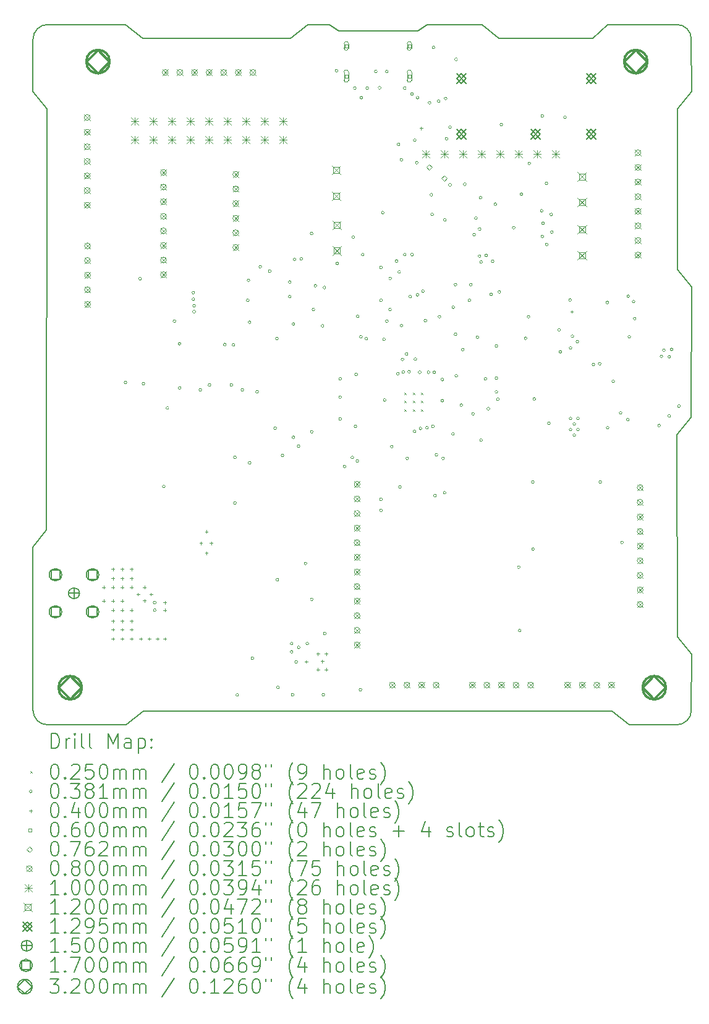
<source format=gbr>
%TF.GenerationSoftware,KiCad,Pcbnew,9.0.1*%
%TF.CreationDate,2025-04-05T21:23:24-07:00*%
%TF.ProjectId,mainboard,6d61696e-626f-4617-9264-2e6b69636164,6.4*%
%TF.SameCoordinates,Original*%
%TF.FileFunction,Drillmap*%
%TF.FilePolarity,Positive*%
%FSLAX45Y45*%
G04 Gerber Fmt 4.5, Leading zero omitted, Abs format (unit mm)*
G04 Created by KiCad (PCBNEW 9.0.1) date 2025-04-05 21:23:24*
%MOMM*%
%LPD*%
G01*
G04 APERTURE LIST*
%ADD10C,0.150000*%
%ADD11C,0.200000*%
%ADD12C,0.100000*%
%ADD13C,0.120000*%
%ADD14C,0.129540*%
%ADD15C,0.170000*%
%ADD16C,0.320000*%
G04 APERTURE END LIST*
D10*
X9833610Y-5448910D02*
G75*
G02*
X10033610Y-5248910I200000J0D01*
G01*
X10033610Y-14837410D02*
G75*
G02*
X9833610Y-14637410I0J200000D01*
G01*
X18850610Y-14637410D02*
G75*
G02*
X18650610Y-14837410I-200000J0D01*
G01*
X15227610Y-5249910D02*
X15100610Y-5338810D01*
X14021110Y-5338810D02*
X13893110Y-5252720D01*
X11100160Y-5249020D02*
X10033610Y-5248910D01*
X18650610Y-5248910D02*
G75*
G02*
X18850610Y-5448910I0J-200000D01*
G01*
X15983160Y-5249910D02*
X15227610Y-5249910D01*
X9830020Y-12404840D02*
X9833610Y-14637410D01*
X15100610Y-5338810D02*
X14021110Y-5338810D01*
X11343640Y-14650720D02*
X11109960Y-14838680D01*
X18850610Y-5448910D02*
X18851880Y-6167120D01*
X18851880Y-8839200D02*
X18844260Y-10627360D01*
X18851880Y-13868400D02*
X18850610Y-14637410D01*
X18650610Y-14837410D02*
X17998440Y-14837410D01*
X11109960Y-14838680D02*
X10033610Y-14837410D01*
X10017980Y-12171160D02*
X10023000Y-6400800D01*
X17500000Y-5438980D02*
X17700000Y-5248910D01*
X11333840Y-5436980D02*
X13360400Y-5436980D01*
X17762830Y-14650720D02*
X11343640Y-14650720D01*
X9833610Y-5448910D02*
X9833020Y-6167120D01*
X13893110Y-5252720D02*
X13594080Y-5252720D01*
X18656300Y-10861040D02*
X18844260Y-10627360D01*
X16216840Y-5438980D02*
X15983160Y-5249910D01*
X10023000Y-6400800D02*
X9833020Y-6167120D01*
X13360400Y-5436980D02*
X13594080Y-5252720D01*
X18658840Y-13634720D02*
X18851880Y-13868400D01*
X18663920Y-6400800D02*
X18851880Y-6167120D01*
X10017980Y-12171160D02*
X9830020Y-12404840D01*
X11333840Y-5436980D02*
X11100160Y-5249020D01*
X18663920Y-6400800D02*
X18663920Y-8605520D01*
X17762830Y-14650720D02*
X17998440Y-14837410D01*
X18650610Y-5248910D02*
X17700000Y-5248910D01*
X16216840Y-5438980D02*
X17500000Y-5438980D01*
X18656300Y-10861040D02*
X18658840Y-13634720D01*
X18663920Y-8605520D02*
X18851880Y-8839200D01*
D11*
D12*
X14920167Y-10288500D02*
X14945167Y-10313500D01*
X14945167Y-10288500D02*
X14920167Y-10313500D01*
X14920167Y-10401833D02*
X14945167Y-10426833D01*
X14945167Y-10401833D02*
X14920167Y-10426833D01*
X14920167Y-10515167D02*
X14945167Y-10540167D01*
X14945167Y-10515167D02*
X14920167Y-10540167D01*
X15033500Y-10288500D02*
X15058500Y-10313500D01*
X15058500Y-10288500D02*
X15033500Y-10313500D01*
X15033500Y-10401833D02*
X15058500Y-10426833D01*
X15058500Y-10401833D02*
X15033500Y-10426833D01*
X15033500Y-10515167D02*
X15058500Y-10540167D01*
X15058500Y-10515167D02*
X15033500Y-10540167D01*
X15146833Y-10288500D02*
X15171833Y-10313500D01*
X15171833Y-10288500D02*
X15146833Y-10313500D01*
X15146833Y-10401833D02*
X15171833Y-10426833D01*
X15171833Y-10401833D02*
X15146833Y-10426833D01*
X15146833Y-10515167D02*
X15171833Y-10540167D01*
X15171833Y-10515167D02*
X15146833Y-10540167D01*
X11119050Y-10150000D02*
G75*
G02*
X11080950Y-10150000I-19050J0D01*
G01*
X11080950Y-10150000D02*
G75*
G02*
X11119050Y-10150000I19050J0D01*
G01*
X11319050Y-8730000D02*
G75*
G02*
X11280950Y-8730000I-19050J0D01*
G01*
X11280950Y-8730000D02*
G75*
G02*
X11319050Y-8730000I19050J0D01*
G01*
X11363610Y-10166350D02*
G75*
G02*
X11325510Y-10166350I-19050J0D01*
G01*
X11325510Y-10166350D02*
G75*
G02*
X11363610Y-10166350I19050J0D01*
G01*
X11518900Y-13163550D02*
G75*
G02*
X11480800Y-13163550I-19050J0D01*
G01*
X11480800Y-13163550D02*
G75*
G02*
X11518900Y-13163550I19050J0D01*
G01*
X11518900Y-13267540D02*
G75*
G02*
X11480800Y-13267540I-19050J0D01*
G01*
X11480800Y-13267540D02*
G75*
G02*
X11518900Y-13267540I19050J0D01*
G01*
X11644050Y-11575000D02*
G75*
G02*
X11605950Y-11575000I-19050J0D01*
G01*
X11605950Y-11575000D02*
G75*
G02*
X11644050Y-11575000I19050J0D01*
G01*
X11694050Y-10500000D02*
G75*
G02*
X11655950Y-10500000I-19050J0D01*
G01*
X11655950Y-10500000D02*
G75*
G02*
X11694050Y-10500000I19050J0D01*
G01*
X11789050Y-9310000D02*
G75*
G02*
X11750950Y-9310000I-19050J0D01*
G01*
X11750950Y-9310000D02*
G75*
G02*
X11789050Y-9310000I19050J0D01*
G01*
X11859050Y-9620000D02*
G75*
G02*
X11820950Y-9620000I-19050J0D01*
G01*
X11820950Y-9620000D02*
G75*
G02*
X11859050Y-9620000I19050J0D01*
G01*
X11860050Y-10224000D02*
G75*
G02*
X11821950Y-10224000I-19050J0D01*
G01*
X11821950Y-10224000D02*
G75*
G02*
X11860050Y-10224000I19050J0D01*
G01*
X12049050Y-8920000D02*
G75*
G02*
X12010950Y-8920000I-19050J0D01*
G01*
X12010950Y-8920000D02*
G75*
G02*
X12049050Y-8920000I19050J0D01*
G01*
X12049050Y-9010000D02*
G75*
G02*
X12010950Y-9010000I-19050J0D01*
G01*
X12010950Y-9010000D02*
G75*
G02*
X12049050Y-9010000I19050J0D01*
G01*
X12059050Y-9100000D02*
G75*
G02*
X12020950Y-9100000I-19050J0D01*
G01*
X12020950Y-9100000D02*
G75*
G02*
X12059050Y-9100000I19050J0D01*
G01*
X12059050Y-9180000D02*
G75*
G02*
X12020950Y-9180000I-19050J0D01*
G01*
X12020950Y-9180000D02*
G75*
G02*
X12059050Y-9180000I19050J0D01*
G01*
X12144050Y-10250000D02*
G75*
G02*
X12105950Y-10250000I-19050J0D01*
G01*
X12105950Y-10250000D02*
G75*
G02*
X12144050Y-10250000I19050J0D01*
G01*
X12269050Y-10184043D02*
G75*
G02*
X12230950Y-10184043I-19050J0D01*
G01*
X12230950Y-10184043D02*
G75*
G02*
X12269050Y-10184043I19050J0D01*
G01*
X12479050Y-9630000D02*
G75*
G02*
X12440950Y-9630000I-19050J0D01*
G01*
X12440950Y-9630000D02*
G75*
G02*
X12479050Y-9630000I19050J0D01*
G01*
X12569050Y-10184043D02*
G75*
G02*
X12530950Y-10184043I-19050J0D01*
G01*
X12530950Y-10184043D02*
G75*
G02*
X12569050Y-10184043I19050J0D01*
G01*
X12599050Y-9635000D02*
G75*
G02*
X12560950Y-9635000I-19050J0D01*
G01*
X12560950Y-9635000D02*
G75*
G02*
X12599050Y-9635000I19050J0D01*
G01*
X12619050Y-11175000D02*
G75*
G02*
X12580950Y-11175000I-19050J0D01*
G01*
X12580950Y-11175000D02*
G75*
G02*
X12619050Y-11175000I19050J0D01*
G01*
X12619050Y-11800000D02*
G75*
G02*
X12580950Y-11800000I-19050J0D01*
G01*
X12580950Y-11800000D02*
G75*
G02*
X12619050Y-11800000I19050J0D01*
G01*
X12650050Y-14428000D02*
G75*
G02*
X12611950Y-14428000I-19050J0D01*
G01*
X12611950Y-14428000D02*
G75*
G02*
X12650050Y-14428000I19050J0D01*
G01*
X12719050Y-10250000D02*
G75*
G02*
X12680950Y-10250000I-19050J0D01*
G01*
X12680950Y-10250000D02*
G75*
G02*
X12719050Y-10250000I19050J0D01*
G01*
X12794050Y-9025000D02*
G75*
G02*
X12755950Y-9025000I-19050J0D01*
G01*
X12755950Y-9025000D02*
G75*
G02*
X12794050Y-9025000I19050J0D01*
G01*
X12804050Y-8750000D02*
G75*
G02*
X12765950Y-8750000I-19050J0D01*
G01*
X12765950Y-8750000D02*
G75*
G02*
X12804050Y-8750000I19050J0D01*
G01*
X12819050Y-9325000D02*
G75*
G02*
X12780950Y-9325000I-19050J0D01*
G01*
X12780950Y-9325000D02*
G75*
G02*
X12819050Y-9325000I19050J0D01*
G01*
X12819050Y-11250000D02*
G75*
G02*
X12780950Y-11250000I-19050J0D01*
G01*
X12780950Y-11250000D02*
G75*
G02*
X12819050Y-11250000I19050J0D01*
G01*
X12857444Y-13925895D02*
G75*
G02*
X12819344Y-13925895I-19050J0D01*
G01*
X12819344Y-13925895D02*
G75*
G02*
X12857444Y-13925895I19050J0D01*
G01*
X12921050Y-10277000D02*
G75*
G02*
X12882950Y-10277000I-19050J0D01*
G01*
X12882950Y-10277000D02*
G75*
G02*
X12921050Y-10277000I19050J0D01*
G01*
X12964050Y-8565000D02*
G75*
G02*
X12925950Y-8565000I-19050J0D01*
G01*
X12925950Y-8565000D02*
G75*
G02*
X12964050Y-8565000I19050J0D01*
G01*
X13094050Y-8625000D02*
G75*
G02*
X13055950Y-8625000I-19050J0D01*
G01*
X13055950Y-8625000D02*
G75*
G02*
X13094050Y-8625000I19050J0D01*
G01*
X13169050Y-10775000D02*
G75*
G02*
X13130950Y-10775000I-19050J0D01*
G01*
X13130950Y-10775000D02*
G75*
G02*
X13169050Y-10775000I19050J0D01*
G01*
X13194050Y-9550000D02*
G75*
G02*
X13155950Y-9550000I-19050J0D01*
G01*
X13155950Y-9550000D02*
G75*
G02*
X13194050Y-9550000I19050J0D01*
G01*
X13199050Y-12850000D02*
G75*
G02*
X13160950Y-12850000I-19050J0D01*
G01*
X13160950Y-12850000D02*
G75*
G02*
X13199050Y-12850000I19050J0D01*
G01*
X13207444Y-14325895D02*
G75*
G02*
X13169344Y-14325895I-19050J0D01*
G01*
X13169344Y-14325895D02*
G75*
G02*
X13207444Y-14325895I19050J0D01*
G01*
X13269050Y-11150000D02*
G75*
G02*
X13230950Y-11150000I-19050J0D01*
G01*
X13230950Y-11150000D02*
G75*
G02*
X13269050Y-11150000I19050J0D01*
G01*
X13369050Y-8775000D02*
G75*
G02*
X13330950Y-8775000I-19050J0D01*
G01*
X13330950Y-8775000D02*
G75*
G02*
X13369050Y-8775000I19050J0D01*
G01*
X13369050Y-8975000D02*
G75*
G02*
X13330950Y-8975000I-19050J0D01*
G01*
X13330950Y-8975000D02*
G75*
G02*
X13369050Y-8975000I19050J0D01*
G01*
X13395524Y-13725715D02*
G75*
G02*
X13357424Y-13725715I-19050J0D01*
G01*
X13357424Y-13725715D02*
G75*
G02*
X13395524Y-13725715I19050J0D01*
G01*
X13395524Y-13837475D02*
G75*
G02*
X13357424Y-13837475I-19050J0D01*
G01*
X13357424Y-13837475D02*
G75*
G02*
X13395524Y-13837475I19050J0D01*
G01*
X13407444Y-14425895D02*
G75*
G02*
X13369344Y-14425895I-19050J0D01*
G01*
X13369344Y-14425895D02*
G75*
G02*
X13407444Y-14425895I19050J0D01*
G01*
X13419050Y-9350000D02*
G75*
G02*
X13380950Y-9350000I-19050J0D01*
G01*
X13380950Y-9350000D02*
G75*
G02*
X13419050Y-9350000I19050J0D01*
G01*
X13419050Y-10900000D02*
G75*
G02*
X13380950Y-10900000I-19050J0D01*
G01*
X13380950Y-10900000D02*
G75*
G02*
X13419050Y-10900000I19050J0D01*
G01*
X13434050Y-8465000D02*
G75*
G02*
X13395950Y-8465000I-19050J0D01*
G01*
X13395950Y-8465000D02*
G75*
G02*
X13434050Y-8465000I19050J0D01*
G01*
X13457444Y-13975895D02*
G75*
G02*
X13419344Y-13975895I-19050J0D01*
G01*
X13419344Y-13975895D02*
G75*
G02*
X13457444Y-13975895I19050J0D01*
G01*
X13490227Y-11021177D02*
G75*
G02*
X13452127Y-11021177I-19050J0D01*
G01*
X13452127Y-11021177D02*
G75*
G02*
X13490227Y-11021177I19050J0D01*
G01*
X13492044Y-13776515D02*
G75*
G02*
X13453944Y-13776515I-19050J0D01*
G01*
X13453944Y-13776515D02*
G75*
G02*
X13492044Y-13776515I19050J0D01*
G01*
X13526550Y-8457500D02*
G75*
G02*
X13488450Y-8457500I-19050J0D01*
G01*
X13488450Y-8457500D02*
G75*
G02*
X13526550Y-8457500I19050J0D01*
G01*
X13585007Y-12627700D02*
G75*
G02*
X13546907Y-12627700I-19050J0D01*
G01*
X13546907Y-12627700D02*
G75*
G02*
X13585007Y-12627700I19050J0D01*
G01*
X13608884Y-13725715D02*
G75*
G02*
X13570784Y-13725715I-19050J0D01*
G01*
X13570784Y-13725715D02*
G75*
G02*
X13608884Y-13725715I19050J0D01*
G01*
X13669050Y-8110000D02*
G75*
G02*
X13630950Y-8110000I-19050J0D01*
G01*
X13630950Y-8110000D02*
G75*
G02*
X13669050Y-8110000I19050J0D01*
G01*
X13669050Y-10825000D02*
G75*
G02*
X13630950Y-10825000I-19050J0D01*
G01*
X13630950Y-10825000D02*
G75*
G02*
X13669050Y-10825000I19050J0D01*
G01*
X13669050Y-13120000D02*
G75*
G02*
X13630950Y-13120000I-19050J0D01*
G01*
X13630950Y-13120000D02*
G75*
G02*
X13669050Y-13120000I19050J0D01*
G01*
X13694050Y-9150000D02*
G75*
G02*
X13655950Y-9150000I-19050J0D01*
G01*
X13655950Y-9150000D02*
G75*
G02*
X13694050Y-9150000I19050J0D01*
G01*
X13719050Y-8825000D02*
G75*
G02*
X13680950Y-8825000I-19050J0D01*
G01*
X13680950Y-8825000D02*
G75*
G02*
X13719050Y-8825000I19050J0D01*
G01*
X13819050Y-9375000D02*
G75*
G02*
X13780950Y-9375000I-19050J0D01*
G01*
X13780950Y-9375000D02*
G75*
G02*
X13819050Y-9375000I19050J0D01*
G01*
X13827570Y-14426340D02*
G75*
G02*
X13789470Y-14426340I-19050J0D01*
G01*
X13789470Y-14426340D02*
G75*
G02*
X13827570Y-14426340I19050J0D01*
G01*
X13844050Y-8850000D02*
G75*
G02*
X13805950Y-8850000I-19050J0D01*
G01*
X13805950Y-8850000D02*
G75*
G02*
X13844050Y-8850000I19050J0D01*
G01*
X13847570Y-13586340D02*
G75*
G02*
X13809470Y-13586340I-19050J0D01*
G01*
X13809470Y-13586340D02*
G75*
G02*
X13847570Y-13586340I19050J0D01*
G01*
X14009050Y-5880000D02*
G75*
G02*
X13970950Y-5880000I-19050J0D01*
G01*
X13970950Y-5880000D02*
G75*
G02*
X14009050Y-5880000I19050J0D01*
G01*
X14019050Y-8520000D02*
G75*
G02*
X13980950Y-8520000I-19050J0D01*
G01*
X13980950Y-8520000D02*
G75*
G02*
X14019050Y-8520000I19050J0D01*
G01*
X14059050Y-10100000D02*
G75*
G02*
X14020950Y-10100000I-19050J0D01*
G01*
X14020950Y-10100000D02*
G75*
G02*
X14059050Y-10100000I19050J0D01*
G01*
X14059050Y-10350000D02*
G75*
G02*
X14020950Y-10350000I-19050J0D01*
G01*
X14020950Y-10350000D02*
G75*
G02*
X14059050Y-10350000I19050J0D01*
G01*
X14059050Y-10650000D02*
G75*
G02*
X14020950Y-10650000I-19050J0D01*
G01*
X14020950Y-10650000D02*
G75*
G02*
X14059050Y-10650000I19050J0D01*
G01*
X14119050Y-11300000D02*
G75*
G02*
X14080950Y-11300000I-19050J0D01*
G01*
X14080950Y-11300000D02*
G75*
G02*
X14119050Y-11300000I19050J0D01*
G01*
X14225373Y-11176323D02*
G75*
G02*
X14187273Y-11176323I-19050J0D01*
G01*
X14187273Y-11176323D02*
G75*
G02*
X14225373Y-11176323I19050J0D01*
G01*
X14239050Y-8160000D02*
G75*
G02*
X14200950Y-8160000I-19050J0D01*
G01*
X14200950Y-8160000D02*
G75*
G02*
X14239050Y-8160000I19050J0D01*
G01*
X14259050Y-6120000D02*
G75*
G02*
X14220950Y-6120000I-19050J0D01*
G01*
X14220950Y-6120000D02*
G75*
G02*
X14259050Y-6120000I19050J0D01*
G01*
X14269050Y-10750000D02*
G75*
G02*
X14230950Y-10750000I-19050J0D01*
G01*
X14230950Y-10750000D02*
G75*
G02*
X14269050Y-10750000I19050J0D01*
G01*
X14279050Y-10040000D02*
G75*
G02*
X14240950Y-10040000I-19050J0D01*
G01*
X14240950Y-10040000D02*
G75*
G02*
X14279050Y-10040000I19050J0D01*
G01*
X14294050Y-11225000D02*
G75*
G02*
X14255950Y-11225000I-19050J0D01*
G01*
X14255950Y-11225000D02*
G75*
G02*
X14294050Y-11225000I19050J0D01*
G01*
X14299050Y-9245000D02*
G75*
G02*
X14260950Y-9245000I-19050J0D01*
G01*
X14260950Y-9245000D02*
G75*
G02*
X14299050Y-9245000I19050J0D01*
G01*
X14337570Y-14356340D02*
G75*
G02*
X14299470Y-14356340I-19050J0D01*
G01*
X14299470Y-14356340D02*
G75*
G02*
X14337570Y-14356340I19050J0D01*
G01*
X14344050Y-9525000D02*
G75*
G02*
X14305950Y-9525000I-19050J0D01*
G01*
X14305950Y-9525000D02*
G75*
G02*
X14344050Y-9525000I19050J0D01*
G01*
X14349050Y-6250000D02*
G75*
G02*
X14310950Y-6250000I-19050J0D01*
G01*
X14310950Y-6250000D02*
G75*
G02*
X14349050Y-6250000I19050J0D01*
G01*
X14369050Y-8400000D02*
G75*
G02*
X14330950Y-8400000I-19050J0D01*
G01*
X14330950Y-8400000D02*
G75*
G02*
X14369050Y-8400000I19050J0D01*
G01*
X14419050Y-9550000D02*
G75*
G02*
X14380950Y-9550000I-19050J0D01*
G01*
X14380950Y-9550000D02*
G75*
G02*
X14419050Y-9550000I19050J0D01*
G01*
X14429050Y-6120000D02*
G75*
G02*
X14390950Y-6120000I-19050J0D01*
G01*
X14390950Y-6120000D02*
G75*
G02*
X14429050Y-6120000I19050J0D01*
G01*
X14549050Y-5890000D02*
G75*
G02*
X14510950Y-5890000I-19050J0D01*
G01*
X14510950Y-5890000D02*
G75*
G02*
X14549050Y-5890000I19050J0D01*
G01*
X14599050Y-6115000D02*
G75*
G02*
X14560950Y-6115000I-19050J0D01*
G01*
X14560950Y-6115000D02*
G75*
G02*
X14599050Y-6115000I19050J0D01*
G01*
X14617932Y-11750000D02*
G75*
G02*
X14579832Y-11750000I-19050J0D01*
G01*
X14579832Y-11750000D02*
G75*
G02*
X14617932Y-11750000I19050J0D01*
G01*
X14619050Y-8575000D02*
G75*
G02*
X14580950Y-8575000I-19050J0D01*
G01*
X14580950Y-8575000D02*
G75*
G02*
X14619050Y-8575000I19050J0D01*
G01*
X14619050Y-9025000D02*
G75*
G02*
X14580950Y-9025000I-19050J0D01*
G01*
X14580950Y-9025000D02*
G75*
G02*
X14619050Y-9025000I19050J0D01*
G01*
X14619050Y-11900000D02*
G75*
G02*
X14580950Y-11900000I-19050J0D01*
G01*
X14580950Y-11900000D02*
G75*
G02*
X14619050Y-11900000I19050J0D01*
G01*
X14644050Y-7825000D02*
G75*
G02*
X14605950Y-7825000I-19050J0D01*
G01*
X14605950Y-7825000D02*
G75*
G02*
X14644050Y-7825000I19050J0D01*
G01*
X14659050Y-9560000D02*
G75*
G02*
X14620950Y-9560000I-19050J0D01*
G01*
X14620950Y-9560000D02*
G75*
G02*
X14659050Y-9560000I19050J0D01*
G01*
X14669050Y-10390000D02*
G75*
G02*
X14630950Y-10390000I-19050J0D01*
G01*
X14630950Y-10390000D02*
G75*
G02*
X14669050Y-10390000I19050J0D01*
G01*
X14699050Y-5892800D02*
G75*
G02*
X14660950Y-5892800I-19050J0D01*
G01*
X14660950Y-5892800D02*
G75*
G02*
X14699050Y-5892800I19050J0D01*
G01*
X14699050Y-9310000D02*
G75*
G02*
X14660950Y-9310000I-19050J0D01*
G01*
X14660950Y-9310000D02*
G75*
G02*
X14699050Y-9310000I19050J0D01*
G01*
X14744050Y-8725000D02*
G75*
G02*
X14705950Y-8725000I-19050J0D01*
G01*
X14705950Y-8725000D02*
G75*
G02*
X14744050Y-8725000I19050J0D01*
G01*
X14744050Y-9150000D02*
G75*
G02*
X14705950Y-9150000I-19050J0D01*
G01*
X14705950Y-9150000D02*
G75*
G02*
X14744050Y-9150000I19050J0D01*
G01*
X14766550Y-11027500D02*
G75*
G02*
X14728450Y-11027500I-19050J0D01*
G01*
X14728450Y-11027500D02*
G75*
G02*
X14766550Y-11027500I19050J0D01*
G01*
X14831550Y-8487500D02*
G75*
G02*
X14793450Y-8487500I-19050J0D01*
G01*
X14793450Y-8487500D02*
G75*
G02*
X14831550Y-8487500I19050J0D01*
G01*
X14849050Y-10030000D02*
G75*
G02*
X14810950Y-10030000I-19050J0D01*
G01*
X14810950Y-10030000D02*
G75*
G02*
X14849050Y-10030000I19050J0D01*
G01*
X14859050Y-6890000D02*
G75*
G02*
X14820950Y-6890000I-19050J0D01*
G01*
X14820950Y-6890000D02*
G75*
G02*
X14859050Y-6890000I19050J0D01*
G01*
X14869050Y-8637500D02*
G75*
G02*
X14830950Y-8637500I-19050J0D01*
G01*
X14830950Y-8637500D02*
G75*
G02*
X14869050Y-8637500I19050J0D01*
G01*
X14879050Y-11580000D02*
G75*
G02*
X14840950Y-11580000I-19050J0D01*
G01*
X14840950Y-11580000D02*
G75*
G02*
X14879050Y-11580000I19050J0D01*
G01*
X14899050Y-7100000D02*
G75*
G02*
X14860950Y-7100000I-19050J0D01*
G01*
X14860950Y-7100000D02*
G75*
G02*
X14899050Y-7100000I19050J0D01*
G01*
X14899802Y-9370753D02*
G75*
G02*
X14861702Y-9370753I-19050J0D01*
G01*
X14861702Y-9370753D02*
G75*
G02*
X14899802Y-9370753I19050J0D01*
G01*
X14913252Y-9834203D02*
G75*
G02*
X14875152Y-9834203I-19050J0D01*
G01*
X14875152Y-9834203D02*
G75*
G02*
X14913252Y-9834203I19050J0D01*
G01*
X14924050Y-10008000D02*
G75*
G02*
X14885950Y-10008000I-19050J0D01*
G01*
X14885950Y-10008000D02*
G75*
G02*
X14924050Y-10008000I19050J0D01*
G01*
X14944050Y-6120000D02*
G75*
G02*
X14905950Y-6120000I-19050J0D01*
G01*
X14905950Y-6120000D02*
G75*
G02*
X14944050Y-6120000I19050J0D01*
G01*
X14944050Y-8400000D02*
G75*
G02*
X14905950Y-8400000I-19050J0D01*
G01*
X14905950Y-8400000D02*
G75*
G02*
X14944050Y-8400000I19050J0D01*
G01*
X14969050Y-9760000D02*
G75*
G02*
X14930950Y-9760000I-19050J0D01*
G01*
X14930950Y-9760000D02*
G75*
G02*
X14969050Y-9760000I19050J0D01*
G01*
X14977800Y-11188750D02*
G75*
G02*
X14939700Y-11188750I-19050J0D01*
G01*
X14939700Y-11188750D02*
G75*
G02*
X14977800Y-11188750I19050J0D01*
G01*
X15004050Y-10002000D02*
G75*
G02*
X14965950Y-10002000I-19050J0D01*
G01*
X14965950Y-10002000D02*
G75*
G02*
X15004050Y-10002000I19050J0D01*
G01*
X15019050Y-8975000D02*
G75*
G02*
X14980950Y-8975000I-19050J0D01*
G01*
X14980950Y-8975000D02*
G75*
G02*
X15019050Y-8975000I19050J0D01*
G01*
X15044050Y-6200000D02*
G75*
G02*
X15005950Y-6200000I-19050J0D01*
G01*
X15005950Y-6200000D02*
G75*
G02*
X15044050Y-6200000I19050J0D01*
G01*
X15044050Y-8400000D02*
G75*
G02*
X15005950Y-8400000I-19050J0D01*
G01*
X15005950Y-8400000D02*
G75*
G02*
X15044050Y-8400000I19050J0D01*
G01*
X15079050Y-10820000D02*
G75*
G02*
X15040950Y-10820000I-19050J0D01*
G01*
X15040950Y-10820000D02*
G75*
G02*
X15079050Y-10820000I19050J0D01*
G01*
X15081250Y-6832600D02*
G75*
G02*
X15043150Y-6832600I-19050J0D01*
G01*
X15043150Y-6832600D02*
G75*
G02*
X15081250Y-6832600I19050J0D01*
G01*
X15089050Y-9830000D02*
G75*
G02*
X15050950Y-9830000I-19050J0D01*
G01*
X15050950Y-9830000D02*
G75*
G02*
X15089050Y-9830000I19050J0D01*
G01*
X15109050Y-7140000D02*
G75*
G02*
X15070950Y-7140000I-19050J0D01*
G01*
X15070950Y-7140000D02*
G75*
G02*
X15109050Y-7140000I19050J0D01*
G01*
X15119050Y-6250000D02*
G75*
G02*
X15080950Y-6250000I-19050J0D01*
G01*
X15080950Y-6250000D02*
G75*
G02*
X15119050Y-6250000I19050J0D01*
G01*
X15119050Y-8950000D02*
G75*
G02*
X15080950Y-8950000I-19050J0D01*
G01*
X15080950Y-8950000D02*
G75*
G02*
X15119050Y-8950000I19050J0D01*
G01*
X15149050Y-10010000D02*
G75*
G02*
X15110950Y-10010000I-19050J0D01*
G01*
X15110950Y-10010000D02*
G75*
G02*
X15149050Y-10010000I19050J0D01*
G01*
X15159050Y-10780000D02*
G75*
G02*
X15120950Y-10780000I-19050J0D01*
G01*
X15120950Y-10780000D02*
G75*
G02*
X15159050Y-10780000I19050J0D01*
G01*
X15194050Y-8900000D02*
G75*
G02*
X15155950Y-8900000I-19050J0D01*
G01*
X15155950Y-8900000D02*
G75*
G02*
X15194050Y-8900000I19050J0D01*
G01*
X15227300Y-9302750D02*
G75*
G02*
X15189200Y-9302750I-19050J0D01*
G01*
X15189200Y-9302750D02*
G75*
G02*
X15227300Y-9302750I19050J0D01*
G01*
X15249050Y-10770000D02*
G75*
G02*
X15210950Y-10770000I-19050J0D01*
G01*
X15210950Y-10770000D02*
G75*
G02*
X15249050Y-10770000I19050J0D01*
G01*
X15269050Y-10010000D02*
G75*
G02*
X15230950Y-10010000I-19050J0D01*
G01*
X15230950Y-10010000D02*
G75*
G02*
X15269050Y-10010000I19050J0D01*
G01*
X15284050Y-6320000D02*
G75*
G02*
X15245950Y-6320000I-19050J0D01*
G01*
X15245950Y-6320000D02*
G75*
G02*
X15284050Y-6320000I19050J0D01*
G01*
X15309050Y-7580000D02*
G75*
G02*
X15270950Y-7580000I-19050J0D01*
G01*
X15270950Y-7580000D02*
G75*
G02*
X15309050Y-7580000I19050J0D01*
G01*
X15319050Y-7850000D02*
G75*
G02*
X15280950Y-7850000I-19050J0D01*
G01*
X15280950Y-7850000D02*
G75*
G02*
X15319050Y-7850000I19050J0D01*
G01*
X15329050Y-10750000D02*
G75*
G02*
X15290950Y-10750000I-19050J0D01*
G01*
X15290950Y-10750000D02*
G75*
G02*
X15329050Y-10750000I19050J0D01*
G01*
X15337050Y-5563000D02*
G75*
G02*
X15298950Y-5563000I-19050J0D01*
G01*
X15298950Y-5563000D02*
G75*
G02*
X15337050Y-5563000I19050J0D01*
G01*
X15349050Y-10010000D02*
G75*
G02*
X15310950Y-10010000I-19050J0D01*
G01*
X15310950Y-10010000D02*
G75*
G02*
X15349050Y-10010000I19050J0D01*
G01*
X15359050Y-11700000D02*
G75*
G02*
X15320950Y-11700000I-19050J0D01*
G01*
X15320950Y-11700000D02*
G75*
G02*
X15359050Y-11700000I19050J0D01*
G01*
X15379050Y-11140000D02*
G75*
G02*
X15340950Y-11140000I-19050J0D01*
G01*
X15340950Y-11140000D02*
G75*
G02*
X15379050Y-11140000I19050J0D01*
G01*
X15409050Y-6300000D02*
G75*
G02*
X15370950Y-6300000I-19050J0D01*
G01*
X15370950Y-6300000D02*
G75*
G02*
X15409050Y-6300000I19050J0D01*
G01*
X15419050Y-9250000D02*
G75*
G02*
X15380950Y-9250000I-19050J0D01*
G01*
X15380950Y-9250000D02*
G75*
G02*
X15419050Y-9250000I19050J0D01*
G01*
X15459050Y-10110000D02*
G75*
G02*
X15420950Y-10110000I-19050J0D01*
G01*
X15420950Y-10110000D02*
G75*
G02*
X15459050Y-10110000I19050J0D01*
G01*
X15459050Y-10400000D02*
G75*
G02*
X15420950Y-10400000I-19050J0D01*
G01*
X15420950Y-10400000D02*
G75*
G02*
X15459050Y-10400000I19050J0D01*
G01*
X15469050Y-11190000D02*
G75*
G02*
X15430950Y-11190000I-19050J0D01*
G01*
X15430950Y-11190000D02*
G75*
G02*
X15469050Y-11190000I19050J0D01*
G01*
X15489050Y-11660000D02*
G75*
G02*
X15450950Y-11660000I-19050J0D01*
G01*
X15450950Y-11660000D02*
G75*
G02*
X15489050Y-11660000I19050J0D01*
G01*
X15494050Y-7925000D02*
G75*
G02*
X15455950Y-7925000I-19050J0D01*
G01*
X15455950Y-7925000D02*
G75*
G02*
X15494050Y-7925000I19050J0D01*
G01*
X15504370Y-6260040D02*
G75*
G02*
X15466270Y-6260040I-19050J0D01*
G01*
X15466270Y-6260040D02*
G75*
G02*
X15504370Y-6260040I19050J0D01*
G01*
X15515590Y-6812280D02*
G75*
G02*
X15477490Y-6812280I-19050J0D01*
G01*
X15477490Y-6812280D02*
G75*
G02*
X15515590Y-6812280I19050J0D01*
G01*
X15563850Y-6654800D02*
G75*
G02*
X15525750Y-6654800I-19050J0D01*
G01*
X15525750Y-6654800D02*
G75*
G02*
X15563850Y-6654800I19050J0D01*
G01*
X15564050Y-7445000D02*
G75*
G02*
X15525950Y-7445000I-19050J0D01*
G01*
X15525950Y-7445000D02*
G75*
G02*
X15564050Y-7445000I19050J0D01*
G01*
X15604050Y-10855000D02*
G75*
G02*
X15565950Y-10855000I-19050J0D01*
G01*
X15565950Y-10855000D02*
G75*
G02*
X15604050Y-10855000I19050J0D01*
G01*
X15609050Y-9120000D02*
G75*
G02*
X15570950Y-9120000I-19050J0D01*
G01*
X15570950Y-9120000D02*
G75*
G02*
X15609050Y-9120000I19050J0D01*
G01*
X15639050Y-8810000D02*
G75*
G02*
X15600950Y-8810000I-19050J0D01*
G01*
X15600950Y-8810000D02*
G75*
G02*
X15639050Y-8810000I19050J0D01*
G01*
X15639050Y-9490000D02*
G75*
G02*
X15600950Y-9490000I-19050J0D01*
G01*
X15600950Y-9490000D02*
G75*
G02*
X15639050Y-9490000I19050J0D01*
G01*
X15648400Y-5725700D02*
G75*
G02*
X15610300Y-5725700I-19050J0D01*
G01*
X15610300Y-5725700D02*
G75*
G02*
X15648400Y-5725700I19050J0D01*
G01*
X15649050Y-10060000D02*
G75*
G02*
X15610950Y-10060000I-19050J0D01*
G01*
X15610950Y-10060000D02*
G75*
G02*
X15649050Y-10060000I19050J0D01*
G01*
X15719050Y-10460000D02*
G75*
G02*
X15680950Y-10460000I-19050J0D01*
G01*
X15680950Y-10460000D02*
G75*
G02*
X15719050Y-10460000I19050J0D01*
G01*
X15739050Y-9700000D02*
G75*
G02*
X15700950Y-9700000I-19050J0D01*
G01*
X15700950Y-9700000D02*
G75*
G02*
X15739050Y-9700000I19050J0D01*
G01*
X15767049Y-7435851D02*
G75*
G02*
X15728949Y-7435851I-19050J0D01*
G01*
X15728949Y-7435851D02*
G75*
G02*
X15767049Y-7435851I19050J0D01*
G01*
X15829050Y-9025000D02*
G75*
G02*
X15790950Y-9025000I-19050J0D01*
G01*
X15790950Y-9025000D02*
G75*
G02*
X15829050Y-9025000I19050J0D01*
G01*
X15849050Y-8810000D02*
G75*
G02*
X15810950Y-8810000I-19050J0D01*
G01*
X15810950Y-8810000D02*
G75*
G02*
X15849050Y-8810000I19050J0D01*
G01*
X15879050Y-10580000D02*
G75*
G02*
X15840950Y-10580000I-19050J0D01*
G01*
X15840950Y-10580000D02*
G75*
G02*
X15879050Y-10580000I19050J0D01*
G01*
X15894050Y-8125000D02*
G75*
G02*
X15855950Y-8125000I-19050J0D01*
G01*
X15855950Y-8125000D02*
G75*
G02*
X15894050Y-8125000I19050J0D01*
G01*
X15919050Y-7900000D02*
G75*
G02*
X15880950Y-7900000I-19050J0D01*
G01*
X15880950Y-7900000D02*
G75*
G02*
X15919050Y-7900000I19050J0D01*
G01*
X15939050Y-9530000D02*
G75*
G02*
X15900950Y-9530000I-19050J0D01*
G01*
X15900950Y-9530000D02*
G75*
G02*
X15939050Y-9530000I19050J0D01*
G01*
X15969050Y-8050000D02*
G75*
G02*
X15930950Y-8050000I-19050J0D01*
G01*
X15930950Y-8050000D02*
G75*
G02*
X15969050Y-8050000I19050J0D01*
G01*
X15969050Y-8420000D02*
G75*
G02*
X15930950Y-8420000I-19050J0D01*
G01*
X15930950Y-8420000D02*
G75*
G02*
X15969050Y-8420000I19050J0D01*
G01*
X15982950Y-7620005D02*
G75*
G02*
X15944850Y-7620005I-19050J0D01*
G01*
X15944850Y-7620005D02*
G75*
G02*
X15982950Y-7620005I19050J0D01*
G01*
X15989050Y-8500000D02*
G75*
G02*
X15950950Y-8500000I-19050J0D01*
G01*
X15950950Y-8500000D02*
G75*
G02*
X15989050Y-8500000I19050J0D01*
G01*
X15989050Y-10940000D02*
G75*
G02*
X15950950Y-10940000I-19050J0D01*
G01*
X15950950Y-10940000D02*
G75*
G02*
X15989050Y-10940000I19050J0D01*
G01*
X16049050Y-10100000D02*
G75*
G02*
X16010950Y-10100000I-19050J0D01*
G01*
X16010950Y-10100000D02*
G75*
G02*
X16049050Y-10100000I19050J0D01*
G01*
X16059050Y-8410000D02*
G75*
G02*
X16020950Y-8410000I-19050J0D01*
G01*
X16020950Y-8410000D02*
G75*
G02*
X16059050Y-8410000I19050J0D01*
G01*
X16089050Y-10510000D02*
G75*
G02*
X16050950Y-10510000I-19050J0D01*
G01*
X16050950Y-10510000D02*
G75*
G02*
X16089050Y-10510000I19050J0D01*
G01*
X16126550Y-8942500D02*
G75*
G02*
X16088450Y-8942500I-19050J0D01*
G01*
X16088450Y-8942500D02*
G75*
G02*
X16126550Y-8942500I19050J0D01*
G01*
X16149050Y-8490000D02*
G75*
G02*
X16110950Y-8490000I-19050J0D01*
G01*
X16110950Y-8490000D02*
G75*
G02*
X16149050Y-8490000I19050J0D01*
G01*
X16185268Y-7708018D02*
G75*
G02*
X16147168Y-7708018I-19050J0D01*
G01*
X16147168Y-7708018D02*
G75*
G02*
X16185268Y-7708018I19050J0D01*
G01*
X16199050Y-9650000D02*
G75*
G02*
X16160950Y-9650000I-19050J0D01*
G01*
X16160950Y-9650000D02*
G75*
G02*
X16199050Y-9650000I19050J0D01*
G01*
X16199050Y-10090000D02*
G75*
G02*
X16160950Y-10090000I-19050J0D01*
G01*
X16160950Y-10090000D02*
G75*
G02*
X16199050Y-10090000I19050J0D01*
G01*
X16199050Y-10280000D02*
G75*
G02*
X16160950Y-10280000I-19050J0D01*
G01*
X16160950Y-10280000D02*
G75*
G02*
X16199050Y-10280000I19050J0D01*
G01*
X16219050Y-10380000D02*
G75*
G02*
X16180950Y-10380000I-19050J0D01*
G01*
X16180950Y-10380000D02*
G75*
G02*
X16219050Y-10380000I19050J0D01*
G01*
X16239050Y-8910000D02*
G75*
G02*
X16200950Y-8910000I-19050J0D01*
G01*
X16200950Y-8910000D02*
G75*
G02*
X16239050Y-8910000I19050J0D01*
G01*
X16267650Y-6619240D02*
G75*
G02*
X16229550Y-6619240I-19050J0D01*
G01*
X16229550Y-6619240D02*
G75*
G02*
X16267650Y-6619240I19050J0D01*
G01*
X16436550Y-8030000D02*
G75*
G02*
X16398450Y-8030000I-19050J0D01*
G01*
X16398450Y-8030000D02*
G75*
G02*
X16436550Y-8030000I19050J0D01*
G01*
X16505050Y-12679000D02*
G75*
G02*
X16466950Y-12679000I-19050J0D01*
G01*
X16466950Y-12679000D02*
G75*
G02*
X16505050Y-12679000I19050J0D01*
G01*
X16519050Y-13547000D02*
G75*
G02*
X16480950Y-13547000I-19050J0D01*
G01*
X16480950Y-13547000D02*
G75*
G02*
X16519050Y-13547000I19050J0D01*
G01*
X16541750Y-7571740D02*
G75*
G02*
X16503650Y-7571740I-19050J0D01*
G01*
X16503650Y-7571740D02*
G75*
G02*
X16541750Y-7571740I19050J0D01*
G01*
X16599050Y-9545000D02*
G75*
G02*
X16560950Y-9545000I-19050J0D01*
G01*
X16560950Y-9545000D02*
G75*
G02*
X16599050Y-9545000I19050J0D01*
G01*
X16639050Y-9250000D02*
G75*
G02*
X16600950Y-9250000I-19050J0D01*
G01*
X16600950Y-9250000D02*
G75*
G02*
X16639050Y-9250000I19050J0D01*
G01*
X16649050Y-7150000D02*
G75*
G02*
X16610950Y-7150000I-19050J0D01*
G01*
X16610950Y-7150000D02*
G75*
G02*
X16649050Y-7150000I19050J0D01*
G01*
X16699050Y-11514042D02*
G75*
G02*
X16660950Y-11514042I-19050J0D01*
G01*
X16660950Y-11514042D02*
G75*
G02*
X16699050Y-11514042I19050J0D01*
G01*
X16701534Y-12431484D02*
G75*
G02*
X16663434Y-12431484I-19050J0D01*
G01*
X16663434Y-12431484D02*
G75*
G02*
X16701534Y-12431484I19050J0D01*
G01*
X16719050Y-10375000D02*
G75*
G02*
X16680950Y-10375000I-19050J0D01*
G01*
X16680950Y-10375000D02*
G75*
G02*
X16719050Y-10375000I19050J0D01*
G01*
X16819050Y-7800000D02*
G75*
G02*
X16780950Y-7800000I-19050J0D01*
G01*
X16780950Y-7800000D02*
G75*
G02*
X16819050Y-7800000I19050J0D01*
G01*
X16827710Y-6501340D02*
G75*
G02*
X16789610Y-6501340I-19050J0D01*
G01*
X16789610Y-6501340D02*
G75*
G02*
X16827710Y-6501340I19050J0D01*
G01*
X16829050Y-8150000D02*
G75*
G02*
X16790950Y-8150000I-19050J0D01*
G01*
X16790950Y-8150000D02*
G75*
G02*
X16829050Y-8150000I19050J0D01*
G01*
X16839050Y-7970000D02*
G75*
G02*
X16800950Y-7970000I-19050J0D01*
G01*
X16800950Y-7970000D02*
G75*
G02*
X16839050Y-7970000I19050J0D01*
G01*
X16884650Y-7425000D02*
G75*
G02*
X16846550Y-7425000I-19050J0D01*
G01*
X16846550Y-7425000D02*
G75*
G02*
X16884650Y-7425000I19050J0D01*
G01*
X16889050Y-8260000D02*
G75*
G02*
X16850950Y-8260000I-19050J0D01*
G01*
X16850950Y-8260000D02*
G75*
G02*
X16889050Y-8260000I19050J0D01*
G01*
X16919050Y-10710000D02*
G75*
G02*
X16880950Y-10710000I-19050J0D01*
G01*
X16880950Y-10710000D02*
G75*
G02*
X16919050Y-10710000I19050J0D01*
G01*
X16949050Y-7850000D02*
G75*
G02*
X16910950Y-7850000I-19050J0D01*
G01*
X16910950Y-7850000D02*
G75*
G02*
X16949050Y-7850000I19050J0D01*
G01*
X16959050Y-8090000D02*
G75*
G02*
X16920950Y-8090000I-19050J0D01*
G01*
X16920950Y-8090000D02*
G75*
G02*
X16959050Y-8090000I19050J0D01*
G01*
X17059050Y-9430000D02*
G75*
G02*
X17020950Y-9430000I-19050J0D01*
G01*
X17020950Y-9430000D02*
G75*
G02*
X17059050Y-9430000I19050J0D01*
G01*
X17076050Y-9730000D02*
G75*
G02*
X17037950Y-9730000I-19050J0D01*
G01*
X17037950Y-9730000D02*
G75*
G02*
X17076050Y-9730000I19050J0D01*
G01*
X17139050Y-6520000D02*
G75*
G02*
X17100950Y-6520000I-19050J0D01*
G01*
X17100950Y-6520000D02*
G75*
G02*
X17139050Y-6520000I19050J0D01*
G01*
X17209050Y-9020000D02*
G75*
G02*
X17170950Y-9020000I-19050J0D01*
G01*
X17170950Y-9020000D02*
G75*
G02*
X17209050Y-9020000I19050J0D01*
G01*
X17214850Y-9677400D02*
G75*
G02*
X17176750Y-9677400I-19050J0D01*
G01*
X17176750Y-9677400D02*
G75*
G02*
X17214850Y-9677400I19050J0D01*
G01*
X17214850Y-10642600D02*
G75*
G02*
X17176750Y-10642600I-19050J0D01*
G01*
X17176750Y-10642600D02*
G75*
G02*
X17214850Y-10642600I19050J0D01*
G01*
X17214850Y-10795000D02*
G75*
G02*
X17176750Y-10795000I-19050J0D01*
G01*
X17176750Y-10795000D02*
G75*
G02*
X17214850Y-10795000I19050J0D01*
G01*
X17240050Y-9517000D02*
G75*
G02*
X17201950Y-9517000I-19050J0D01*
G01*
X17201950Y-9517000D02*
G75*
G02*
X17240050Y-9517000I19050J0D01*
G01*
X17265650Y-10718800D02*
G75*
G02*
X17227550Y-10718800I-19050J0D01*
G01*
X17227550Y-10718800D02*
G75*
G02*
X17265650Y-10718800I19050J0D01*
G01*
X17265650Y-10871200D02*
G75*
G02*
X17227550Y-10871200I-19050J0D01*
G01*
X17227550Y-10871200D02*
G75*
G02*
X17265650Y-10871200I19050J0D01*
G01*
X17309050Y-9590000D02*
G75*
G02*
X17270950Y-9590000I-19050J0D01*
G01*
X17270950Y-9590000D02*
G75*
G02*
X17309050Y-9590000I19050J0D01*
G01*
X17316450Y-10642600D02*
G75*
G02*
X17278350Y-10642600I-19050J0D01*
G01*
X17278350Y-10642600D02*
G75*
G02*
X17316450Y-10642600I19050J0D01*
G01*
X17316450Y-10795000D02*
G75*
G02*
X17278350Y-10795000I-19050J0D01*
G01*
X17278350Y-10795000D02*
G75*
G02*
X17316450Y-10795000I19050J0D01*
G01*
X17527270Y-9904000D02*
G75*
G02*
X17489170Y-9904000I-19050J0D01*
G01*
X17489170Y-9904000D02*
G75*
G02*
X17527270Y-9904000I19050J0D01*
G01*
X17614050Y-9894000D02*
G75*
G02*
X17575950Y-9894000I-19050J0D01*
G01*
X17575950Y-9894000D02*
G75*
G02*
X17614050Y-9894000I19050J0D01*
G01*
X17622050Y-11514042D02*
G75*
G02*
X17583950Y-11514042I-19050J0D01*
G01*
X17583950Y-11514042D02*
G75*
G02*
X17622050Y-11514042I19050J0D01*
G01*
X17719050Y-9055099D02*
G75*
G02*
X17680950Y-9055099I-19050J0D01*
G01*
X17680950Y-9055099D02*
G75*
G02*
X17719050Y-9055099I19050J0D01*
G01*
X17722850Y-10769600D02*
G75*
G02*
X17684750Y-10769600I-19050J0D01*
G01*
X17684750Y-10769600D02*
G75*
G02*
X17722850Y-10769600I19050J0D01*
G01*
X17799050Y-10134600D02*
G75*
G02*
X17760950Y-10134600I-19050J0D01*
G01*
X17760950Y-10134600D02*
G75*
G02*
X17799050Y-10134600I19050J0D01*
G01*
X17900650Y-10566400D02*
G75*
G02*
X17862550Y-10566400I-19050J0D01*
G01*
X17862550Y-10566400D02*
G75*
G02*
X17900650Y-10566400I19050J0D01*
G01*
X17919050Y-12340000D02*
G75*
G02*
X17880950Y-12340000I-19050J0D01*
G01*
X17880950Y-12340000D02*
G75*
G02*
X17919050Y-12340000I19050J0D01*
G01*
X17999050Y-10660000D02*
G75*
G02*
X17960950Y-10660000I-19050J0D01*
G01*
X17960950Y-10660000D02*
G75*
G02*
X17999050Y-10660000I19050J0D01*
G01*
X18004550Y-8968500D02*
G75*
G02*
X17966450Y-8968500I-19050J0D01*
G01*
X17966450Y-8968500D02*
G75*
G02*
X18004550Y-8968500I19050J0D01*
G01*
X18019050Y-9525000D02*
G75*
G02*
X17980950Y-9525000I-19050J0D01*
G01*
X17980950Y-9525000D02*
G75*
G02*
X18019050Y-9525000I19050J0D01*
G01*
X18078450Y-9042400D02*
G75*
G02*
X18040350Y-9042400I-19050J0D01*
G01*
X18040350Y-9042400D02*
G75*
G02*
X18078450Y-9042400I19050J0D01*
G01*
X18094050Y-9275000D02*
G75*
G02*
X18055950Y-9275000I-19050J0D01*
G01*
X18055950Y-9275000D02*
G75*
G02*
X18094050Y-9275000I19050J0D01*
G01*
X18428050Y-10739000D02*
G75*
G02*
X18389950Y-10739000I-19050J0D01*
G01*
X18389950Y-10739000D02*
G75*
G02*
X18428050Y-10739000I19050J0D01*
G01*
X18460050Y-9792000D02*
G75*
G02*
X18421950Y-9792000I-19050J0D01*
G01*
X18421950Y-9792000D02*
G75*
G02*
X18460050Y-9792000I19050J0D01*
G01*
X18494050Y-9707500D02*
G75*
G02*
X18455950Y-9707500I-19050J0D01*
G01*
X18455950Y-9707500D02*
G75*
G02*
X18494050Y-9707500I19050J0D01*
G01*
X18567050Y-9798000D02*
G75*
G02*
X18528950Y-9798000I-19050J0D01*
G01*
X18528950Y-9798000D02*
G75*
G02*
X18567050Y-9798000I19050J0D01*
G01*
X18567050Y-10608000D02*
G75*
G02*
X18528950Y-10608000I-19050J0D01*
G01*
X18528950Y-10608000D02*
G75*
G02*
X18567050Y-10608000I19050J0D01*
G01*
X18600050Y-9697000D02*
G75*
G02*
X18561950Y-9697000I-19050J0D01*
G01*
X18561950Y-9697000D02*
G75*
G02*
X18600050Y-9697000I19050J0D01*
G01*
X18700050Y-10474000D02*
G75*
G02*
X18661950Y-10474000I-19050J0D01*
G01*
X18661950Y-10474000D02*
G75*
G02*
X18700050Y-10474000I19050J0D01*
G01*
X10801350Y-13119750D02*
X10801350Y-13159750D01*
X10781350Y-13139750D02*
X10821350Y-13139750D01*
X10801858Y-12932806D02*
X10801858Y-12972806D01*
X10781858Y-12952806D02*
X10821858Y-12952806D01*
X10928350Y-13119750D02*
X10928350Y-13159750D01*
X10908350Y-13139750D02*
X10948350Y-13139750D01*
X10928350Y-13246750D02*
X10928350Y-13286750D01*
X10908350Y-13266750D02*
X10948350Y-13266750D01*
X10928350Y-13397550D02*
X10928350Y-13437550D01*
X10908350Y-13417550D02*
X10948350Y-13417550D01*
X10928350Y-13511850D02*
X10928350Y-13551850D01*
X10908350Y-13531850D02*
X10948350Y-13531850D01*
X10928350Y-13638850D02*
X10928350Y-13678850D01*
X10908350Y-13658850D02*
X10948350Y-13658850D01*
X10928858Y-12683886D02*
X10928858Y-12723886D01*
X10908858Y-12703886D02*
X10948858Y-12703886D01*
X10928858Y-12810886D02*
X10928858Y-12850886D01*
X10908858Y-12830886D02*
X10948858Y-12830886D01*
X10928858Y-12932806D02*
X10928858Y-12972806D01*
X10908858Y-12952806D02*
X10948858Y-12952806D01*
X11055350Y-13119750D02*
X11055350Y-13159750D01*
X11035350Y-13139750D02*
X11075350Y-13139750D01*
X11055350Y-13246750D02*
X11055350Y-13286750D01*
X11035350Y-13266750D02*
X11075350Y-13266750D01*
X11055350Y-13397550D02*
X11055350Y-13437550D01*
X11035350Y-13417550D02*
X11075350Y-13417550D01*
X11055350Y-13511850D02*
X11055350Y-13551850D01*
X11035350Y-13531850D02*
X11075350Y-13531850D01*
X11055350Y-13638850D02*
X11055350Y-13678850D01*
X11035350Y-13658850D02*
X11075350Y-13658850D01*
X11055858Y-12683886D02*
X11055858Y-12723886D01*
X11035858Y-12703886D02*
X11075858Y-12703886D01*
X11055858Y-12810886D02*
X11055858Y-12850886D01*
X11035858Y-12830886D02*
X11075858Y-12830886D01*
X11055858Y-12932806D02*
X11055858Y-12972806D01*
X11035858Y-12952806D02*
X11075858Y-12952806D01*
X11182350Y-13246750D02*
X11182350Y-13286750D01*
X11162350Y-13266750D02*
X11202350Y-13266750D01*
X11182350Y-13397550D02*
X11182350Y-13437550D01*
X11162350Y-13417550D02*
X11202350Y-13417550D01*
X11182350Y-13511850D02*
X11182350Y-13551850D01*
X11162350Y-13531850D02*
X11202350Y-13531850D01*
X11182350Y-13638850D02*
X11182350Y-13678850D01*
X11162350Y-13658850D02*
X11202350Y-13658850D01*
X11182858Y-12683886D02*
X11182858Y-12723886D01*
X11162858Y-12703886D02*
X11202858Y-12703886D01*
X11182858Y-12810886D02*
X11182858Y-12850886D01*
X11162858Y-12830886D02*
X11202858Y-12830886D01*
X11182858Y-12932806D02*
X11182858Y-12972806D01*
X11162858Y-12952806D02*
X11202858Y-12952806D01*
X11271250Y-13029250D02*
X11271250Y-13069250D01*
X11251250Y-13049250D02*
X11291250Y-13049250D01*
X11309350Y-13638850D02*
X11309350Y-13678850D01*
X11289350Y-13658850D02*
X11329350Y-13658850D01*
X11360150Y-12932806D02*
X11360150Y-12972806D01*
X11340150Y-12952806D02*
X11380150Y-12952806D01*
X11360150Y-13118150D02*
X11360150Y-13158150D01*
X11340150Y-13138150D02*
X11380150Y-13138150D01*
X11423650Y-13638850D02*
X11423650Y-13678850D01*
X11403650Y-13658850D02*
X11443650Y-13658850D01*
X11449050Y-13029250D02*
X11449050Y-13069250D01*
X11429050Y-13049250D02*
X11469050Y-13049250D01*
X11537950Y-13638850D02*
X11537950Y-13678850D01*
X11517950Y-13658850D02*
X11557950Y-13658850D01*
X11639550Y-13143550D02*
X11639550Y-13183550D01*
X11619550Y-13163550D02*
X11659550Y-13163550D01*
X11639550Y-13246750D02*
X11639550Y-13286750D01*
X11619550Y-13266750D02*
X11659550Y-13266750D01*
X11639550Y-13638850D02*
X11639550Y-13678850D01*
X11619550Y-13658850D02*
X11659550Y-13658850D01*
X12134000Y-12331000D02*
X12134000Y-12371000D01*
X12114000Y-12351000D02*
X12154000Y-12351000D01*
X12209490Y-12172250D02*
X12209490Y-12212250D01*
X12189490Y-12192250D02*
X12229490Y-12192250D01*
X12209490Y-12464350D02*
X12209490Y-12504350D01*
X12189490Y-12484350D02*
X12229490Y-12484350D01*
X12272990Y-12331000D02*
X12272990Y-12371000D01*
X12252990Y-12351000D02*
X12292990Y-12351000D01*
X13574594Y-13952095D02*
X13574594Y-13992095D01*
X13554594Y-13972095D02*
X13594594Y-13972095D01*
X13735700Y-13844100D02*
X13735700Y-13884100D01*
X13715700Y-13864100D02*
X13755700Y-13864100D01*
X13735700Y-14060000D02*
X13735700Y-14100000D01*
X13715700Y-14080000D02*
X13755700Y-14080000D01*
X13794400Y-13945700D02*
X13794400Y-13985700D01*
X13774400Y-13965700D02*
X13814400Y-13965700D01*
X13850000Y-13844100D02*
X13850000Y-13884100D01*
X13830000Y-13864100D02*
X13870000Y-13864100D01*
X13850000Y-14060000D02*
X13850000Y-14100000D01*
X13830000Y-14080000D02*
X13870000Y-14080000D01*
X15148560Y-6647500D02*
X15148560Y-6687500D01*
X15128560Y-6667500D02*
X15168560Y-6667500D01*
X17213222Y-9161174D02*
X17213222Y-9201174D01*
X17193222Y-9181174D02*
X17233222Y-9181174D01*
X14144413Y-5562513D02*
X14144413Y-5520087D01*
X14101987Y-5520087D01*
X14101987Y-5562513D01*
X14144413Y-5562513D01*
X14153200Y-5571300D02*
X14153200Y-5511300D01*
X14093200Y-5511300D02*
G75*
G02*
X14153200Y-5511300I30000J0D01*
G01*
X14093200Y-5511300D02*
X14093200Y-5571300D01*
X14093200Y-5571300D02*
G75*
G03*
X14153200Y-5571300I30000J0D01*
G01*
X14144413Y-5976513D02*
X14144413Y-5934087D01*
X14101987Y-5934087D01*
X14101987Y-5976513D01*
X14144413Y-5976513D01*
X14153200Y-6010300D02*
X14153200Y-5900300D01*
X14093200Y-5900300D02*
G75*
G02*
X14153200Y-5900300I30000J0D01*
G01*
X14093200Y-5900300D02*
X14093200Y-6010300D01*
X14093200Y-6010300D02*
G75*
G03*
X14153200Y-6010300I30000J0D01*
G01*
X15008413Y-5562513D02*
X15008413Y-5520087D01*
X14965987Y-5520087D01*
X14965987Y-5562513D01*
X15008413Y-5562513D01*
X15017200Y-5571300D02*
X15017200Y-5511300D01*
X14957200Y-5511300D02*
G75*
G02*
X15017200Y-5511300I30000J0D01*
G01*
X14957200Y-5511300D02*
X14957200Y-5571300D01*
X14957200Y-5571300D02*
G75*
G03*
X15017200Y-5571300I30000J0D01*
G01*
X15008413Y-5976513D02*
X15008413Y-5934087D01*
X14965987Y-5934087D01*
X14965987Y-5976513D01*
X15008413Y-5976513D01*
X15017200Y-6010300D02*
X15017200Y-5900300D01*
X14957200Y-5900300D02*
G75*
G02*
X15017200Y-5900300I30000J0D01*
G01*
X14957200Y-5900300D02*
X14957200Y-6010300D01*
X14957200Y-6010300D02*
G75*
G03*
X15017200Y-6010300I30000J0D01*
G01*
X15260000Y-7238100D02*
X15298100Y-7200000D01*
X15260000Y-7161900D01*
X15221900Y-7200000D01*
X15260000Y-7238100D01*
X15465087Y-7391561D02*
X15503187Y-7353461D01*
X15465087Y-7315361D01*
X15426987Y-7353461D01*
X15465087Y-7391561D01*
X10535000Y-6481400D02*
X10615000Y-6561400D01*
X10615000Y-6481400D02*
X10535000Y-6561400D01*
X10615000Y-6521400D02*
G75*
G02*
X10535000Y-6521400I-40000J0D01*
G01*
X10535000Y-6521400D02*
G75*
G02*
X10615000Y-6521400I40000J0D01*
G01*
X10535000Y-6681400D02*
X10615000Y-6761400D01*
X10615000Y-6681400D02*
X10535000Y-6761400D01*
X10615000Y-6721400D02*
G75*
G02*
X10535000Y-6721400I-40000J0D01*
G01*
X10535000Y-6721400D02*
G75*
G02*
X10615000Y-6721400I40000J0D01*
G01*
X10535000Y-6881400D02*
X10615000Y-6961400D01*
X10615000Y-6881400D02*
X10535000Y-6961400D01*
X10615000Y-6921400D02*
G75*
G02*
X10535000Y-6921400I-40000J0D01*
G01*
X10535000Y-6921400D02*
G75*
G02*
X10615000Y-6921400I40000J0D01*
G01*
X10535000Y-7081400D02*
X10615000Y-7161400D01*
X10615000Y-7081400D02*
X10535000Y-7161400D01*
X10615000Y-7121400D02*
G75*
G02*
X10535000Y-7121400I-40000J0D01*
G01*
X10535000Y-7121400D02*
G75*
G02*
X10615000Y-7121400I40000J0D01*
G01*
X10535000Y-7281400D02*
X10615000Y-7361400D01*
X10615000Y-7281400D02*
X10535000Y-7361400D01*
X10615000Y-7321400D02*
G75*
G02*
X10535000Y-7321400I-40000J0D01*
G01*
X10535000Y-7321400D02*
G75*
G02*
X10615000Y-7321400I40000J0D01*
G01*
X10535000Y-7481400D02*
X10615000Y-7561400D01*
X10615000Y-7481400D02*
X10535000Y-7561400D01*
X10615000Y-7521400D02*
G75*
G02*
X10535000Y-7521400I-40000J0D01*
G01*
X10535000Y-7521400D02*
G75*
G02*
X10615000Y-7521400I40000J0D01*
G01*
X10535000Y-7681400D02*
X10615000Y-7761400D01*
X10615000Y-7681400D02*
X10535000Y-7761400D01*
X10615000Y-7721400D02*
G75*
G02*
X10535000Y-7721400I-40000J0D01*
G01*
X10535000Y-7721400D02*
G75*
G02*
X10615000Y-7721400I40000J0D01*
G01*
X10540000Y-8240000D02*
X10620000Y-8320000D01*
X10620000Y-8240000D02*
X10540000Y-8320000D01*
X10620000Y-8280000D02*
G75*
G02*
X10540000Y-8280000I-40000J0D01*
G01*
X10540000Y-8280000D02*
G75*
G02*
X10620000Y-8280000I40000J0D01*
G01*
X10540000Y-8440000D02*
X10620000Y-8520000D01*
X10620000Y-8440000D02*
X10540000Y-8520000D01*
X10620000Y-8480000D02*
G75*
G02*
X10540000Y-8480000I-40000J0D01*
G01*
X10540000Y-8480000D02*
G75*
G02*
X10620000Y-8480000I40000J0D01*
G01*
X10540000Y-8640000D02*
X10620000Y-8720000D01*
X10620000Y-8640000D02*
X10540000Y-8720000D01*
X10620000Y-8680000D02*
G75*
G02*
X10540000Y-8680000I-40000J0D01*
G01*
X10540000Y-8680000D02*
G75*
G02*
X10620000Y-8680000I40000J0D01*
G01*
X10540000Y-8840000D02*
X10620000Y-8920000D01*
X10620000Y-8840000D02*
X10540000Y-8920000D01*
X10620000Y-8880000D02*
G75*
G02*
X10540000Y-8880000I-40000J0D01*
G01*
X10540000Y-8880000D02*
G75*
G02*
X10620000Y-8880000I40000J0D01*
G01*
X10540000Y-9040000D02*
X10620000Y-9120000D01*
X10620000Y-9040000D02*
X10540000Y-9120000D01*
X10620000Y-9080000D02*
G75*
G02*
X10540000Y-9080000I-40000J0D01*
G01*
X10540000Y-9080000D02*
G75*
G02*
X10620000Y-9080000I40000J0D01*
G01*
X11580500Y-7234000D02*
X11660500Y-7314000D01*
X11660500Y-7234000D02*
X11580500Y-7314000D01*
X11660500Y-7274000D02*
G75*
G02*
X11580500Y-7274000I-40000J0D01*
G01*
X11580500Y-7274000D02*
G75*
G02*
X11660500Y-7274000I40000J0D01*
G01*
X11580500Y-7434000D02*
X11660500Y-7514000D01*
X11660500Y-7434000D02*
X11580500Y-7514000D01*
X11660500Y-7474000D02*
G75*
G02*
X11580500Y-7474000I-40000J0D01*
G01*
X11580500Y-7474000D02*
G75*
G02*
X11660500Y-7474000I40000J0D01*
G01*
X11580500Y-7634000D02*
X11660500Y-7714000D01*
X11660500Y-7634000D02*
X11580500Y-7714000D01*
X11660500Y-7674000D02*
G75*
G02*
X11580500Y-7674000I-40000J0D01*
G01*
X11580500Y-7674000D02*
G75*
G02*
X11660500Y-7674000I40000J0D01*
G01*
X11580500Y-7834000D02*
X11660500Y-7914000D01*
X11660500Y-7834000D02*
X11580500Y-7914000D01*
X11660500Y-7874000D02*
G75*
G02*
X11580500Y-7874000I-40000J0D01*
G01*
X11580500Y-7874000D02*
G75*
G02*
X11660500Y-7874000I40000J0D01*
G01*
X11580500Y-8034000D02*
X11660500Y-8114000D01*
X11660500Y-8034000D02*
X11580500Y-8114000D01*
X11660500Y-8074000D02*
G75*
G02*
X11580500Y-8074000I-40000J0D01*
G01*
X11580500Y-8074000D02*
G75*
G02*
X11660500Y-8074000I40000J0D01*
G01*
X11580500Y-8234000D02*
X11660500Y-8314000D01*
X11660500Y-8234000D02*
X11580500Y-8314000D01*
X11660500Y-8274000D02*
G75*
G02*
X11580500Y-8274000I-40000J0D01*
G01*
X11580500Y-8274000D02*
G75*
G02*
X11660500Y-8274000I40000J0D01*
G01*
X11580500Y-8434000D02*
X11660500Y-8514000D01*
X11660500Y-8434000D02*
X11580500Y-8514000D01*
X11660500Y-8474000D02*
G75*
G02*
X11580500Y-8474000I-40000J0D01*
G01*
X11580500Y-8474000D02*
G75*
G02*
X11660500Y-8474000I40000J0D01*
G01*
X11580500Y-8634000D02*
X11660500Y-8714000D01*
X11660500Y-8634000D02*
X11580500Y-8714000D01*
X11660500Y-8674000D02*
G75*
G02*
X11580500Y-8674000I-40000J0D01*
G01*
X11580500Y-8674000D02*
G75*
G02*
X11660500Y-8674000I40000J0D01*
G01*
X11605000Y-5865000D02*
X11685000Y-5945000D01*
X11685000Y-5865000D02*
X11605000Y-5945000D01*
X11685000Y-5905000D02*
G75*
G02*
X11605000Y-5905000I-40000J0D01*
G01*
X11605000Y-5905000D02*
G75*
G02*
X11685000Y-5905000I40000J0D01*
G01*
X11805000Y-5865000D02*
X11885000Y-5945000D01*
X11885000Y-5865000D02*
X11805000Y-5945000D01*
X11885000Y-5905000D02*
G75*
G02*
X11805000Y-5905000I-40000J0D01*
G01*
X11805000Y-5905000D02*
G75*
G02*
X11885000Y-5905000I40000J0D01*
G01*
X12005000Y-5865000D02*
X12085000Y-5945000D01*
X12085000Y-5865000D02*
X12005000Y-5945000D01*
X12085000Y-5905000D02*
G75*
G02*
X12005000Y-5905000I-40000J0D01*
G01*
X12005000Y-5905000D02*
G75*
G02*
X12085000Y-5905000I40000J0D01*
G01*
X12205000Y-5865000D02*
X12285000Y-5945000D01*
X12285000Y-5865000D02*
X12205000Y-5945000D01*
X12285000Y-5905000D02*
G75*
G02*
X12205000Y-5905000I-40000J0D01*
G01*
X12205000Y-5905000D02*
G75*
G02*
X12285000Y-5905000I40000J0D01*
G01*
X12405000Y-5865000D02*
X12485000Y-5945000D01*
X12485000Y-5865000D02*
X12405000Y-5945000D01*
X12485000Y-5905000D02*
G75*
G02*
X12405000Y-5905000I-40000J0D01*
G01*
X12405000Y-5905000D02*
G75*
G02*
X12485000Y-5905000I40000J0D01*
G01*
X12570000Y-7260000D02*
X12650000Y-7340000D01*
X12650000Y-7260000D02*
X12570000Y-7340000D01*
X12650000Y-7300000D02*
G75*
G02*
X12570000Y-7300000I-40000J0D01*
G01*
X12570000Y-7300000D02*
G75*
G02*
X12650000Y-7300000I40000J0D01*
G01*
X12570000Y-7460000D02*
X12650000Y-7540000D01*
X12650000Y-7460000D02*
X12570000Y-7540000D01*
X12650000Y-7500000D02*
G75*
G02*
X12570000Y-7500000I-40000J0D01*
G01*
X12570000Y-7500000D02*
G75*
G02*
X12650000Y-7500000I40000J0D01*
G01*
X12570000Y-7660000D02*
X12650000Y-7740000D01*
X12650000Y-7660000D02*
X12570000Y-7740000D01*
X12650000Y-7700000D02*
G75*
G02*
X12570000Y-7700000I-40000J0D01*
G01*
X12570000Y-7700000D02*
G75*
G02*
X12650000Y-7700000I40000J0D01*
G01*
X12570000Y-7860000D02*
X12650000Y-7940000D01*
X12650000Y-7860000D02*
X12570000Y-7940000D01*
X12650000Y-7900000D02*
G75*
G02*
X12570000Y-7900000I-40000J0D01*
G01*
X12570000Y-7900000D02*
G75*
G02*
X12650000Y-7900000I40000J0D01*
G01*
X12570000Y-8060000D02*
X12650000Y-8140000D01*
X12650000Y-8060000D02*
X12570000Y-8140000D01*
X12650000Y-8100000D02*
G75*
G02*
X12570000Y-8100000I-40000J0D01*
G01*
X12570000Y-8100000D02*
G75*
G02*
X12650000Y-8100000I40000J0D01*
G01*
X12570000Y-8260000D02*
X12650000Y-8340000D01*
X12650000Y-8260000D02*
X12570000Y-8340000D01*
X12650000Y-8300000D02*
G75*
G02*
X12570000Y-8300000I-40000J0D01*
G01*
X12570000Y-8300000D02*
G75*
G02*
X12650000Y-8300000I40000J0D01*
G01*
X12605000Y-5865000D02*
X12685000Y-5945000D01*
X12685000Y-5865000D02*
X12605000Y-5945000D01*
X12685000Y-5905000D02*
G75*
G02*
X12605000Y-5905000I-40000J0D01*
G01*
X12605000Y-5905000D02*
G75*
G02*
X12685000Y-5905000I40000J0D01*
G01*
X12805000Y-5865000D02*
X12885000Y-5945000D01*
X12885000Y-5865000D02*
X12805000Y-5945000D01*
X12885000Y-5905000D02*
G75*
G02*
X12805000Y-5905000I-40000J0D01*
G01*
X12805000Y-5905000D02*
G75*
G02*
X12885000Y-5905000I40000J0D01*
G01*
X14232000Y-11503000D02*
X14312000Y-11583000D01*
X14312000Y-11503000D02*
X14232000Y-11583000D01*
X14312000Y-11543000D02*
G75*
G02*
X14232000Y-11543000I-40000J0D01*
G01*
X14232000Y-11543000D02*
G75*
G02*
X14312000Y-11543000I40000J0D01*
G01*
X14232000Y-11703000D02*
X14312000Y-11783000D01*
X14312000Y-11703000D02*
X14232000Y-11783000D01*
X14312000Y-11743000D02*
G75*
G02*
X14232000Y-11743000I-40000J0D01*
G01*
X14232000Y-11743000D02*
G75*
G02*
X14312000Y-11743000I40000J0D01*
G01*
X14232000Y-11903000D02*
X14312000Y-11983000D01*
X14312000Y-11903000D02*
X14232000Y-11983000D01*
X14312000Y-11943000D02*
G75*
G02*
X14232000Y-11943000I-40000J0D01*
G01*
X14232000Y-11943000D02*
G75*
G02*
X14312000Y-11943000I40000J0D01*
G01*
X14232000Y-12103000D02*
X14312000Y-12183000D01*
X14312000Y-12103000D02*
X14232000Y-12183000D01*
X14312000Y-12143000D02*
G75*
G02*
X14232000Y-12143000I-40000J0D01*
G01*
X14232000Y-12143000D02*
G75*
G02*
X14312000Y-12143000I40000J0D01*
G01*
X14232000Y-12303000D02*
X14312000Y-12383000D01*
X14312000Y-12303000D02*
X14232000Y-12383000D01*
X14312000Y-12343000D02*
G75*
G02*
X14232000Y-12343000I-40000J0D01*
G01*
X14232000Y-12343000D02*
G75*
G02*
X14312000Y-12343000I40000J0D01*
G01*
X14232000Y-12503000D02*
X14312000Y-12583000D01*
X14312000Y-12503000D02*
X14232000Y-12583000D01*
X14312000Y-12543000D02*
G75*
G02*
X14232000Y-12543000I-40000J0D01*
G01*
X14232000Y-12543000D02*
G75*
G02*
X14312000Y-12543000I40000J0D01*
G01*
X14232000Y-12703000D02*
X14312000Y-12783000D01*
X14312000Y-12703000D02*
X14232000Y-12783000D01*
X14312000Y-12743000D02*
G75*
G02*
X14232000Y-12743000I-40000J0D01*
G01*
X14232000Y-12743000D02*
G75*
G02*
X14312000Y-12743000I40000J0D01*
G01*
X14232000Y-12903000D02*
X14312000Y-12983000D01*
X14312000Y-12903000D02*
X14232000Y-12983000D01*
X14312000Y-12943000D02*
G75*
G02*
X14232000Y-12943000I-40000J0D01*
G01*
X14232000Y-12943000D02*
G75*
G02*
X14312000Y-12943000I40000J0D01*
G01*
X14232000Y-13103000D02*
X14312000Y-13183000D01*
X14312000Y-13103000D02*
X14232000Y-13183000D01*
X14312000Y-13143000D02*
G75*
G02*
X14232000Y-13143000I-40000J0D01*
G01*
X14232000Y-13143000D02*
G75*
G02*
X14312000Y-13143000I40000J0D01*
G01*
X14232000Y-13303000D02*
X14312000Y-13383000D01*
X14312000Y-13303000D02*
X14232000Y-13383000D01*
X14312000Y-13343000D02*
G75*
G02*
X14232000Y-13343000I-40000J0D01*
G01*
X14232000Y-13343000D02*
G75*
G02*
X14312000Y-13343000I40000J0D01*
G01*
X14232000Y-13503000D02*
X14312000Y-13583000D01*
X14312000Y-13503000D02*
X14232000Y-13583000D01*
X14312000Y-13543000D02*
G75*
G02*
X14232000Y-13543000I-40000J0D01*
G01*
X14232000Y-13543000D02*
G75*
G02*
X14312000Y-13543000I40000J0D01*
G01*
X14232000Y-13703000D02*
X14312000Y-13783000D01*
X14312000Y-13703000D02*
X14232000Y-13783000D01*
X14312000Y-13743000D02*
G75*
G02*
X14232000Y-13743000I-40000J0D01*
G01*
X14232000Y-13743000D02*
G75*
G02*
X14312000Y-13743000I40000J0D01*
G01*
X14715000Y-14252000D02*
X14795000Y-14332000D01*
X14795000Y-14252000D02*
X14715000Y-14332000D01*
X14795000Y-14292000D02*
G75*
G02*
X14715000Y-14292000I-40000J0D01*
G01*
X14715000Y-14292000D02*
G75*
G02*
X14795000Y-14292000I40000J0D01*
G01*
X14915000Y-14252000D02*
X14995000Y-14332000D01*
X14995000Y-14252000D02*
X14915000Y-14332000D01*
X14995000Y-14292000D02*
G75*
G02*
X14915000Y-14292000I-40000J0D01*
G01*
X14915000Y-14292000D02*
G75*
G02*
X14995000Y-14292000I40000J0D01*
G01*
X15115000Y-14252000D02*
X15195000Y-14332000D01*
X15195000Y-14252000D02*
X15115000Y-14332000D01*
X15195000Y-14292000D02*
G75*
G02*
X15115000Y-14292000I-40000J0D01*
G01*
X15115000Y-14292000D02*
G75*
G02*
X15195000Y-14292000I40000J0D01*
G01*
X15315000Y-14252000D02*
X15395000Y-14332000D01*
X15395000Y-14252000D02*
X15315000Y-14332000D01*
X15395000Y-14292000D02*
G75*
G02*
X15315000Y-14292000I-40000J0D01*
G01*
X15315000Y-14292000D02*
G75*
G02*
X15395000Y-14292000I40000J0D01*
G01*
X15808400Y-14252000D02*
X15888400Y-14332000D01*
X15888400Y-14252000D02*
X15808400Y-14332000D01*
X15888400Y-14292000D02*
G75*
G02*
X15808400Y-14292000I-40000J0D01*
G01*
X15808400Y-14292000D02*
G75*
G02*
X15888400Y-14292000I40000J0D01*
G01*
X16008400Y-14252000D02*
X16088400Y-14332000D01*
X16088400Y-14252000D02*
X16008400Y-14332000D01*
X16088400Y-14292000D02*
G75*
G02*
X16008400Y-14292000I-40000J0D01*
G01*
X16008400Y-14292000D02*
G75*
G02*
X16088400Y-14292000I40000J0D01*
G01*
X16208400Y-14252000D02*
X16288400Y-14332000D01*
X16288400Y-14252000D02*
X16208400Y-14332000D01*
X16288400Y-14292000D02*
G75*
G02*
X16208400Y-14292000I-40000J0D01*
G01*
X16208400Y-14292000D02*
G75*
G02*
X16288400Y-14292000I40000J0D01*
G01*
X16408400Y-14252000D02*
X16488400Y-14332000D01*
X16488400Y-14252000D02*
X16408400Y-14332000D01*
X16488400Y-14292000D02*
G75*
G02*
X16408400Y-14292000I-40000J0D01*
G01*
X16408400Y-14292000D02*
G75*
G02*
X16488400Y-14292000I40000J0D01*
G01*
X16608400Y-14252000D02*
X16688400Y-14332000D01*
X16688400Y-14252000D02*
X16608400Y-14332000D01*
X16688400Y-14292000D02*
G75*
G02*
X16608400Y-14292000I-40000J0D01*
G01*
X16608400Y-14292000D02*
G75*
G02*
X16688400Y-14292000I40000J0D01*
G01*
X17115000Y-14252000D02*
X17195000Y-14332000D01*
X17195000Y-14252000D02*
X17115000Y-14332000D01*
X17195000Y-14292000D02*
G75*
G02*
X17115000Y-14292000I-40000J0D01*
G01*
X17115000Y-14292000D02*
G75*
G02*
X17195000Y-14292000I40000J0D01*
G01*
X17315000Y-14252000D02*
X17395000Y-14332000D01*
X17395000Y-14252000D02*
X17315000Y-14332000D01*
X17395000Y-14292000D02*
G75*
G02*
X17315000Y-14292000I-40000J0D01*
G01*
X17315000Y-14292000D02*
G75*
G02*
X17395000Y-14292000I40000J0D01*
G01*
X17515000Y-14252000D02*
X17595000Y-14332000D01*
X17595000Y-14252000D02*
X17515000Y-14332000D01*
X17595000Y-14292000D02*
G75*
G02*
X17515000Y-14292000I-40000J0D01*
G01*
X17515000Y-14292000D02*
G75*
G02*
X17595000Y-14292000I40000J0D01*
G01*
X17715000Y-14252000D02*
X17795000Y-14332000D01*
X17795000Y-14252000D02*
X17715000Y-14332000D01*
X17795000Y-14292000D02*
G75*
G02*
X17715000Y-14292000I-40000J0D01*
G01*
X17715000Y-14292000D02*
G75*
G02*
X17795000Y-14292000I40000J0D01*
G01*
X18080000Y-6965000D02*
X18160000Y-7045000D01*
X18160000Y-6965000D02*
X18080000Y-7045000D01*
X18160000Y-7005000D02*
G75*
G02*
X18080000Y-7005000I-40000J0D01*
G01*
X18080000Y-7005000D02*
G75*
G02*
X18160000Y-7005000I40000J0D01*
G01*
X18080000Y-7165000D02*
X18160000Y-7245000D01*
X18160000Y-7165000D02*
X18080000Y-7245000D01*
X18160000Y-7205000D02*
G75*
G02*
X18080000Y-7205000I-40000J0D01*
G01*
X18080000Y-7205000D02*
G75*
G02*
X18160000Y-7205000I40000J0D01*
G01*
X18080000Y-7365000D02*
X18160000Y-7445000D01*
X18160000Y-7365000D02*
X18080000Y-7445000D01*
X18160000Y-7405000D02*
G75*
G02*
X18080000Y-7405000I-40000J0D01*
G01*
X18080000Y-7405000D02*
G75*
G02*
X18160000Y-7405000I40000J0D01*
G01*
X18080000Y-7565000D02*
X18160000Y-7645000D01*
X18160000Y-7565000D02*
X18080000Y-7645000D01*
X18160000Y-7605000D02*
G75*
G02*
X18080000Y-7605000I-40000J0D01*
G01*
X18080000Y-7605000D02*
G75*
G02*
X18160000Y-7605000I40000J0D01*
G01*
X18080000Y-7765000D02*
X18160000Y-7845000D01*
X18160000Y-7765000D02*
X18080000Y-7845000D01*
X18160000Y-7805000D02*
G75*
G02*
X18080000Y-7805000I-40000J0D01*
G01*
X18080000Y-7805000D02*
G75*
G02*
X18160000Y-7805000I40000J0D01*
G01*
X18080000Y-7965000D02*
X18160000Y-8045000D01*
X18160000Y-7965000D02*
X18080000Y-8045000D01*
X18160000Y-8005000D02*
G75*
G02*
X18080000Y-8005000I-40000J0D01*
G01*
X18080000Y-8005000D02*
G75*
G02*
X18160000Y-8005000I40000J0D01*
G01*
X18080000Y-8165000D02*
X18160000Y-8245000D01*
X18160000Y-8165000D02*
X18080000Y-8245000D01*
X18160000Y-8205000D02*
G75*
G02*
X18080000Y-8205000I-40000J0D01*
G01*
X18080000Y-8205000D02*
G75*
G02*
X18160000Y-8205000I40000J0D01*
G01*
X18080000Y-8365000D02*
X18160000Y-8445000D01*
X18160000Y-8365000D02*
X18080000Y-8445000D01*
X18160000Y-8405000D02*
G75*
G02*
X18080000Y-8405000I-40000J0D01*
G01*
X18080000Y-8405000D02*
G75*
G02*
X18160000Y-8405000I40000J0D01*
G01*
X18109100Y-11550000D02*
X18189100Y-11630000D01*
X18189100Y-11550000D02*
X18109100Y-11630000D01*
X18189100Y-11590000D02*
G75*
G02*
X18109100Y-11590000I-40000J0D01*
G01*
X18109100Y-11590000D02*
G75*
G02*
X18189100Y-11590000I40000J0D01*
G01*
X18109100Y-11750000D02*
X18189100Y-11830000D01*
X18189100Y-11750000D02*
X18109100Y-11830000D01*
X18189100Y-11790000D02*
G75*
G02*
X18109100Y-11790000I-40000J0D01*
G01*
X18109100Y-11790000D02*
G75*
G02*
X18189100Y-11790000I40000J0D01*
G01*
X18109100Y-11950000D02*
X18189100Y-12030000D01*
X18189100Y-11950000D02*
X18109100Y-12030000D01*
X18189100Y-11990000D02*
G75*
G02*
X18109100Y-11990000I-40000J0D01*
G01*
X18109100Y-11990000D02*
G75*
G02*
X18189100Y-11990000I40000J0D01*
G01*
X18109100Y-12150000D02*
X18189100Y-12230000D01*
X18189100Y-12150000D02*
X18109100Y-12230000D01*
X18189100Y-12190000D02*
G75*
G02*
X18109100Y-12190000I-40000J0D01*
G01*
X18109100Y-12190000D02*
G75*
G02*
X18189100Y-12190000I40000J0D01*
G01*
X18109100Y-12350000D02*
X18189100Y-12430000D01*
X18189100Y-12350000D02*
X18109100Y-12430000D01*
X18189100Y-12390000D02*
G75*
G02*
X18109100Y-12390000I-40000J0D01*
G01*
X18109100Y-12390000D02*
G75*
G02*
X18189100Y-12390000I40000J0D01*
G01*
X18109100Y-12550000D02*
X18189100Y-12630000D01*
X18189100Y-12550000D02*
X18109100Y-12630000D01*
X18189100Y-12590000D02*
G75*
G02*
X18109100Y-12590000I-40000J0D01*
G01*
X18109100Y-12590000D02*
G75*
G02*
X18189100Y-12590000I40000J0D01*
G01*
X18109100Y-12750000D02*
X18189100Y-12830000D01*
X18189100Y-12750000D02*
X18109100Y-12830000D01*
X18189100Y-12790000D02*
G75*
G02*
X18109100Y-12790000I-40000J0D01*
G01*
X18109100Y-12790000D02*
G75*
G02*
X18189100Y-12790000I40000J0D01*
G01*
X18109100Y-12950000D02*
X18189100Y-13030000D01*
X18189100Y-12950000D02*
X18109100Y-13030000D01*
X18189100Y-12990000D02*
G75*
G02*
X18109100Y-12990000I-40000J0D01*
G01*
X18109100Y-12990000D02*
G75*
G02*
X18189100Y-12990000I40000J0D01*
G01*
X18109100Y-13150000D02*
X18189100Y-13230000D01*
X18189100Y-13150000D02*
X18109100Y-13230000D01*
X18189100Y-13190000D02*
G75*
G02*
X18109100Y-13190000I-40000J0D01*
G01*
X18109100Y-13190000D02*
G75*
G02*
X18189100Y-13190000I40000J0D01*
G01*
X11178000Y-6520000D02*
X11278000Y-6620000D01*
X11278000Y-6520000D02*
X11178000Y-6620000D01*
X11228000Y-6520000D02*
X11228000Y-6620000D01*
X11178000Y-6570000D02*
X11278000Y-6570000D01*
X11178000Y-6774000D02*
X11278000Y-6874000D01*
X11278000Y-6774000D02*
X11178000Y-6874000D01*
X11228000Y-6774000D02*
X11228000Y-6874000D01*
X11178000Y-6824000D02*
X11278000Y-6824000D01*
X11432000Y-6520000D02*
X11532000Y-6620000D01*
X11532000Y-6520000D02*
X11432000Y-6620000D01*
X11482000Y-6520000D02*
X11482000Y-6620000D01*
X11432000Y-6570000D02*
X11532000Y-6570000D01*
X11432000Y-6774000D02*
X11532000Y-6874000D01*
X11532000Y-6774000D02*
X11432000Y-6874000D01*
X11482000Y-6774000D02*
X11482000Y-6874000D01*
X11432000Y-6824000D02*
X11532000Y-6824000D01*
X11686000Y-6520000D02*
X11786000Y-6620000D01*
X11786000Y-6520000D02*
X11686000Y-6620000D01*
X11736000Y-6520000D02*
X11736000Y-6620000D01*
X11686000Y-6570000D02*
X11786000Y-6570000D01*
X11686000Y-6774000D02*
X11786000Y-6874000D01*
X11786000Y-6774000D02*
X11686000Y-6874000D01*
X11736000Y-6774000D02*
X11736000Y-6874000D01*
X11686000Y-6824000D02*
X11786000Y-6824000D01*
X11940000Y-6520000D02*
X12040000Y-6620000D01*
X12040000Y-6520000D02*
X11940000Y-6620000D01*
X11990000Y-6520000D02*
X11990000Y-6620000D01*
X11940000Y-6570000D02*
X12040000Y-6570000D01*
X11940000Y-6774000D02*
X12040000Y-6874000D01*
X12040000Y-6774000D02*
X11940000Y-6874000D01*
X11990000Y-6774000D02*
X11990000Y-6874000D01*
X11940000Y-6824000D02*
X12040000Y-6824000D01*
X12194000Y-6520000D02*
X12294000Y-6620000D01*
X12294000Y-6520000D02*
X12194000Y-6620000D01*
X12244000Y-6520000D02*
X12244000Y-6620000D01*
X12194000Y-6570000D02*
X12294000Y-6570000D01*
X12194000Y-6774000D02*
X12294000Y-6874000D01*
X12294000Y-6774000D02*
X12194000Y-6874000D01*
X12244000Y-6774000D02*
X12244000Y-6874000D01*
X12194000Y-6824000D02*
X12294000Y-6824000D01*
X12448000Y-6520000D02*
X12548000Y-6620000D01*
X12548000Y-6520000D02*
X12448000Y-6620000D01*
X12498000Y-6520000D02*
X12498000Y-6620000D01*
X12448000Y-6570000D02*
X12548000Y-6570000D01*
X12448000Y-6774000D02*
X12548000Y-6874000D01*
X12548000Y-6774000D02*
X12448000Y-6874000D01*
X12498000Y-6774000D02*
X12498000Y-6874000D01*
X12448000Y-6824000D02*
X12548000Y-6824000D01*
X12702000Y-6520000D02*
X12802000Y-6620000D01*
X12802000Y-6520000D02*
X12702000Y-6620000D01*
X12752000Y-6520000D02*
X12752000Y-6620000D01*
X12702000Y-6570000D02*
X12802000Y-6570000D01*
X12702000Y-6774000D02*
X12802000Y-6874000D01*
X12802000Y-6774000D02*
X12702000Y-6874000D01*
X12752000Y-6774000D02*
X12752000Y-6874000D01*
X12702000Y-6824000D02*
X12802000Y-6824000D01*
X12956000Y-6520000D02*
X13056000Y-6620000D01*
X13056000Y-6520000D02*
X12956000Y-6620000D01*
X13006000Y-6520000D02*
X13006000Y-6620000D01*
X12956000Y-6570000D02*
X13056000Y-6570000D01*
X12956000Y-6774000D02*
X13056000Y-6874000D01*
X13056000Y-6774000D02*
X12956000Y-6874000D01*
X13006000Y-6774000D02*
X13006000Y-6874000D01*
X12956000Y-6824000D02*
X13056000Y-6824000D01*
X13210000Y-6520000D02*
X13310000Y-6620000D01*
X13310000Y-6520000D02*
X13210000Y-6620000D01*
X13260000Y-6520000D02*
X13260000Y-6620000D01*
X13210000Y-6570000D02*
X13310000Y-6570000D01*
X13210000Y-6774000D02*
X13310000Y-6874000D01*
X13310000Y-6774000D02*
X13210000Y-6874000D01*
X13260000Y-6774000D02*
X13260000Y-6874000D01*
X13210000Y-6824000D02*
X13310000Y-6824000D01*
X15164600Y-6973100D02*
X15264600Y-7073100D01*
X15264600Y-6973100D02*
X15164600Y-7073100D01*
X15214600Y-6973100D02*
X15214600Y-7073100D01*
X15164600Y-7023100D02*
X15264600Y-7023100D01*
X15418600Y-6973100D02*
X15518600Y-7073100D01*
X15518600Y-6973100D02*
X15418600Y-7073100D01*
X15468600Y-6973100D02*
X15468600Y-7073100D01*
X15418600Y-7023100D02*
X15518600Y-7023100D01*
X15672600Y-6973100D02*
X15772600Y-7073100D01*
X15772600Y-6973100D02*
X15672600Y-7073100D01*
X15722600Y-6973100D02*
X15722600Y-7073100D01*
X15672600Y-7023100D02*
X15772600Y-7023100D01*
X15926600Y-6973100D02*
X16026600Y-7073100D01*
X16026600Y-6973100D02*
X15926600Y-7073100D01*
X15976600Y-6973100D02*
X15976600Y-7073100D01*
X15926600Y-7023100D02*
X16026600Y-7023100D01*
X16180600Y-6973100D02*
X16280600Y-7073100D01*
X16280600Y-6973100D02*
X16180600Y-7073100D01*
X16230600Y-6973100D02*
X16230600Y-7073100D01*
X16180600Y-7023100D02*
X16280600Y-7023100D01*
X16434600Y-6973100D02*
X16534600Y-7073100D01*
X16534600Y-6973100D02*
X16434600Y-7073100D01*
X16484600Y-6973100D02*
X16484600Y-7073100D01*
X16434600Y-7023100D02*
X16534600Y-7023100D01*
X16688600Y-6973100D02*
X16788600Y-7073100D01*
X16788600Y-6973100D02*
X16688600Y-7073100D01*
X16738600Y-6973100D02*
X16738600Y-7073100D01*
X16688600Y-7023100D02*
X16788600Y-7023100D01*
X16942600Y-6973100D02*
X17042600Y-7073100D01*
X17042600Y-6973100D02*
X16942600Y-7073100D01*
X16992600Y-6973100D02*
X16992600Y-7073100D01*
X16942600Y-7023100D02*
X17042600Y-7023100D01*
D13*
X13930320Y-7184080D02*
X14050320Y-7304080D01*
X14050320Y-7184080D02*
X13930320Y-7304080D01*
X14032747Y-7286507D02*
X14032747Y-7201653D01*
X13947893Y-7201653D01*
X13947893Y-7286507D01*
X14032747Y-7286507D01*
X13930320Y-7534080D02*
X14050320Y-7654080D01*
X14050320Y-7534080D02*
X13930320Y-7654080D01*
X14032747Y-7636507D02*
X14032747Y-7551653D01*
X13947893Y-7551653D01*
X13947893Y-7636507D01*
X14032747Y-7636507D01*
X13935400Y-7935920D02*
X14055400Y-8055920D01*
X14055400Y-7935920D02*
X13935400Y-8055920D01*
X14037827Y-8038347D02*
X14037827Y-7953493D01*
X13952973Y-7953493D01*
X13952973Y-8038347D01*
X14037827Y-8038347D01*
X13935400Y-8285920D02*
X14055400Y-8405920D01*
X14055400Y-8285920D02*
X13935400Y-8405920D01*
X14037827Y-8388347D02*
X14037827Y-8303493D01*
X13952973Y-8303493D01*
X13952973Y-8388347D01*
X14037827Y-8388347D01*
X17293280Y-7270780D02*
X17413280Y-7390780D01*
X17413280Y-7270780D02*
X17293280Y-7390780D01*
X17395707Y-7373207D02*
X17395707Y-7288353D01*
X17310853Y-7288353D01*
X17310853Y-7373207D01*
X17395707Y-7373207D01*
X17293280Y-7620780D02*
X17413280Y-7740780D01*
X17413280Y-7620780D02*
X17293280Y-7740780D01*
X17395707Y-7723207D02*
X17395707Y-7638353D01*
X17310853Y-7638353D01*
X17310853Y-7723207D01*
X17395707Y-7723207D01*
X17293280Y-7997220D02*
X17413280Y-8117220D01*
X17413280Y-7997220D02*
X17293280Y-8117220D01*
X17395707Y-8099647D02*
X17395707Y-8014793D01*
X17310853Y-8014793D01*
X17310853Y-8099647D01*
X17395707Y-8099647D01*
X17293280Y-8347220D02*
X17413280Y-8467220D01*
X17413280Y-8347220D02*
X17293280Y-8467220D01*
X17395707Y-8449647D02*
X17395707Y-8364793D01*
X17310853Y-8364793D01*
X17310853Y-8449647D01*
X17395707Y-8449647D01*
D14*
X15635230Y-5923230D02*
X15764770Y-6052770D01*
X15764770Y-5923230D02*
X15635230Y-6052770D01*
X15700000Y-6052770D02*
X15764770Y-5988000D01*
X15700000Y-5923230D01*
X15635230Y-5988000D01*
X15700000Y-6052770D01*
X15635230Y-6685230D02*
X15764770Y-6814770D01*
X15764770Y-6685230D02*
X15635230Y-6814770D01*
X15700000Y-6814770D02*
X15764770Y-6750000D01*
X15700000Y-6685230D01*
X15635230Y-6750000D01*
X15700000Y-6814770D01*
X16651230Y-6685230D02*
X16780770Y-6814770D01*
X16780770Y-6685230D02*
X16651230Y-6814770D01*
X16716000Y-6814770D02*
X16780770Y-6750000D01*
X16716000Y-6685230D01*
X16651230Y-6750000D01*
X16716000Y-6814770D01*
X17413230Y-5923230D02*
X17542770Y-6052770D01*
X17542770Y-5923230D02*
X17413230Y-6052770D01*
X17478000Y-6052770D02*
X17542770Y-5988000D01*
X17478000Y-5923230D01*
X17413230Y-5988000D01*
X17478000Y-6052770D01*
X17413230Y-6685230D02*
X17542770Y-6814770D01*
X17542770Y-6685230D02*
X17413230Y-6814770D01*
X17478000Y-6814770D02*
X17542770Y-6750000D01*
X17478000Y-6685230D01*
X17413230Y-6750000D01*
X17478000Y-6814770D01*
D10*
X10394950Y-12961550D02*
X10394950Y-13111550D01*
X10319950Y-13036550D02*
X10469950Y-13036550D01*
X10469950Y-13036550D02*
G75*
G02*
X10319950Y-13036550I-75000J0D01*
G01*
X10319950Y-13036550D02*
G75*
G02*
X10469950Y-13036550I75000J0D01*
G01*
D15*
X10201055Y-12842655D02*
X10201055Y-12722445D01*
X10080845Y-12722445D01*
X10080845Y-12842655D01*
X10201055Y-12842655D01*
X10225950Y-12782550D02*
G75*
G02*
X10055950Y-12782550I-85000J0D01*
G01*
X10055950Y-12782550D02*
G75*
G02*
X10225950Y-12782550I85000J0D01*
G01*
X10201055Y-13350655D02*
X10201055Y-13230445D01*
X10080845Y-13230445D01*
X10080845Y-13350655D01*
X10201055Y-13350655D01*
X10225950Y-13290550D02*
G75*
G02*
X10055950Y-13290550I-85000J0D01*
G01*
X10055950Y-13290550D02*
G75*
G02*
X10225950Y-13290550I85000J0D01*
G01*
X10709055Y-12842655D02*
X10709055Y-12722445D01*
X10588845Y-12722445D01*
X10588845Y-12842655D01*
X10709055Y-12842655D01*
X10733950Y-12782550D02*
G75*
G02*
X10563950Y-12782550I-85000J0D01*
G01*
X10563950Y-12782550D02*
G75*
G02*
X10733950Y-12782550I85000J0D01*
G01*
X10709055Y-13350655D02*
X10709055Y-13230445D01*
X10588845Y-13230445D01*
X10588845Y-13350655D01*
X10709055Y-13350655D01*
X10733950Y-13290550D02*
G75*
G02*
X10563950Y-13290550I-85000J0D01*
G01*
X10563950Y-13290550D02*
G75*
G02*
X10733950Y-13290550I85000J0D01*
G01*
D16*
X10342610Y-14489410D02*
X10502610Y-14329410D01*
X10342610Y-14169410D01*
X10182610Y-14329410D01*
X10342610Y-14489410D01*
X10502610Y-14329410D02*
G75*
G02*
X10182610Y-14329410I-160000J0D01*
G01*
X10182610Y-14329410D02*
G75*
G02*
X10502610Y-14329410I160000J0D01*
G01*
X10723610Y-5916410D02*
X10883610Y-5756410D01*
X10723610Y-5596410D01*
X10563610Y-5756410D01*
X10723610Y-5916410D01*
X10883610Y-5756410D02*
G75*
G02*
X10563610Y-5756410I-160000J0D01*
G01*
X10563610Y-5756410D02*
G75*
G02*
X10883610Y-5756410I160000J0D01*
G01*
X18089610Y-5916410D02*
X18249610Y-5756410D01*
X18089610Y-5596410D01*
X17929610Y-5756410D01*
X18089610Y-5916410D01*
X18249610Y-5756410D02*
G75*
G02*
X17929610Y-5756410I-160000J0D01*
G01*
X17929610Y-5756410D02*
G75*
G02*
X18249610Y-5756410I160000J0D01*
G01*
X18342610Y-14489410D02*
X18502610Y-14329410D01*
X18342610Y-14169410D01*
X18182610Y-14329410D01*
X18342610Y-14489410D01*
X18502610Y-14329410D02*
G75*
G02*
X18182610Y-14329410I-160000J0D01*
G01*
X18182610Y-14329410D02*
G75*
G02*
X18502610Y-14329410I160000J0D01*
G01*
D11*
X10083297Y-15157664D02*
X10083297Y-14957664D01*
X10083297Y-14957664D02*
X10130916Y-14957664D01*
X10130916Y-14957664D02*
X10159487Y-14967188D01*
X10159487Y-14967188D02*
X10178535Y-14986235D01*
X10178535Y-14986235D02*
X10188059Y-15005283D01*
X10188059Y-15005283D02*
X10197583Y-15043378D01*
X10197583Y-15043378D02*
X10197583Y-15071949D01*
X10197583Y-15071949D02*
X10188059Y-15110045D01*
X10188059Y-15110045D02*
X10178535Y-15129092D01*
X10178535Y-15129092D02*
X10159487Y-15148140D01*
X10159487Y-15148140D02*
X10130916Y-15157664D01*
X10130916Y-15157664D02*
X10083297Y-15157664D01*
X10283297Y-15157664D02*
X10283297Y-15024330D01*
X10283297Y-15062426D02*
X10292821Y-15043378D01*
X10292821Y-15043378D02*
X10302344Y-15033854D01*
X10302344Y-15033854D02*
X10321392Y-15024330D01*
X10321392Y-15024330D02*
X10340440Y-15024330D01*
X10407106Y-15157664D02*
X10407106Y-15024330D01*
X10407106Y-14957664D02*
X10397583Y-14967188D01*
X10397583Y-14967188D02*
X10407106Y-14976711D01*
X10407106Y-14976711D02*
X10416630Y-14967188D01*
X10416630Y-14967188D02*
X10407106Y-14957664D01*
X10407106Y-14957664D02*
X10407106Y-14976711D01*
X10530916Y-15157664D02*
X10511868Y-15148140D01*
X10511868Y-15148140D02*
X10502344Y-15129092D01*
X10502344Y-15129092D02*
X10502344Y-14957664D01*
X10635678Y-15157664D02*
X10616630Y-15148140D01*
X10616630Y-15148140D02*
X10607106Y-15129092D01*
X10607106Y-15129092D02*
X10607106Y-14957664D01*
X10864249Y-15157664D02*
X10864249Y-14957664D01*
X10864249Y-14957664D02*
X10930916Y-15100521D01*
X10930916Y-15100521D02*
X10997583Y-14957664D01*
X10997583Y-14957664D02*
X10997583Y-15157664D01*
X11178535Y-15157664D02*
X11178535Y-15052902D01*
X11178535Y-15052902D02*
X11169011Y-15033854D01*
X11169011Y-15033854D02*
X11149964Y-15024330D01*
X11149964Y-15024330D02*
X11111868Y-15024330D01*
X11111868Y-15024330D02*
X11092821Y-15033854D01*
X11178535Y-15148140D02*
X11159487Y-15157664D01*
X11159487Y-15157664D02*
X11111868Y-15157664D01*
X11111868Y-15157664D02*
X11092821Y-15148140D01*
X11092821Y-15148140D02*
X11083297Y-15129092D01*
X11083297Y-15129092D02*
X11083297Y-15110045D01*
X11083297Y-15110045D02*
X11092821Y-15090997D01*
X11092821Y-15090997D02*
X11111868Y-15081473D01*
X11111868Y-15081473D02*
X11159487Y-15081473D01*
X11159487Y-15081473D02*
X11178535Y-15071949D01*
X11273773Y-15024330D02*
X11273773Y-15224330D01*
X11273773Y-15033854D02*
X11292821Y-15024330D01*
X11292821Y-15024330D02*
X11330916Y-15024330D01*
X11330916Y-15024330D02*
X11349963Y-15033854D01*
X11349963Y-15033854D02*
X11359487Y-15043378D01*
X11359487Y-15043378D02*
X11369011Y-15062426D01*
X11369011Y-15062426D02*
X11369011Y-15119568D01*
X11369011Y-15119568D02*
X11359487Y-15138616D01*
X11359487Y-15138616D02*
X11349963Y-15148140D01*
X11349963Y-15148140D02*
X11330916Y-15157664D01*
X11330916Y-15157664D02*
X11292821Y-15157664D01*
X11292821Y-15157664D02*
X11273773Y-15148140D01*
X11454725Y-15138616D02*
X11464249Y-15148140D01*
X11464249Y-15148140D02*
X11454725Y-15157664D01*
X11454725Y-15157664D02*
X11445202Y-15148140D01*
X11445202Y-15148140D02*
X11454725Y-15138616D01*
X11454725Y-15138616D02*
X11454725Y-15157664D01*
X11454725Y-15033854D02*
X11464249Y-15043378D01*
X11464249Y-15043378D02*
X11454725Y-15052902D01*
X11454725Y-15052902D02*
X11445202Y-15043378D01*
X11445202Y-15043378D02*
X11454725Y-15033854D01*
X11454725Y-15033854D02*
X11454725Y-15052902D01*
D12*
X9797520Y-15473680D02*
X9822520Y-15498680D01*
X9822520Y-15473680D02*
X9797520Y-15498680D01*
D11*
X10121392Y-15377664D02*
X10140440Y-15377664D01*
X10140440Y-15377664D02*
X10159487Y-15387188D01*
X10159487Y-15387188D02*
X10169011Y-15396711D01*
X10169011Y-15396711D02*
X10178535Y-15415759D01*
X10178535Y-15415759D02*
X10188059Y-15453854D01*
X10188059Y-15453854D02*
X10188059Y-15501473D01*
X10188059Y-15501473D02*
X10178535Y-15539568D01*
X10178535Y-15539568D02*
X10169011Y-15558616D01*
X10169011Y-15558616D02*
X10159487Y-15568140D01*
X10159487Y-15568140D02*
X10140440Y-15577664D01*
X10140440Y-15577664D02*
X10121392Y-15577664D01*
X10121392Y-15577664D02*
X10102344Y-15568140D01*
X10102344Y-15568140D02*
X10092821Y-15558616D01*
X10092821Y-15558616D02*
X10083297Y-15539568D01*
X10083297Y-15539568D02*
X10073773Y-15501473D01*
X10073773Y-15501473D02*
X10073773Y-15453854D01*
X10073773Y-15453854D02*
X10083297Y-15415759D01*
X10083297Y-15415759D02*
X10092821Y-15396711D01*
X10092821Y-15396711D02*
X10102344Y-15387188D01*
X10102344Y-15387188D02*
X10121392Y-15377664D01*
X10273773Y-15558616D02*
X10283297Y-15568140D01*
X10283297Y-15568140D02*
X10273773Y-15577664D01*
X10273773Y-15577664D02*
X10264249Y-15568140D01*
X10264249Y-15568140D02*
X10273773Y-15558616D01*
X10273773Y-15558616D02*
X10273773Y-15577664D01*
X10359487Y-15396711D02*
X10369011Y-15387188D01*
X10369011Y-15387188D02*
X10388059Y-15377664D01*
X10388059Y-15377664D02*
X10435678Y-15377664D01*
X10435678Y-15377664D02*
X10454725Y-15387188D01*
X10454725Y-15387188D02*
X10464249Y-15396711D01*
X10464249Y-15396711D02*
X10473773Y-15415759D01*
X10473773Y-15415759D02*
X10473773Y-15434807D01*
X10473773Y-15434807D02*
X10464249Y-15463378D01*
X10464249Y-15463378D02*
X10349964Y-15577664D01*
X10349964Y-15577664D02*
X10473773Y-15577664D01*
X10654725Y-15377664D02*
X10559487Y-15377664D01*
X10559487Y-15377664D02*
X10549964Y-15472902D01*
X10549964Y-15472902D02*
X10559487Y-15463378D01*
X10559487Y-15463378D02*
X10578535Y-15453854D01*
X10578535Y-15453854D02*
X10626154Y-15453854D01*
X10626154Y-15453854D02*
X10645202Y-15463378D01*
X10645202Y-15463378D02*
X10654725Y-15472902D01*
X10654725Y-15472902D02*
X10664249Y-15491949D01*
X10664249Y-15491949D02*
X10664249Y-15539568D01*
X10664249Y-15539568D02*
X10654725Y-15558616D01*
X10654725Y-15558616D02*
X10645202Y-15568140D01*
X10645202Y-15568140D02*
X10626154Y-15577664D01*
X10626154Y-15577664D02*
X10578535Y-15577664D01*
X10578535Y-15577664D02*
X10559487Y-15568140D01*
X10559487Y-15568140D02*
X10549964Y-15558616D01*
X10788059Y-15377664D02*
X10807106Y-15377664D01*
X10807106Y-15377664D02*
X10826154Y-15387188D01*
X10826154Y-15387188D02*
X10835678Y-15396711D01*
X10835678Y-15396711D02*
X10845202Y-15415759D01*
X10845202Y-15415759D02*
X10854725Y-15453854D01*
X10854725Y-15453854D02*
X10854725Y-15501473D01*
X10854725Y-15501473D02*
X10845202Y-15539568D01*
X10845202Y-15539568D02*
X10835678Y-15558616D01*
X10835678Y-15558616D02*
X10826154Y-15568140D01*
X10826154Y-15568140D02*
X10807106Y-15577664D01*
X10807106Y-15577664D02*
X10788059Y-15577664D01*
X10788059Y-15577664D02*
X10769011Y-15568140D01*
X10769011Y-15568140D02*
X10759487Y-15558616D01*
X10759487Y-15558616D02*
X10749964Y-15539568D01*
X10749964Y-15539568D02*
X10740440Y-15501473D01*
X10740440Y-15501473D02*
X10740440Y-15453854D01*
X10740440Y-15453854D02*
X10749964Y-15415759D01*
X10749964Y-15415759D02*
X10759487Y-15396711D01*
X10759487Y-15396711D02*
X10769011Y-15387188D01*
X10769011Y-15387188D02*
X10788059Y-15377664D01*
X10940440Y-15577664D02*
X10940440Y-15444330D01*
X10940440Y-15463378D02*
X10949964Y-15453854D01*
X10949964Y-15453854D02*
X10969011Y-15444330D01*
X10969011Y-15444330D02*
X10997583Y-15444330D01*
X10997583Y-15444330D02*
X11016630Y-15453854D01*
X11016630Y-15453854D02*
X11026154Y-15472902D01*
X11026154Y-15472902D02*
X11026154Y-15577664D01*
X11026154Y-15472902D02*
X11035678Y-15453854D01*
X11035678Y-15453854D02*
X11054725Y-15444330D01*
X11054725Y-15444330D02*
X11083297Y-15444330D01*
X11083297Y-15444330D02*
X11102345Y-15453854D01*
X11102345Y-15453854D02*
X11111868Y-15472902D01*
X11111868Y-15472902D02*
X11111868Y-15577664D01*
X11207106Y-15577664D02*
X11207106Y-15444330D01*
X11207106Y-15463378D02*
X11216630Y-15453854D01*
X11216630Y-15453854D02*
X11235678Y-15444330D01*
X11235678Y-15444330D02*
X11264249Y-15444330D01*
X11264249Y-15444330D02*
X11283297Y-15453854D01*
X11283297Y-15453854D02*
X11292821Y-15472902D01*
X11292821Y-15472902D02*
X11292821Y-15577664D01*
X11292821Y-15472902D02*
X11302344Y-15453854D01*
X11302344Y-15453854D02*
X11321392Y-15444330D01*
X11321392Y-15444330D02*
X11349963Y-15444330D01*
X11349963Y-15444330D02*
X11369011Y-15453854D01*
X11369011Y-15453854D02*
X11378535Y-15472902D01*
X11378535Y-15472902D02*
X11378535Y-15577664D01*
X11769011Y-15368140D02*
X11597583Y-15625283D01*
X12026154Y-15377664D02*
X12045202Y-15377664D01*
X12045202Y-15377664D02*
X12064249Y-15387188D01*
X12064249Y-15387188D02*
X12073773Y-15396711D01*
X12073773Y-15396711D02*
X12083297Y-15415759D01*
X12083297Y-15415759D02*
X12092821Y-15453854D01*
X12092821Y-15453854D02*
X12092821Y-15501473D01*
X12092821Y-15501473D02*
X12083297Y-15539568D01*
X12083297Y-15539568D02*
X12073773Y-15558616D01*
X12073773Y-15558616D02*
X12064249Y-15568140D01*
X12064249Y-15568140D02*
X12045202Y-15577664D01*
X12045202Y-15577664D02*
X12026154Y-15577664D01*
X12026154Y-15577664D02*
X12007106Y-15568140D01*
X12007106Y-15568140D02*
X11997583Y-15558616D01*
X11997583Y-15558616D02*
X11988059Y-15539568D01*
X11988059Y-15539568D02*
X11978535Y-15501473D01*
X11978535Y-15501473D02*
X11978535Y-15453854D01*
X11978535Y-15453854D02*
X11988059Y-15415759D01*
X11988059Y-15415759D02*
X11997583Y-15396711D01*
X11997583Y-15396711D02*
X12007106Y-15387188D01*
X12007106Y-15387188D02*
X12026154Y-15377664D01*
X12178535Y-15558616D02*
X12188059Y-15568140D01*
X12188059Y-15568140D02*
X12178535Y-15577664D01*
X12178535Y-15577664D02*
X12169011Y-15568140D01*
X12169011Y-15568140D02*
X12178535Y-15558616D01*
X12178535Y-15558616D02*
X12178535Y-15577664D01*
X12311868Y-15377664D02*
X12330916Y-15377664D01*
X12330916Y-15377664D02*
X12349964Y-15387188D01*
X12349964Y-15387188D02*
X12359487Y-15396711D01*
X12359487Y-15396711D02*
X12369011Y-15415759D01*
X12369011Y-15415759D02*
X12378535Y-15453854D01*
X12378535Y-15453854D02*
X12378535Y-15501473D01*
X12378535Y-15501473D02*
X12369011Y-15539568D01*
X12369011Y-15539568D02*
X12359487Y-15558616D01*
X12359487Y-15558616D02*
X12349964Y-15568140D01*
X12349964Y-15568140D02*
X12330916Y-15577664D01*
X12330916Y-15577664D02*
X12311868Y-15577664D01*
X12311868Y-15577664D02*
X12292821Y-15568140D01*
X12292821Y-15568140D02*
X12283297Y-15558616D01*
X12283297Y-15558616D02*
X12273773Y-15539568D01*
X12273773Y-15539568D02*
X12264249Y-15501473D01*
X12264249Y-15501473D02*
X12264249Y-15453854D01*
X12264249Y-15453854D02*
X12273773Y-15415759D01*
X12273773Y-15415759D02*
X12283297Y-15396711D01*
X12283297Y-15396711D02*
X12292821Y-15387188D01*
X12292821Y-15387188D02*
X12311868Y-15377664D01*
X12502345Y-15377664D02*
X12521392Y-15377664D01*
X12521392Y-15377664D02*
X12540440Y-15387188D01*
X12540440Y-15387188D02*
X12549964Y-15396711D01*
X12549964Y-15396711D02*
X12559487Y-15415759D01*
X12559487Y-15415759D02*
X12569011Y-15453854D01*
X12569011Y-15453854D02*
X12569011Y-15501473D01*
X12569011Y-15501473D02*
X12559487Y-15539568D01*
X12559487Y-15539568D02*
X12549964Y-15558616D01*
X12549964Y-15558616D02*
X12540440Y-15568140D01*
X12540440Y-15568140D02*
X12521392Y-15577664D01*
X12521392Y-15577664D02*
X12502345Y-15577664D01*
X12502345Y-15577664D02*
X12483297Y-15568140D01*
X12483297Y-15568140D02*
X12473773Y-15558616D01*
X12473773Y-15558616D02*
X12464249Y-15539568D01*
X12464249Y-15539568D02*
X12454726Y-15501473D01*
X12454726Y-15501473D02*
X12454726Y-15453854D01*
X12454726Y-15453854D02*
X12464249Y-15415759D01*
X12464249Y-15415759D02*
X12473773Y-15396711D01*
X12473773Y-15396711D02*
X12483297Y-15387188D01*
X12483297Y-15387188D02*
X12502345Y-15377664D01*
X12664249Y-15577664D02*
X12702345Y-15577664D01*
X12702345Y-15577664D02*
X12721392Y-15568140D01*
X12721392Y-15568140D02*
X12730916Y-15558616D01*
X12730916Y-15558616D02*
X12749964Y-15530045D01*
X12749964Y-15530045D02*
X12759487Y-15491949D01*
X12759487Y-15491949D02*
X12759487Y-15415759D01*
X12759487Y-15415759D02*
X12749964Y-15396711D01*
X12749964Y-15396711D02*
X12740440Y-15387188D01*
X12740440Y-15387188D02*
X12721392Y-15377664D01*
X12721392Y-15377664D02*
X12683297Y-15377664D01*
X12683297Y-15377664D02*
X12664249Y-15387188D01*
X12664249Y-15387188D02*
X12654726Y-15396711D01*
X12654726Y-15396711D02*
X12645202Y-15415759D01*
X12645202Y-15415759D02*
X12645202Y-15463378D01*
X12645202Y-15463378D02*
X12654726Y-15482426D01*
X12654726Y-15482426D02*
X12664249Y-15491949D01*
X12664249Y-15491949D02*
X12683297Y-15501473D01*
X12683297Y-15501473D02*
X12721392Y-15501473D01*
X12721392Y-15501473D02*
X12740440Y-15491949D01*
X12740440Y-15491949D02*
X12749964Y-15482426D01*
X12749964Y-15482426D02*
X12759487Y-15463378D01*
X12873773Y-15463378D02*
X12854726Y-15453854D01*
X12854726Y-15453854D02*
X12845202Y-15444330D01*
X12845202Y-15444330D02*
X12835678Y-15425283D01*
X12835678Y-15425283D02*
X12835678Y-15415759D01*
X12835678Y-15415759D02*
X12845202Y-15396711D01*
X12845202Y-15396711D02*
X12854726Y-15387188D01*
X12854726Y-15387188D02*
X12873773Y-15377664D01*
X12873773Y-15377664D02*
X12911868Y-15377664D01*
X12911868Y-15377664D02*
X12930916Y-15387188D01*
X12930916Y-15387188D02*
X12940440Y-15396711D01*
X12940440Y-15396711D02*
X12949964Y-15415759D01*
X12949964Y-15415759D02*
X12949964Y-15425283D01*
X12949964Y-15425283D02*
X12940440Y-15444330D01*
X12940440Y-15444330D02*
X12930916Y-15453854D01*
X12930916Y-15453854D02*
X12911868Y-15463378D01*
X12911868Y-15463378D02*
X12873773Y-15463378D01*
X12873773Y-15463378D02*
X12854726Y-15472902D01*
X12854726Y-15472902D02*
X12845202Y-15482426D01*
X12845202Y-15482426D02*
X12835678Y-15501473D01*
X12835678Y-15501473D02*
X12835678Y-15539568D01*
X12835678Y-15539568D02*
X12845202Y-15558616D01*
X12845202Y-15558616D02*
X12854726Y-15568140D01*
X12854726Y-15568140D02*
X12873773Y-15577664D01*
X12873773Y-15577664D02*
X12911868Y-15577664D01*
X12911868Y-15577664D02*
X12930916Y-15568140D01*
X12930916Y-15568140D02*
X12940440Y-15558616D01*
X12940440Y-15558616D02*
X12949964Y-15539568D01*
X12949964Y-15539568D02*
X12949964Y-15501473D01*
X12949964Y-15501473D02*
X12940440Y-15482426D01*
X12940440Y-15482426D02*
X12930916Y-15472902D01*
X12930916Y-15472902D02*
X12911868Y-15463378D01*
X13026154Y-15377664D02*
X13026154Y-15415759D01*
X13102345Y-15377664D02*
X13102345Y-15415759D01*
X13397583Y-15653854D02*
X13388059Y-15644330D01*
X13388059Y-15644330D02*
X13369011Y-15615759D01*
X13369011Y-15615759D02*
X13359488Y-15596711D01*
X13359488Y-15596711D02*
X13349964Y-15568140D01*
X13349964Y-15568140D02*
X13340440Y-15520521D01*
X13340440Y-15520521D02*
X13340440Y-15482426D01*
X13340440Y-15482426D02*
X13349964Y-15434807D01*
X13349964Y-15434807D02*
X13359488Y-15406235D01*
X13359488Y-15406235D02*
X13369011Y-15387188D01*
X13369011Y-15387188D02*
X13388059Y-15358616D01*
X13388059Y-15358616D02*
X13397583Y-15349092D01*
X13483297Y-15577664D02*
X13521392Y-15577664D01*
X13521392Y-15577664D02*
X13540440Y-15568140D01*
X13540440Y-15568140D02*
X13549964Y-15558616D01*
X13549964Y-15558616D02*
X13569011Y-15530045D01*
X13569011Y-15530045D02*
X13578535Y-15491949D01*
X13578535Y-15491949D02*
X13578535Y-15415759D01*
X13578535Y-15415759D02*
X13569011Y-15396711D01*
X13569011Y-15396711D02*
X13559488Y-15387188D01*
X13559488Y-15387188D02*
X13540440Y-15377664D01*
X13540440Y-15377664D02*
X13502345Y-15377664D01*
X13502345Y-15377664D02*
X13483297Y-15387188D01*
X13483297Y-15387188D02*
X13473773Y-15396711D01*
X13473773Y-15396711D02*
X13464249Y-15415759D01*
X13464249Y-15415759D02*
X13464249Y-15463378D01*
X13464249Y-15463378D02*
X13473773Y-15482426D01*
X13473773Y-15482426D02*
X13483297Y-15491949D01*
X13483297Y-15491949D02*
X13502345Y-15501473D01*
X13502345Y-15501473D02*
X13540440Y-15501473D01*
X13540440Y-15501473D02*
X13559488Y-15491949D01*
X13559488Y-15491949D02*
X13569011Y-15482426D01*
X13569011Y-15482426D02*
X13578535Y-15463378D01*
X13816630Y-15577664D02*
X13816630Y-15377664D01*
X13902345Y-15577664D02*
X13902345Y-15472902D01*
X13902345Y-15472902D02*
X13892821Y-15453854D01*
X13892821Y-15453854D02*
X13873773Y-15444330D01*
X13873773Y-15444330D02*
X13845202Y-15444330D01*
X13845202Y-15444330D02*
X13826154Y-15453854D01*
X13826154Y-15453854D02*
X13816630Y-15463378D01*
X14026154Y-15577664D02*
X14007107Y-15568140D01*
X14007107Y-15568140D02*
X13997583Y-15558616D01*
X13997583Y-15558616D02*
X13988059Y-15539568D01*
X13988059Y-15539568D02*
X13988059Y-15482426D01*
X13988059Y-15482426D02*
X13997583Y-15463378D01*
X13997583Y-15463378D02*
X14007107Y-15453854D01*
X14007107Y-15453854D02*
X14026154Y-15444330D01*
X14026154Y-15444330D02*
X14054726Y-15444330D01*
X14054726Y-15444330D02*
X14073773Y-15453854D01*
X14073773Y-15453854D02*
X14083297Y-15463378D01*
X14083297Y-15463378D02*
X14092821Y-15482426D01*
X14092821Y-15482426D02*
X14092821Y-15539568D01*
X14092821Y-15539568D02*
X14083297Y-15558616D01*
X14083297Y-15558616D02*
X14073773Y-15568140D01*
X14073773Y-15568140D02*
X14054726Y-15577664D01*
X14054726Y-15577664D02*
X14026154Y-15577664D01*
X14207107Y-15577664D02*
X14188059Y-15568140D01*
X14188059Y-15568140D02*
X14178535Y-15549092D01*
X14178535Y-15549092D02*
X14178535Y-15377664D01*
X14359488Y-15568140D02*
X14340440Y-15577664D01*
X14340440Y-15577664D02*
X14302345Y-15577664D01*
X14302345Y-15577664D02*
X14283297Y-15568140D01*
X14283297Y-15568140D02*
X14273773Y-15549092D01*
X14273773Y-15549092D02*
X14273773Y-15472902D01*
X14273773Y-15472902D02*
X14283297Y-15453854D01*
X14283297Y-15453854D02*
X14302345Y-15444330D01*
X14302345Y-15444330D02*
X14340440Y-15444330D01*
X14340440Y-15444330D02*
X14359488Y-15453854D01*
X14359488Y-15453854D02*
X14369011Y-15472902D01*
X14369011Y-15472902D02*
X14369011Y-15491949D01*
X14369011Y-15491949D02*
X14273773Y-15510997D01*
X14445202Y-15568140D02*
X14464250Y-15577664D01*
X14464250Y-15577664D02*
X14502345Y-15577664D01*
X14502345Y-15577664D02*
X14521392Y-15568140D01*
X14521392Y-15568140D02*
X14530916Y-15549092D01*
X14530916Y-15549092D02*
X14530916Y-15539568D01*
X14530916Y-15539568D02*
X14521392Y-15520521D01*
X14521392Y-15520521D02*
X14502345Y-15510997D01*
X14502345Y-15510997D02*
X14473773Y-15510997D01*
X14473773Y-15510997D02*
X14454726Y-15501473D01*
X14454726Y-15501473D02*
X14445202Y-15482426D01*
X14445202Y-15482426D02*
X14445202Y-15472902D01*
X14445202Y-15472902D02*
X14454726Y-15453854D01*
X14454726Y-15453854D02*
X14473773Y-15444330D01*
X14473773Y-15444330D02*
X14502345Y-15444330D01*
X14502345Y-15444330D02*
X14521392Y-15453854D01*
X14597583Y-15653854D02*
X14607107Y-15644330D01*
X14607107Y-15644330D02*
X14626154Y-15615759D01*
X14626154Y-15615759D02*
X14635678Y-15596711D01*
X14635678Y-15596711D02*
X14645202Y-15568140D01*
X14645202Y-15568140D02*
X14654726Y-15520521D01*
X14654726Y-15520521D02*
X14654726Y-15482426D01*
X14654726Y-15482426D02*
X14645202Y-15434807D01*
X14645202Y-15434807D02*
X14635678Y-15406235D01*
X14635678Y-15406235D02*
X14626154Y-15387188D01*
X14626154Y-15387188D02*
X14607107Y-15358616D01*
X14607107Y-15358616D02*
X14597583Y-15349092D01*
D12*
X9822520Y-15750180D02*
G75*
G02*
X9784420Y-15750180I-19050J0D01*
G01*
X9784420Y-15750180D02*
G75*
G02*
X9822520Y-15750180I19050J0D01*
G01*
D11*
X10121392Y-15641664D02*
X10140440Y-15641664D01*
X10140440Y-15641664D02*
X10159487Y-15651188D01*
X10159487Y-15651188D02*
X10169011Y-15660711D01*
X10169011Y-15660711D02*
X10178535Y-15679759D01*
X10178535Y-15679759D02*
X10188059Y-15717854D01*
X10188059Y-15717854D02*
X10188059Y-15765473D01*
X10188059Y-15765473D02*
X10178535Y-15803568D01*
X10178535Y-15803568D02*
X10169011Y-15822616D01*
X10169011Y-15822616D02*
X10159487Y-15832140D01*
X10159487Y-15832140D02*
X10140440Y-15841664D01*
X10140440Y-15841664D02*
X10121392Y-15841664D01*
X10121392Y-15841664D02*
X10102344Y-15832140D01*
X10102344Y-15832140D02*
X10092821Y-15822616D01*
X10092821Y-15822616D02*
X10083297Y-15803568D01*
X10083297Y-15803568D02*
X10073773Y-15765473D01*
X10073773Y-15765473D02*
X10073773Y-15717854D01*
X10073773Y-15717854D02*
X10083297Y-15679759D01*
X10083297Y-15679759D02*
X10092821Y-15660711D01*
X10092821Y-15660711D02*
X10102344Y-15651188D01*
X10102344Y-15651188D02*
X10121392Y-15641664D01*
X10273773Y-15822616D02*
X10283297Y-15832140D01*
X10283297Y-15832140D02*
X10273773Y-15841664D01*
X10273773Y-15841664D02*
X10264249Y-15832140D01*
X10264249Y-15832140D02*
X10273773Y-15822616D01*
X10273773Y-15822616D02*
X10273773Y-15841664D01*
X10349964Y-15641664D02*
X10473773Y-15641664D01*
X10473773Y-15641664D02*
X10407106Y-15717854D01*
X10407106Y-15717854D02*
X10435678Y-15717854D01*
X10435678Y-15717854D02*
X10454725Y-15727378D01*
X10454725Y-15727378D02*
X10464249Y-15736902D01*
X10464249Y-15736902D02*
X10473773Y-15755949D01*
X10473773Y-15755949D02*
X10473773Y-15803568D01*
X10473773Y-15803568D02*
X10464249Y-15822616D01*
X10464249Y-15822616D02*
X10454725Y-15832140D01*
X10454725Y-15832140D02*
X10435678Y-15841664D01*
X10435678Y-15841664D02*
X10378535Y-15841664D01*
X10378535Y-15841664D02*
X10359487Y-15832140D01*
X10359487Y-15832140D02*
X10349964Y-15822616D01*
X10588059Y-15727378D02*
X10569011Y-15717854D01*
X10569011Y-15717854D02*
X10559487Y-15708330D01*
X10559487Y-15708330D02*
X10549964Y-15689283D01*
X10549964Y-15689283D02*
X10549964Y-15679759D01*
X10549964Y-15679759D02*
X10559487Y-15660711D01*
X10559487Y-15660711D02*
X10569011Y-15651188D01*
X10569011Y-15651188D02*
X10588059Y-15641664D01*
X10588059Y-15641664D02*
X10626154Y-15641664D01*
X10626154Y-15641664D02*
X10645202Y-15651188D01*
X10645202Y-15651188D02*
X10654725Y-15660711D01*
X10654725Y-15660711D02*
X10664249Y-15679759D01*
X10664249Y-15679759D02*
X10664249Y-15689283D01*
X10664249Y-15689283D02*
X10654725Y-15708330D01*
X10654725Y-15708330D02*
X10645202Y-15717854D01*
X10645202Y-15717854D02*
X10626154Y-15727378D01*
X10626154Y-15727378D02*
X10588059Y-15727378D01*
X10588059Y-15727378D02*
X10569011Y-15736902D01*
X10569011Y-15736902D02*
X10559487Y-15746426D01*
X10559487Y-15746426D02*
X10549964Y-15765473D01*
X10549964Y-15765473D02*
X10549964Y-15803568D01*
X10549964Y-15803568D02*
X10559487Y-15822616D01*
X10559487Y-15822616D02*
X10569011Y-15832140D01*
X10569011Y-15832140D02*
X10588059Y-15841664D01*
X10588059Y-15841664D02*
X10626154Y-15841664D01*
X10626154Y-15841664D02*
X10645202Y-15832140D01*
X10645202Y-15832140D02*
X10654725Y-15822616D01*
X10654725Y-15822616D02*
X10664249Y-15803568D01*
X10664249Y-15803568D02*
X10664249Y-15765473D01*
X10664249Y-15765473D02*
X10654725Y-15746426D01*
X10654725Y-15746426D02*
X10645202Y-15736902D01*
X10645202Y-15736902D02*
X10626154Y-15727378D01*
X10854725Y-15841664D02*
X10740440Y-15841664D01*
X10797583Y-15841664D02*
X10797583Y-15641664D01*
X10797583Y-15641664D02*
X10778535Y-15670235D01*
X10778535Y-15670235D02*
X10759487Y-15689283D01*
X10759487Y-15689283D02*
X10740440Y-15698807D01*
X10940440Y-15841664D02*
X10940440Y-15708330D01*
X10940440Y-15727378D02*
X10949964Y-15717854D01*
X10949964Y-15717854D02*
X10969011Y-15708330D01*
X10969011Y-15708330D02*
X10997583Y-15708330D01*
X10997583Y-15708330D02*
X11016630Y-15717854D01*
X11016630Y-15717854D02*
X11026154Y-15736902D01*
X11026154Y-15736902D02*
X11026154Y-15841664D01*
X11026154Y-15736902D02*
X11035678Y-15717854D01*
X11035678Y-15717854D02*
X11054725Y-15708330D01*
X11054725Y-15708330D02*
X11083297Y-15708330D01*
X11083297Y-15708330D02*
X11102345Y-15717854D01*
X11102345Y-15717854D02*
X11111868Y-15736902D01*
X11111868Y-15736902D02*
X11111868Y-15841664D01*
X11207106Y-15841664D02*
X11207106Y-15708330D01*
X11207106Y-15727378D02*
X11216630Y-15717854D01*
X11216630Y-15717854D02*
X11235678Y-15708330D01*
X11235678Y-15708330D02*
X11264249Y-15708330D01*
X11264249Y-15708330D02*
X11283297Y-15717854D01*
X11283297Y-15717854D02*
X11292821Y-15736902D01*
X11292821Y-15736902D02*
X11292821Y-15841664D01*
X11292821Y-15736902D02*
X11302344Y-15717854D01*
X11302344Y-15717854D02*
X11321392Y-15708330D01*
X11321392Y-15708330D02*
X11349963Y-15708330D01*
X11349963Y-15708330D02*
X11369011Y-15717854D01*
X11369011Y-15717854D02*
X11378535Y-15736902D01*
X11378535Y-15736902D02*
X11378535Y-15841664D01*
X11769011Y-15632140D02*
X11597583Y-15889283D01*
X12026154Y-15641664D02*
X12045202Y-15641664D01*
X12045202Y-15641664D02*
X12064249Y-15651188D01*
X12064249Y-15651188D02*
X12073773Y-15660711D01*
X12073773Y-15660711D02*
X12083297Y-15679759D01*
X12083297Y-15679759D02*
X12092821Y-15717854D01*
X12092821Y-15717854D02*
X12092821Y-15765473D01*
X12092821Y-15765473D02*
X12083297Y-15803568D01*
X12083297Y-15803568D02*
X12073773Y-15822616D01*
X12073773Y-15822616D02*
X12064249Y-15832140D01*
X12064249Y-15832140D02*
X12045202Y-15841664D01*
X12045202Y-15841664D02*
X12026154Y-15841664D01*
X12026154Y-15841664D02*
X12007106Y-15832140D01*
X12007106Y-15832140D02*
X11997583Y-15822616D01*
X11997583Y-15822616D02*
X11988059Y-15803568D01*
X11988059Y-15803568D02*
X11978535Y-15765473D01*
X11978535Y-15765473D02*
X11978535Y-15717854D01*
X11978535Y-15717854D02*
X11988059Y-15679759D01*
X11988059Y-15679759D02*
X11997583Y-15660711D01*
X11997583Y-15660711D02*
X12007106Y-15651188D01*
X12007106Y-15651188D02*
X12026154Y-15641664D01*
X12178535Y-15822616D02*
X12188059Y-15832140D01*
X12188059Y-15832140D02*
X12178535Y-15841664D01*
X12178535Y-15841664D02*
X12169011Y-15832140D01*
X12169011Y-15832140D02*
X12178535Y-15822616D01*
X12178535Y-15822616D02*
X12178535Y-15841664D01*
X12311868Y-15641664D02*
X12330916Y-15641664D01*
X12330916Y-15641664D02*
X12349964Y-15651188D01*
X12349964Y-15651188D02*
X12359487Y-15660711D01*
X12359487Y-15660711D02*
X12369011Y-15679759D01*
X12369011Y-15679759D02*
X12378535Y-15717854D01*
X12378535Y-15717854D02*
X12378535Y-15765473D01*
X12378535Y-15765473D02*
X12369011Y-15803568D01*
X12369011Y-15803568D02*
X12359487Y-15822616D01*
X12359487Y-15822616D02*
X12349964Y-15832140D01*
X12349964Y-15832140D02*
X12330916Y-15841664D01*
X12330916Y-15841664D02*
X12311868Y-15841664D01*
X12311868Y-15841664D02*
X12292821Y-15832140D01*
X12292821Y-15832140D02*
X12283297Y-15822616D01*
X12283297Y-15822616D02*
X12273773Y-15803568D01*
X12273773Y-15803568D02*
X12264249Y-15765473D01*
X12264249Y-15765473D02*
X12264249Y-15717854D01*
X12264249Y-15717854D02*
X12273773Y-15679759D01*
X12273773Y-15679759D02*
X12283297Y-15660711D01*
X12283297Y-15660711D02*
X12292821Y-15651188D01*
X12292821Y-15651188D02*
X12311868Y-15641664D01*
X12569011Y-15841664D02*
X12454726Y-15841664D01*
X12511868Y-15841664D02*
X12511868Y-15641664D01*
X12511868Y-15641664D02*
X12492821Y-15670235D01*
X12492821Y-15670235D02*
X12473773Y-15689283D01*
X12473773Y-15689283D02*
X12454726Y-15698807D01*
X12749964Y-15641664D02*
X12654726Y-15641664D01*
X12654726Y-15641664D02*
X12645202Y-15736902D01*
X12645202Y-15736902D02*
X12654726Y-15727378D01*
X12654726Y-15727378D02*
X12673773Y-15717854D01*
X12673773Y-15717854D02*
X12721392Y-15717854D01*
X12721392Y-15717854D02*
X12740440Y-15727378D01*
X12740440Y-15727378D02*
X12749964Y-15736902D01*
X12749964Y-15736902D02*
X12759487Y-15755949D01*
X12759487Y-15755949D02*
X12759487Y-15803568D01*
X12759487Y-15803568D02*
X12749964Y-15822616D01*
X12749964Y-15822616D02*
X12740440Y-15832140D01*
X12740440Y-15832140D02*
X12721392Y-15841664D01*
X12721392Y-15841664D02*
X12673773Y-15841664D01*
X12673773Y-15841664D02*
X12654726Y-15832140D01*
X12654726Y-15832140D02*
X12645202Y-15822616D01*
X12883297Y-15641664D02*
X12902345Y-15641664D01*
X12902345Y-15641664D02*
X12921392Y-15651188D01*
X12921392Y-15651188D02*
X12930916Y-15660711D01*
X12930916Y-15660711D02*
X12940440Y-15679759D01*
X12940440Y-15679759D02*
X12949964Y-15717854D01*
X12949964Y-15717854D02*
X12949964Y-15765473D01*
X12949964Y-15765473D02*
X12940440Y-15803568D01*
X12940440Y-15803568D02*
X12930916Y-15822616D01*
X12930916Y-15822616D02*
X12921392Y-15832140D01*
X12921392Y-15832140D02*
X12902345Y-15841664D01*
X12902345Y-15841664D02*
X12883297Y-15841664D01*
X12883297Y-15841664D02*
X12864249Y-15832140D01*
X12864249Y-15832140D02*
X12854726Y-15822616D01*
X12854726Y-15822616D02*
X12845202Y-15803568D01*
X12845202Y-15803568D02*
X12835678Y-15765473D01*
X12835678Y-15765473D02*
X12835678Y-15717854D01*
X12835678Y-15717854D02*
X12845202Y-15679759D01*
X12845202Y-15679759D02*
X12854726Y-15660711D01*
X12854726Y-15660711D02*
X12864249Y-15651188D01*
X12864249Y-15651188D02*
X12883297Y-15641664D01*
X13026154Y-15641664D02*
X13026154Y-15679759D01*
X13102345Y-15641664D02*
X13102345Y-15679759D01*
X13397583Y-15917854D02*
X13388059Y-15908330D01*
X13388059Y-15908330D02*
X13369011Y-15879759D01*
X13369011Y-15879759D02*
X13359488Y-15860711D01*
X13359488Y-15860711D02*
X13349964Y-15832140D01*
X13349964Y-15832140D02*
X13340440Y-15784521D01*
X13340440Y-15784521D02*
X13340440Y-15746426D01*
X13340440Y-15746426D02*
X13349964Y-15698807D01*
X13349964Y-15698807D02*
X13359488Y-15670235D01*
X13359488Y-15670235D02*
X13369011Y-15651188D01*
X13369011Y-15651188D02*
X13388059Y-15622616D01*
X13388059Y-15622616D02*
X13397583Y-15613092D01*
X13464249Y-15660711D02*
X13473773Y-15651188D01*
X13473773Y-15651188D02*
X13492821Y-15641664D01*
X13492821Y-15641664D02*
X13540440Y-15641664D01*
X13540440Y-15641664D02*
X13559488Y-15651188D01*
X13559488Y-15651188D02*
X13569011Y-15660711D01*
X13569011Y-15660711D02*
X13578535Y-15679759D01*
X13578535Y-15679759D02*
X13578535Y-15698807D01*
X13578535Y-15698807D02*
X13569011Y-15727378D01*
X13569011Y-15727378D02*
X13454726Y-15841664D01*
X13454726Y-15841664D02*
X13578535Y-15841664D01*
X13654726Y-15660711D02*
X13664249Y-15651188D01*
X13664249Y-15651188D02*
X13683297Y-15641664D01*
X13683297Y-15641664D02*
X13730916Y-15641664D01*
X13730916Y-15641664D02*
X13749964Y-15651188D01*
X13749964Y-15651188D02*
X13759488Y-15660711D01*
X13759488Y-15660711D02*
X13769011Y-15679759D01*
X13769011Y-15679759D02*
X13769011Y-15698807D01*
X13769011Y-15698807D02*
X13759488Y-15727378D01*
X13759488Y-15727378D02*
X13645202Y-15841664D01*
X13645202Y-15841664D02*
X13769011Y-15841664D01*
X13940440Y-15708330D02*
X13940440Y-15841664D01*
X13892821Y-15632140D02*
X13845202Y-15774997D01*
X13845202Y-15774997D02*
X13969011Y-15774997D01*
X14197583Y-15841664D02*
X14197583Y-15641664D01*
X14283297Y-15841664D02*
X14283297Y-15736902D01*
X14283297Y-15736902D02*
X14273773Y-15717854D01*
X14273773Y-15717854D02*
X14254726Y-15708330D01*
X14254726Y-15708330D02*
X14226154Y-15708330D01*
X14226154Y-15708330D02*
X14207107Y-15717854D01*
X14207107Y-15717854D02*
X14197583Y-15727378D01*
X14407107Y-15841664D02*
X14388059Y-15832140D01*
X14388059Y-15832140D02*
X14378535Y-15822616D01*
X14378535Y-15822616D02*
X14369011Y-15803568D01*
X14369011Y-15803568D02*
X14369011Y-15746426D01*
X14369011Y-15746426D02*
X14378535Y-15727378D01*
X14378535Y-15727378D02*
X14388059Y-15717854D01*
X14388059Y-15717854D02*
X14407107Y-15708330D01*
X14407107Y-15708330D02*
X14435678Y-15708330D01*
X14435678Y-15708330D02*
X14454726Y-15717854D01*
X14454726Y-15717854D02*
X14464250Y-15727378D01*
X14464250Y-15727378D02*
X14473773Y-15746426D01*
X14473773Y-15746426D02*
X14473773Y-15803568D01*
X14473773Y-15803568D02*
X14464250Y-15822616D01*
X14464250Y-15822616D02*
X14454726Y-15832140D01*
X14454726Y-15832140D02*
X14435678Y-15841664D01*
X14435678Y-15841664D02*
X14407107Y-15841664D01*
X14588059Y-15841664D02*
X14569011Y-15832140D01*
X14569011Y-15832140D02*
X14559488Y-15813092D01*
X14559488Y-15813092D02*
X14559488Y-15641664D01*
X14740440Y-15832140D02*
X14721392Y-15841664D01*
X14721392Y-15841664D02*
X14683297Y-15841664D01*
X14683297Y-15841664D02*
X14664250Y-15832140D01*
X14664250Y-15832140D02*
X14654726Y-15813092D01*
X14654726Y-15813092D02*
X14654726Y-15736902D01*
X14654726Y-15736902D02*
X14664250Y-15717854D01*
X14664250Y-15717854D02*
X14683297Y-15708330D01*
X14683297Y-15708330D02*
X14721392Y-15708330D01*
X14721392Y-15708330D02*
X14740440Y-15717854D01*
X14740440Y-15717854D02*
X14749964Y-15736902D01*
X14749964Y-15736902D02*
X14749964Y-15755949D01*
X14749964Y-15755949D02*
X14654726Y-15774997D01*
X14826154Y-15832140D02*
X14845202Y-15841664D01*
X14845202Y-15841664D02*
X14883297Y-15841664D01*
X14883297Y-15841664D02*
X14902345Y-15832140D01*
X14902345Y-15832140D02*
X14911869Y-15813092D01*
X14911869Y-15813092D02*
X14911869Y-15803568D01*
X14911869Y-15803568D02*
X14902345Y-15784521D01*
X14902345Y-15784521D02*
X14883297Y-15774997D01*
X14883297Y-15774997D02*
X14854726Y-15774997D01*
X14854726Y-15774997D02*
X14835678Y-15765473D01*
X14835678Y-15765473D02*
X14826154Y-15746426D01*
X14826154Y-15746426D02*
X14826154Y-15736902D01*
X14826154Y-15736902D02*
X14835678Y-15717854D01*
X14835678Y-15717854D02*
X14854726Y-15708330D01*
X14854726Y-15708330D02*
X14883297Y-15708330D01*
X14883297Y-15708330D02*
X14902345Y-15717854D01*
X14978535Y-15917854D02*
X14988059Y-15908330D01*
X14988059Y-15908330D02*
X15007107Y-15879759D01*
X15007107Y-15879759D02*
X15016631Y-15860711D01*
X15016631Y-15860711D02*
X15026154Y-15832140D01*
X15026154Y-15832140D02*
X15035678Y-15784521D01*
X15035678Y-15784521D02*
X15035678Y-15746426D01*
X15035678Y-15746426D02*
X15026154Y-15698807D01*
X15026154Y-15698807D02*
X15016631Y-15670235D01*
X15016631Y-15670235D02*
X15007107Y-15651188D01*
X15007107Y-15651188D02*
X14988059Y-15622616D01*
X14988059Y-15622616D02*
X14978535Y-15613092D01*
D12*
X9802520Y-15994180D02*
X9802520Y-16034180D01*
X9782520Y-16014180D02*
X9822520Y-16014180D01*
D11*
X10121392Y-15905664D02*
X10140440Y-15905664D01*
X10140440Y-15905664D02*
X10159487Y-15915188D01*
X10159487Y-15915188D02*
X10169011Y-15924711D01*
X10169011Y-15924711D02*
X10178535Y-15943759D01*
X10178535Y-15943759D02*
X10188059Y-15981854D01*
X10188059Y-15981854D02*
X10188059Y-16029473D01*
X10188059Y-16029473D02*
X10178535Y-16067568D01*
X10178535Y-16067568D02*
X10169011Y-16086616D01*
X10169011Y-16086616D02*
X10159487Y-16096140D01*
X10159487Y-16096140D02*
X10140440Y-16105664D01*
X10140440Y-16105664D02*
X10121392Y-16105664D01*
X10121392Y-16105664D02*
X10102344Y-16096140D01*
X10102344Y-16096140D02*
X10092821Y-16086616D01*
X10092821Y-16086616D02*
X10083297Y-16067568D01*
X10083297Y-16067568D02*
X10073773Y-16029473D01*
X10073773Y-16029473D02*
X10073773Y-15981854D01*
X10073773Y-15981854D02*
X10083297Y-15943759D01*
X10083297Y-15943759D02*
X10092821Y-15924711D01*
X10092821Y-15924711D02*
X10102344Y-15915188D01*
X10102344Y-15915188D02*
X10121392Y-15905664D01*
X10273773Y-16086616D02*
X10283297Y-16096140D01*
X10283297Y-16096140D02*
X10273773Y-16105664D01*
X10273773Y-16105664D02*
X10264249Y-16096140D01*
X10264249Y-16096140D02*
X10273773Y-16086616D01*
X10273773Y-16086616D02*
X10273773Y-16105664D01*
X10454725Y-15972330D02*
X10454725Y-16105664D01*
X10407106Y-15896140D02*
X10359487Y-16038997D01*
X10359487Y-16038997D02*
X10483297Y-16038997D01*
X10597583Y-15905664D02*
X10616630Y-15905664D01*
X10616630Y-15905664D02*
X10635678Y-15915188D01*
X10635678Y-15915188D02*
X10645202Y-15924711D01*
X10645202Y-15924711D02*
X10654725Y-15943759D01*
X10654725Y-15943759D02*
X10664249Y-15981854D01*
X10664249Y-15981854D02*
X10664249Y-16029473D01*
X10664249Y-16029473D02*
X10654725Y-16067568D01*
X10654725Y-16067568D02*
X10645202Y-16086616D01*
X10645202Y-16086616D02*
X10635678Y-16096140D01*
X10635678Y-16096140D02*
X10616630Y-16105664D01*
X10616630Y-16105664D02*
X10597583Y-16105664D01*
X10597583Y-16105664D02*
X10578535Y-16096140D01*
X10578535Y-16096140D02*
X10569011Y-16086616D01*
X10569011Y-16086616D02*
X10559487Y-16067568D01*
X10559487Y-16067568D02*
X10549964Y-16029473D01*
X10549964Y-16029473D02*
X10549964Y-15981854D01*
X10549964Y-15981854D02*
X10559487Y-15943759D01*
X10559487Y-15943759D02*
X10569011Y-15924711D01*
X10569011Y-15924711D02*
X10578535Y-15915188D01*
X10578535Y-15915188D02*
X10597583Y-15905664D01*
X10788059Y-15905664D02*
X10807106Y-15905664D01*
X10807106Y-15905664D02*
X10826154Y-15915188D01*
X10826154Y-15915188D02*
X10835678Y-15924711D01*
X10835678Y-15924711D02*
X10845202Y-15943759D01*
X10845202Y-15943759D02*
X10854725Y-15981854D01*
X10854725Y-15981854D02*
X10854725Y-16029473D01*
X10854725Y-16029473D02*
X10845202Y-16067568D01*
X10845202Y-16067568D02*
X10835678Y-16086616D01*
X10835678Y-16086616D02*
X10826154Y-16096140D01*
X10826154Y-16096140D02*
X10807106Y-16105664D01*
X10807106Y-16105664D02*
X10788059Y-16105664D01*
X10788059Y-16105664D02*
X10769011Y-16096140D01*
X10769011Y-16096140D02*
X10759487Y-16086616D01*
X10759487Y-16086616D02*
X10749964Y-16067568D01*
X10749964Y-16067568D02*
X10740440Y-16029473D01*
X10740440Y-16029473D02*
X10740440Y-15981854D01*
X10740440Y-15981854D02*
X10749964Y-15943759D01*
X10749964Y-15943759D02*
X10759487Y-15924711D01*
X10759487Y-15924711D02*
X10769011Y-15915188D01*
X10769011Y-15915188D02*
X10788059Y-15905664D01*
X10940440Y-16105664D02*
X10940440Y-15972330D01*
X10940440Y-15991378D02*
X10949964Y-15981854D01*
X10949964Y-15981854D02*
X10969011Y-15972330D01*
X10969011Y-15972330D02*
X10997583Y-15972330D01*
X10997583Y-15972330D02*
X11016630Y-15981854D01*
X11016630Y-15981854D02*
X11026154Y-16000902D01*
X11026154Y-16000902D02*
X11026154Y-16105664D01*
X11026154Y-16000902D02*
X11035678Y-15981854D01*
X11035678Y-15981854D02*
X11054725Y-15972330D01*
X11054725Y-15972330D02*
X11083297Y-15972330D01*
X11083297Y-15972330D02*
X11102345Y-15981854D01*
X11102345Y-15981854D02*
X11111868Y-16000902D01*
X11111868Y-16000902D02*
X11111868Y-16105664D01*
X11207106Y-16105664D02*
X11207106Y-15972330D01*
X11207106Y-15991378D02*
X11216630Y-15981854D01*
X11216630Y-15981854D02*
X11235678Y-15972330D01*
X11235678Y-15972330D02*
X11264249Y-15972330D01*
X11264249Y-15972330D02*
X11283297Y-15981854D01*
X11283297Y-15981854D02*
X11292821Y-16000902D01*
X11292821Y-16000902D02*
X11292821Y-16105664D01*
X11292821Y-16000902D02*
X11302344Y-15981854D01*
X11302344Y-15981854D02*
X11321392Y-15972330D01*
X11321392Y-15972330D02*
X11349963Y-15972330D01*
X11349963Y-15972330D02*
X11369011Y-15981854D01*
X11369011Y-15981854D02*
X11378535Y-16000902D01*
X11378535Y-16000902D02*
X11378535Y-16105664D01*
X11769011Y-15896140D02*
X11597583Y-16153283D01*
X12026154Y-15905664D02*
X12045202Y-15905664D01*
X12045202Y-15905664D02*
X12064249Y-15915188D01*
X12064249Y-15915188D02*
X12073773Y-15924711D01*
X12073773Y-15924711D02*
X12083297Y-15943759D01*
X12083297Y-15943759D02*
X12092821Y-15981854D01*
X12092821Y-15981854D02*
X12092821Y-16029473D01*
X12092821Y-16029473D02*
X12083297Y-16067568D01*
X12083297Y-16067568D02*
X12073773Y-16086616D01*
X12073773Y-16086616D02*
X12064249Y-16096140D01*
X12064249Y-16096140D02*
X12045202Y-16105664D01*
X12045202Y-16105664D02*
X12026154Y-16105664D01*
X12026154Y-16105664D02*
X12007106Y-16096140D01*
X12007106Y-16096140D02*
X11997583Y-16086616D01*
X11997583Y-16086616D02*
X11988059Y-16067568D01*
X11988059Y-16067568D02*
X11978535Y-16029473D01*
X11978535Y-16029473D02*
X11978535Y-15981854D01*
X11978535Y-15981854D02*
X11988059Y-15943759D01*
X11988059Y-15943759D02*
X11997583Y-15924711D01*
X11997583Y-15924711D02*
X12007106Y-15915188D01*
X12007106Y-15915188D02*
X12026154Y-15905664D01*
X12178535Y-16086616D02*
X12188059Y-16096140D01*
X12188059Y-16096140D02*
X12178535Y-16105664D01*
X12178535Y-16105664D02*
X12169011Y-16096140D01*
X12169011Y-16096140D02*
X12178535Y-16086616D01*
X12178535Y-16086616D02*
X12178535Y-16105664D01*
X12311868Y-15905664D02*
X12330916Y-15905664D01*
X12330916Y-15905664D02*
X12349964Y-15915188D01*
X12349964Y-15915188D02*
X12359487Y-15924711D01*
X12359487Y-15924711D02*
X12369011Y-15943759D01*
X12369011Y-15943759D02*
X12378535Y-15981854D01*
X12378535Y-15981854D02*
X12378535Y-16029473D01*
X12378535Y-16029473D02*
X12369011Y-16067568D01*
X12369011Y-16067568D02*
X12359487Y-16086616D01*
X12359487Y-16086616D02*
X12349964Y-16096140D01*
X12349964Y-16096140D02*
X12330916Y-16105664D01*
X12330916Y-16105664D02*
X12311868Y-16105664D01*
X12311868Y-16105664D02*
X12292821Y-16096140D01*
X12292821Y-16096140D02*
X12283297Y-16086616D01*
X12283297Y-16086616D02*
X12273773Y-16067568D01*
X12273773Y-16067568D02*
X12264249Y-16029473D01*
X12264249Y-16029473D02*
X12264249Y-15981854D01*
X12264249Y-15981854D02*
X12273773Y-15943759D01*
X12273773Y-15943759D02*
X12283297Y-15924711D01*
X12283297Y-15924711D02*
X12292821Y-15915188D01*
X12292821Y-15915188D02*
X12311868Y-15905664D01*
X12569011Y-16105664D02*
X12454726Y-16105664D01*
X12511868Y-16105664D02*
X12511868Y-15905664D01*
X12511868Y-15905664D02*
X12492821Y-15934235D01*
X12492821Y-15934235D02*
X12473773Y-15953283D01*
X12473773Y-15953283D02*
X12454726Y-15962807D01*
X12749964Y-15905664D02*
X12654726Y-15905664D01*
X12654726Y-15905664D02*
X12645202Y-16000902D01*
X12645202Y-16000902D02*
X12654726Y-15991378D01*
X12654726Y-15991378D02*
X12673773Y-15981854D01*
X12673773Y-15981854D02*
X12721392Y-15981854D01*
X12721392Y-15981854D02*
X12740440Y-15991378D01*
X12740440Y-15991378D02*
X12749964Y-16000902D01*
X12749964Y-16000902D02*
X12759487Y-16019949D01*
X12759487Y-16019949D02*
X12759487Y-16067568D01*
X12759487Y-16067568D02*
X12749964Y-16086616D01*
X12749964Y-16086616D02*
X12740440Y-16096140D01*
X12740440Y-16096140D02*
X12721392Y-16105664D01*
X12721392Y-16105664D02*
X12673773Y-16105664D01*
X12673773Y-16105664D02*
X12654726Y-16096140D01*
X12654726Y-16096140D02*
X12645202Y-16086616D01*
X12826154Y-15905664D02*
X12959487Y-15905664D01*
X12959487Y-15905664D02*
X12873773Y-16105664D01*
X13026154Y-15905664D02*
X13026154Y-15943759D01*
X13102345Y-15905664D02*
X13102345Y-15943759D01*
X13397583Y-16181854D02*
X13388059Y-16172330D01*
X13388059Y-16172330D02*
X13369011Y-16143759D01*
X13369011Y-16143759D02*
X13359488Y-16124711D01*
X13359488Y-16124711D02*
X13349964Y-16096140D01*
X13349964Y-16096140D02*
X13340440Y-16048521D01*
X13340440Y-16048521D02*
X13340440Y-16010426D01*
X13340440Y-16010426D02*
X13349964Y-15962807D01*
X13349964Y-15962807D02*
X13359488Y-15934235D01*
X13359488Y-15934235D02*
X13369011Y-15915188D01*
X13369011Y-15915188D02*
X13388059Y-15886616D01*
X13388059Y-15886616D02*
X13397583Y-15877092D01*
X13559488Y-15972330D02*
X13559488Y-16105664D01*
X13511868Y-15896140D02*
X13464249Y-16038997D01*
X13464249Y-16038997D02*
X13588059Y-16038997D01*
X13645202Y-15905664D02*
X13778535Y-15905664D01*
X13778535Y-15905664D02*
X13692821Y-16105664D01*
X14007107Y-16105664D02*
X14007107Y-15905664D01*
X14092821Y-16105664D02*
X14092821Y-16000902D01*
X14092821Y-16000902D02*
X14083297Y-15981854D01*
X14083297Y-15981854D02*
X14064250Y-15972330D01*
X14064250Y-15972330D02*
X14035678Y-15972330D01*
X14035678Y-15972330D02*
X14016630Y-15981854D01*
X14016630Y-15981854D02*
X14007107Y-15991378D01*
X14216630Y-16105664D02*
X14197583Y-16096140D01*
X14197583Y-16096140D02*
X14188059Y-16086616D01*
X14188059Y-16086616D02*
X14178535Y-16067568D01*
X14178535Y-16067568D02*
X14178535Y-16010426D01*
X14178535Y-16010426D02*
X14188059Y-15991378D01*
X14188059Y-15991378D02*
X14197583Y-15981854D01*
X14197583Y-15981854D02*
X14216630Y-15972330D01*
X14216630Y-15972330D02*
X14245202Y-15972330D01*
X14245202Y-15972330D02*
X14264250Y-15981854D01*
X14264250Y-15981854D02*
X14273773Y-15991378D01*
X14273773Y-15991378D02*
X14283297Y-16010426D01*
X14283297Y-16010426D02*
X14283297Y-16067568D01*
X14283297Y-16067568D02*
X14273773Y-16086616D01*
X14273773Y-16086616D02*
X14264250Y-16096140D01*
X14264250Y-16096140D02*
X14245202Y-16105664D01*
X14245202Y-16105664D02*
X14216630Y-16105664D01*
X14397583Y-16105664D02*
X14378535Y-16096140D01*
X14378535Y-16096140D02*
X14369011Y-16077092D01*
X14369011Y-16077092D02*
X14369011Y-15905664D01*
X14549964Y-16096140D02*
X14530916Y-16105664D01*
X14530916Y-16105664D02*
X14492821Y-16105664D01*
X14492821Y-16105664D02*
X14473773Y-16096140D01*
X14473773Y-16096140D02*
X14464250Y-16077092D01*
X14464250Y-16077092D02*
X14464250Y-16000902D01*
X14464250Y-16000902D02*
X14473773Y-15981854D01*
X14473773Y-15981854D02*
X14492821Y-15972330D01*
X14492821Y-15972330D02*
X14530916Y-15972330D01*
X14530916Y-15972330D02*
X14549964Y-15981854D01*
X14549964Y-15981854D02*
X14559488Y-16000902D01*
X14559488Y-16000902D02*
X14559488Y-16019949D01*
X14559488Y-16019949D02*
X14464250Y-16038997D01*
X14635678Y-16096140D02*
X14654726Y-16105664D01*
X14654726Y-16105664D02*
X14692821Y-16105664D01*
X14692821Y-16105664D02*
X14711869Y-16096140D01*
X14711869Y-16096140D02*
X14721392Y-16077092D01*
X14721392Y-16077092D02*
X14721392Y-16067568D01*
X14721392Y-16067568D02*
X14711869Y-16048521D01*
X14711869Y-16048521D02*
X14692821Y-16038997D01*
X14692821Y-16038997D02*
X14664250Y-16038997D01*
X14664250Y-16038997D02*
X14645202Y-16029473D01*
X14645202Y-16029473D02*
X14635678Y-16010426D01*
X14635678Y-16010426D02*
X14635678Y-16000902D01*
X14635678Y-16000902D02*
X14645202Y-15981854D01*
X14645202Y-15981854D02*
X14664250Y-15972330D01*
X14664250Y-15972330D02*
X14692821Y-15972330D01*
X14692821Y-15972330D02*
X14711869Y-15981854D01*
X14788059Y-16181854D02*
X14797583Y-16172330D01*
X14797583Y-16172330D02*
X14816631Y-16143759D01*
X14816631Y-16143759D02*
X14826154Y-16124711D01*
X14826154Y-16124711D02*
X14835678Y-16096140D01*
X14835678Y-16096140D02*
X14845202Y-16048521D01*
X14845202Y-16048521D02*
X14845202Y-16010426D01*
X14845202Y-16010426D02*
X14835678Y-15962807D01*
X14835678Y-15962807D02*
X14826154Y-15934235D01*
X14826154Y-15934235D02*
X14816631Y-15915188D01*
X14816631Y-15915188D02*
X14797583Y-15886616D01*
X14797583Y-15886616D02*
X14788059Y-15877092D01*
D12*
X9813733Y-16299393D02*
X9813733Y-16256967D01*
X9771307Y-16256967D01*
X9771307Y-16299393D01*
X9813733Y-16299393D01*
D11*
X10121392Y-16169664D02*
X10140440Y-16169664D01*
X10140440Y-16169664D02*
X10159487Y-16179188D01*
X10159487Y-16179188D02*
X10169011Y-16188711D01*
X10169011Y-16188711D02*
X10178535Y-16207759D01*
X10178535Y-16207759D02*
X10188059Y-16245854D01*
X10188059Y-16245854D02*
X10188059Y-16293473D01*
X10188059Y-16293473D02*
X10178535Y-16331568D01*
X10178535Y-16331568D02*
X10169011Y-16350616D01*
X10169011Y-16350616D02*
X10159487Y-16360140D01*
X10159487Y-16360140D02*
X10140440Y-16369664D01*
X10140440Y-16369664D02*
X10121392Y-16369664D01*
X10121392Y-16369664D02*
X10102344Y-16360140D01*
X10102344Y-16360140D02*
X10092821Y-16350616D01*
X10092821Y-16350616D02*
X10083297Y-16331568D01*
X10083297Y-16331568D02*
X10073773Y-16293473D01*
X10073773Y-16293473D02*
X10073773Y-16245854D01*
X10073773Y-16245854D02*
X10083297Y-16207759D01*
X10083297Y-16207759D02*
X10092821Y-16188711D01*
X10092821Y-16188711D02*
X10102344Y-16179188D01*
X10102344Y-16179188D02*
X10121392Y-16169664D01*
X10273773Y-16350616D02*
X10283297Y-16360140D01*
X10283297Y-16360140D02*
X10273773Y-16369664D01*
X10273773Y-16369664D02*
X10264249Y-16360140D01*
X10264249Y-16360140D02*
X10273773Y-16350616D01*
X10273773Y-16350616D02*
X10273773Y-16369664D01*
X10454725Y-16169664D02*
X10416630Y-16169664D01*
X10416630Y-16169664D02*
X10397583Y-16179188D01*
X10397583Y-16179188D02*
X10388059Y-16188711D01*
X10388059Y-16188711D02*
X10369011Y-16217283D01*
X10369011Y-16217283D02*
X10359487Y-16255378D01*
X10359487Y-16255378D02*
X10359487Y-16331568D01*
X10359487Y-16331568D02*
X10369011Y-16350616D01*
X10369011Y-16350616D02*
X10378535Y-16360140D01*
X10378535Y-16360140D02*
X10397583Y-16369664D01*
X10397583Y-16369664D02*
X10435678Y-16369664D01*
X10435678Y-16369664D02*
X10454725Y-16360140D01*
X10454725Y-16360140D02*
X10464249Y-16350616D01*
X10464249Y-16350616D02*
X10473773Y-16331568D01*
X10473773Y-16331568D02*
X10473773Y-16283949D01*
X10473773Y-16283949D02*
X10464249Y-16264902D01*
X10464249Y-16264902D02*
X10454725Y-16255378D01*
X10454725Y-16255378D02*
X10435678Y-16245854D01*
X10435678Y-16245854D02*
X10397583Y-16245854D01*
X10397583Y-16245854D02*
X10378535Y-16255378D01*
X10378535Y-16255378D02*
X10369011Y-16264902D01*
X10369011Y-16264902D02*
X10359487Y-16283949D01*
X10597583Y-16169664D02*
X10616630Y-16169664D01*
X10616630Y-16169664D02*
X10635678Y-16179188D01*
X10635678Y-16179188D02*
X10645202Y-16188711D01*
X10645202Y-16188711D02*
X10654725Y-16207759D01*
X10654725Y-16207759D02*
X10664249Y-16245854D01*
X10664249Y-16245854D02*
X10664249Y-16293473D01*
X10664249Y-16293473D02*
X10654725Y-16331568D01*
X10654725Y-16331568D02*
X10645202Y-16350616D01*
X10645202Y-16350616D02*
X10635678Y-16360140D01*
X10635678Y-16360140D02*
X10616630Y-16369664D01*
X10616630Y-16369664D02*
X10597583Y-16369664D01*
X10597583Y-16369664D02*
X10578535Y-16360140D01*
X10578535Y-16360140D02*
X10569011Y-16350616D01*
X10569011Y-16350616D02*
X10559487Y-16331568D01*
X10559487Y-16331568D02*
X10549964Y-16293473D01*
X10549964Y-16293473D02*
X10549964Y-16245854D01*
X10549964Y-16245854D02*
X10559487Y-16207759D01*
X10559487Y-16207759D02*
X10569011Y-16188711D01*
X10569011Y-16188711D02*
X10578535Y-16179188D01*
X10578535Y-16179188D02*
X10597583Y-16169664D01*
X10788059Y-16169664D02*
X10807106Y-16169664D01*
X10807106Y-16169664D02*
X10826154Y-16179188D01*
X10826154Y-16179188D02*
X10835678Y-16188711D01*
X10835678Y-16188711D02*
X10845202Y-16207759D01*
X10845202Y-16207759D02*
X10854725Y-16245854D01*
X10854725Y-16245854D02*
X10854725Y-16293473D01*
X10854725Y-16293473D02*
X10845202Y-16331568D01*
X10845202Y-16331568D02*
X10835678Y-16350616D01*
X10835678Y-16350616D02*
X10826154Y-16360140D01*
X10826154Y-16360140D02*
X10807106Y-16369664D01*
X10807106Y-16369664D02*
X10788059Y-16369664D01*
X10788059Y-16369664D02*
X10769011Y-16360140D01*
X10769011Y-16360140D02*
X10759487Y-16350616D01*
X10759487Y-16350616D02*
X10749964Y-16331568D01*
X10749964Y-16331568D02*
X10740440Y-16293473D01*
X10740440Y-16293473D02*
X10740440Y-16245854D01*
X10740440Y-16245854D02*
X10749964Y-16207759D01*
X10749964Y-16207759D02*
X10759487Y-16188711D01*
X10759487Y-16188711D02*
X10769011Y-16179188D01*
X10769011Y-16179188D02*
X10788059Y-16169664D01*
X10940440Y-16369664D02*
X10940440Y-16236330D01*
X10940440Y-16255378D02*
X10949964Y-16245854D01*
X10949964Y-16245854D02*
X10969011Y-16236330D01*
X10969011Y-16236330D02*
X10997583Y-16236330D01*
X10997583Y-16236330D02*
X11016630Y-16245854D01*
X11016630Y-16245854D02*
X11026154Y-16264902D01*
X11026154Y-16264902D02*
X11026154Y-16369664D01*
X11026154Y-16264902D02*
X11035678Y-16245854D01*
X11035678Y-16245854D02*
X11054725Y-16236330D01*
X11054725Y-16236330D02*
X11083297Y-16236330D01*
X11083297Y-16236330D02*
X11102345Y-16245854D01*
X11102345Y-16245854D02*
X11111868Y-16264902D01*
X11111868Y-16264902D02*
X11111868Y-16369664D01*
X11207106Y-16369664D02*
X11207106Y-16236330D01*
X11207106Y-16255378D02*
X11216630Y-16245854D01*
X11216630Y-16245854D02*
X11235678Y-16236330D01*
X11235678Y-16236330D02*
X11264249Y-16236330D01*
X11264249Y-16236330D02*
X11283297Y-16245854D01*
X11283297Y-16245854D02*
X11292821Y-16264902D01*
X11292821Y-16264902D02*
X11292821Y-16369664D01*
X11292821Y-16264902D02*
X11302344Y-16245854D01*
X11302344Y-16245854D02*
X11321392Y-16236330D01*
X11321392Y-16236330D02*
X11349963Y-16236330D01*
X11349963Y-16236330D02*
X11369011Y-16245854D01*
X11369011Y-16245854D02*
X11378535Y-16264902D01*
X11378535Y-16264902D02*
X11378535Y-16369664D01*
X11769011Y-16160140D02*
X11597583Y-16417283D01*
X12026154Y-16169664D02*
X12045202Y-16169664D01*
X12045202Y-16169664D02*
X12064249Y-16179188D01*
X12064249Y-16179188D02*
X12073773Y-16188711D01*
X12073773Y-16188711D02*
X12083297Y-16207759D01*
X12083297Y-16207759D02*
X12092821Y-16245854D01*
X12092821Y-16245854D02*
X12092821Y-16293473D01*
X12092821Y-16293473D02*
X12083297Y-16331568D01*
X12083297Y-16331568D02*
X12073773Y-16350616D01*
X12073773Y-16350616D02*
X12064249Y-16360140D01*
X12064249Y-16360140D02*
X12045202Y-16369664D01*
X12045202Y-16369664D02*
X12026154Y-16369664D01*
X12026154Y-16369664D02*
X12007106Y-16360140D01*
X12007106Y-16360140D02*
X11997583Y-16350616D01*
X11997583Y-16350616D02*
X11988059Y-16331568D01*
X11988059Y-16331568D02*
X11978535Y-16293473D01*
X11978535Y-16293473D02*
X11978535Y-16245854D01*
X11978535Y-16245854D02*
X11988059Y-16207759D01*
X11988059Y-16207759D02*
X11997583Y-16188711D01*
X11997583Y-16188711D02*
X12007106Y-16179188D01*
X12007106Y-16179188D02*
X12026154Y-16169664D01*
X12178535Y-16350616D02*
X12188059Y-16360140D01*
X12188059Y-16360140D02*
X12178535Y-16369664D01*
X12178535Y-16369664D02*
X12169011Y-16360140D01*
X12169011Y-16360140D02*
X12178535Y-16350616D01*
X12178535Y-16350616D02*
X12178535Y-16369664D01*
X12311868Y-16169664D02*
X12330916Y-16169664D01*
X12330916Y-16169664D02*
X12349964Y-16179188D01*
X12349964Y-16179188D02*
X12359487Y-16188711D01*
X12359487Y-16188711D02*
X12369011Y-16207759D01*
X12369011Y-16207759D02*
X12378535Y-16245854D01*
X12378535Y-16245854D02*
X12378535Y-16293473D01*
X12378535Y-16293473D02*
X12369011Y-16331568D01*
X12369011Y-16331568D02*
X12359487Y-16350616D01*
X12359487Y-16350616D02*
X12349964Y-16360140D01*
X12349964Y-16360140D02*
X12330916Y-16369664D01*
X12330916Y-16369664D02*
X12311868Y-16369664D01*
X12311868Y-16369664D02*
X12292821Y-16360140D01*
X12292821Y-16360140D02*
X12283297Y-16350616D01*
X12283297Y-16350616D02*
X12273773Y-16331568D01*
X12273773Y-16331568D02*
X12264249Y-16293473D01*
X12264249Y-16293473D02*
X12264249Y-16245854D01*
X12264249Y-16245854D02*
X12273773Y-16207759D01*
X12273773Y-16207759D02*
X12283297Y-16188711D01*
X12283297Y-16188711D02*
X12292821Y-16179188D01*
X12292821Y-16179188D02*
X12311868Y-16169664D01*
X12454726Y-16188711D02*
X12464249Y-16179188D01*
X12464249Y-16179188D02*
X12483297Y-16169664D01*
X12483297Y-16169664D02*
X12530916Y-16169664D01*
X12530916Y-16169664D02*
X12549964Y-16179188D01*
X12549964Y-16179188D02*
X12559487Y-16188711D01*
X12559487Y-16188711D02*
X12569011Y-16207759D01*
X12569011Y-16207759D02*
X12569011Y-16226807D01*
X12569011Y-16226807D02*
X12559487Y-16255378D01*
X12559487Y-16255378D02*
X12445202Y-16369664D01*
X12445202Y-16369664D02*
X12569011Y-16369664D01*
X12635678Y-16169664D02*
X12759487Y-16169664D01*
X12759487Y-16169664D02*
X12692821Y-16245854D01*
X12692821Y-16245854D02*
X12721392Y-16245854D01*
X12721392Y-16245854D02*
X12740440Y-16255378D01*
X12740440Y-16255378D02*
X12749964Y-16264902D01*
X12749964Y-16264902D02*
X12759487Y-16283949D01*
X12759487Y-16283949D02*
X12759487Y-16331568D01*
X12759487Y-16331568D02*
X12749964Y-16350616D01*
X12749964Y-16350616D02*
X12740440Y-16360140D01*
X12740440Y-16360140D02*
X12721392Y-16369664D01*
X12721392Y-16369664D02*
X12664249Y-16369664D01*
X12664249Y-16369664D02*
X12645202Y-16360140D01*
X12645202Y-16360140D02*
X12635678Y-16350616D01*
X12930916Y-16169664D02*
X12892821Y-16169664D01*
X12892821Y-16169664D02*
X12873773Y-16179188D01*
X12873773Y-16179188D02*
X12864249Y-16188711D01*
X12864249Y-16188711D02*
X12845202Y-16217283D01*
X12845202Y-16217283D02*
X12835678Y-16255378D01*
X12835678Y-16255378D02*
X12835678Y-16331568D01*
X12835678Y-16331568D02*
X12845202Y-16350616D01*
X12845202Y-16350616D02*
X12854726Y-16360140D01*
X12854726Y-16360140D02*
X12873773Y-16369664D01*
X12873773Y-16369664D02*
X12911868Y-16369664D01*
X12911868Y-16369664D02*
X12930916Y-16360140D01*
X12930916Y-16360140D02*
X12940440Y-16350616D01*
X12940440Y-16350616D02*
X12949964Y-16331568D01*
X12949964Y-16331568D02*
X12949964Y-16283949D01*
X12949964Y-16283949D02*
X12940440Y-16264902D01*
X12940440Y-16264902D02*
X12930916Y-16255378D01*
X12930916Y-16255378D02*
X12911868Y-16245854D01*
X12911868Y-16245854D02*
X12873773Y-16245854D01*
X12873773Y-16245854D02*
X12854726Y-16255378D01*
X12854726Y-16255378D02*
X12845202Y-16264902D01*
X12845202Y-16264902D02*
X12835678Y-16283949D01*
X13026154Y-16169664D02*
X13026154Y-16207759D01*
X13102345Y-16169664D02*
X13102345Y-16207759D01*
X13397583Y-16445854D02*
X13388059Y-16436330D01*
X13388059Y-16436330D02*
X13369011Y-16407759D01*
X13369011Y-16407759D02*
X13359488Y-16388711D01*
X13359488Y-16388711D02*
X13349964Y-16360140D01*
X13349964Y-16360140D02*
X13340440Y-16312521D01*
X13340440Y-16312521D02*
X13340440Y-16274426D01*
X13340440Y-16274426D02*
X13349964Y-16226807D01*
X13349964Y-16226807D02*
X13359488Y-16198235D01*
X13359488Y-16198235D02*
X13369011Y-16179188D01*
X13369011Y-16179188D02*
X13388059Y-16150616D01*
X13388059Y-16150616D02*
X13397583Y-16141092D01*
X13511868Y-16169664D02*
X13530916Y-16169664D01*
X13530916Y-16169664D02*
X13549964Y-16179188D01*
X13549964Y-16179188D02*
X13559488Y-16188711D01*
X13559488Y-16188711D02*
X13569011Y-16207759D01*
X13569011Y-16207759D02*
X13578535Y-16245854D01*
X13578535Y-16245854D02*
X13578535Y-16293473D01*
X13578535Y-16293473D02*
X13569011Y-16331568D01*
X13569011Y-16331568D02*
X13559488Y-16350616D01*
X13559488Y-16350616D02*
X13549964Y-16360140D01*
X13549964Y-16360140D02*
X13530916Y-16369664D01*
X13530916Y-16369664D02*
X13511868Y-16369664D01*
X13511868Y-16369664D02*
X13492821Y-16360140D01*
X13492821Y-16360140D02*
X13483297Y-16350616D01*
X13483297Y-16350616D02*
X13473773Y-16331568D01*
X13473773Y-16331568D02*
X13464249Y-16293473D01*
X13464249Y-16293473D02*
X13464249Y-16245854D01*
X13464249Y-16245854D02*
X13473773Y-16207759D01*
X13473773Y-16207759D02*
X13483297Y-16188711D01*
X13483297Y-16188711D02*
X13492821Y-16179188D01*
X13492821Y-16179188D02*
X13511868Y-16169664D01*
X13816630Y-16369664D02*
X13816630Y-16169664D01*
X13902345Y-16369664D02*
X13902345Y-16264902D01*
X13902345Y-16264902D02*
X13892821Y-16245854D01*
X13892821Y-16245854D02*
X13873773Y-16236330D01*
X13873773Y-16236330D02*
X13845202Y-16236330D01*
X13845202Y-16236330D02*
X13826154Y-16245854D01*
X13826154Y-16245854D02*
X13816630Y-16255378D01*
X14026154Y-16369664D02*
X14007107Y-16360140D01*
X14007107Y-16360140D02*
X13997583Y-16350616D01*
X13997583Y-16350616D02*
X13988059Y-16331568D01*
X13988059Y-16331568D02*
X13988059Y-16274426D01*
X13988059Y-16274426D02*
X13997583Y-16255378D01*
X13997583Y-16255378D02*
X14007107Y-16245854D01*
X14007107Y-16245854D02*
X14026154Y-16236330D01*
X14026154Y-16236330D02*
X14054726Y-16236330D01*
X14054726Y-16236330D02*
X14073773Y-16245854D01*
X14073773Y-16245854D02*
X14083297Y-16255378D01*
X14083297Y-16255378D02*
X14092821Y-16274426D01*
X14092821Y-16274426D02*
X14092821Y-16331568D01*
X14092821Y-16331568D02*
X14083297Y-16350616D01*
X14083297Y-16350616D02*
X14073773Y-16360140D01*
X14073773Y-16360140D02*
X14054726Y-16369664D01*
X14054726Y-16369664D02*
X14026154Y-16369664D01*
X14207107Y-16369664D02*
X14188059Y-16360140D01*
X14188059Y-16360140D02*
X14178535Y-16341092D01*
X14178535Y-16341092D02*
X14178535Y-16169664D01*
X14359488Y-16360140D02*
X14340440Y-16369664D01*
X14340440Y-16369664D02*
X14302345Y-16369664D01*
X14302345Y-16369664D02*
X14283297Y-16360140D01*
X14283297Y-16360140D02*
X14273773Y-16341092D01*
X14273773Y-16341092D02*
X14273773Y-16264902D01*
X14273773Y-16264902D02*
X14283297Y-16245854D01*
X14283297Y-16245854D02*
X14302345Y-16236330D01*
X14302345Y-16236330D02*
X14340440Y-16236330D01*
X14340440Y-16236330D02*
X14359488Y-16245854D01*
X14359488Y-16245854D02*
X14369011Y-16264902D01*
X14369011Y-16264902D02*
X14369011Y-16283949D01*
X14369011Y-16283949D02*
X14273773Y-16302997D01*
X14445202Y-16360140D02*
X14464250Y-16369664D01*
X14464250Y-16369664D02*
X14502345Y-16369664D01*
X14502345Y-16369664D02*
X14521392Y-16360140D01*
X14521392Y-16360140D02*
X14530916Y-16341092D01*
X14530916Y-16341092D02*
X14530916Y-16331568D01*
X14530916Y-16331568D02*
X14521392Y-16312521D01*
X14521392Y-16312521D02*
X14502345Y-16302997D01*
X14502345Y-16302997D02*
X14473773Y-16302997D01*
X14473773Y-16302997D02*
X14454726Y-16293473D01*
X14454726Y-16293473D02*
X14445202Y-16274426D01*
X14445202Y-16274426D02*
X14445202Y-16264902D01*
X14445202Y-16264902D02*
X14454726Y-16245854D01*
X14454726Y-16245854D02*
X14473773Y-16236330D01*
X14473773Y-16236330D02*
X14502345Y-16236330D01*
X14502345Y-16236330D02*
X14521392Y-16245854D01*
X14769012Y-16293473D02*
X14921393Y-16293473D01*
X14845202Y-16369664D02*
X14845202Y-16217283D01*
X15254726Y-16236330D02*
X15254726Y-16369664D01*
X15207107Y-16160140D02*
X15159488Y-16302997D01*
X15159488Y-16302997D02*
X15283297Y-16302997D01*
X15502345Y-16360140D02*
X15521393Y-16369664D01*
X15521393Y-16369664D02*
X15559488Y-16369664D01*
X15559488Y-16369664D02*
X15578535Y-16360140D01*
X15578535Y-16360140D02*
X15588059Y-16341092D01*
X15588059Y-16341092D02*
X15588059Y-16331568D01*
X15588059Y-16331568D02*
X15578535Y-16312521D01*
X15578535Y-16312521D02*
X15559488Y-16302997D01*
X15559488Y-16302997D02*
X15530916Y-16302997D01*
X15530916Y-16302997D02*
X15511869Y-16293473D01*
X15511869Y-16293473D02*
X15502345Y-16274426D01*
X15502345Y-16274426D02*
X15502345Y-16264902D01*
X15502345Y-16264902D02*
X15511869Y-16245854D01*
X15511869Y-16245854D02*
X15530916Y-16236330D01*
X15530916Y-16236330D02*
X15559488Y-16236330D01*
X15559488Y-16236330D02*
X15578535Y-16245854D01*
X15702345Y-16369664D02*
X15683297Y-16360140D01*
X15683297Y-16360140D02*
X15673774Y-16341092D01*
X15673774Y-16341092D02*
X15673774Y-16169664D01*
X15807107Y-16369664D02*
X15788059Y-16360140D01*
X15788059Y-16360140D02*
X15778535Y-16350616D01*
X15778535Y-16350616D02*
X15769012Y-16331568D01*
X15769012Y-16331568D02*
X15769012Y-16274426D01*
X15769012Y-16274426D02*
X15778535Y-16255378D01*
X15778535Y-16255378D02*
X15788059Y-16245854D01*
X15788059Y-16245854D02*
X15807107Y-16236330D01*
X15807107Y-16236330D02*
X15835678Y-16236330D01*
X15835678Y-16236330D02*
X15854726Y-16245854D01*
X15854726Y-16245854D02*
X15864250Y-16255378D01*
X15864250Y-16255378D02*
X15873774Y-16274426D01*
X15873774Y-16274426D02*
X15873774Y-16331568D01*
X15873774Y-16331568D02*
X15864250Y-16350616D01*
X15864250Y-16350616D02*
X15854726Y-16360140D01*
X15854726Y-16360140D02*
X15835678Y-16369664D01*
X15835678Y-16369664D02*
X15807107Y-16369664D01*
X15930916Y-16236330D02*
X16007107Y-16236330D01*
X15959488Y-16169664D02*
X15959488Y-16341092D01*
X15959488Y-16341092D02*
X15969012Y-16360140D01*
X15969012Y-16360140D02*
X15988059Y-16369664D01*
X15988059Y-16369664D02*
X16007107Y-16369664D01*
X16064250Y-16360140D02*
X16083297Y-16369664D01*
X16083297Y-16369664D02*
X16121393Y-16369664D01*
X16121393Y-16369664D02*
X16140440Y-16360140D01*
X16140440Y-16360140D02*
X16149964Y-16341092D01*
X16149964Y-16341092D02*
X16149964Y-16331568D01*
X16149964Y-16331568D02*
X16140440Y-16312521D01*
X16140440Y-16312521D02*
X16121393Y-16302997D01*
X16121393Y-16302997D02*
X16092821Y-16302997D01*
X16092821Y-16302997D02*
X16073774Y-16293473D01*
X16073774Y-16293473D02*
X16064250Y-16274426D01*
X16064250Y-16274426D02*
X16064250Y-16264902D01*
X16064250Y-16264902D02*
X16073774Y-16245854D01*
X16073774Y-16245854D02*
X16092821Y-16236330D01*
X16092821Y-16236330D02*
X16121393Y-16236330D01*
X16121393Y-16236330D02*
X16140440Y-16245854D01*
X16216631Y-16445854D02*
X16226155Y-16436330D01*
X16226155Y-16436330D02*
X16245202Y-16407759D01*
X16245202Y-16407759D02*
X16254726Y-16388711D01*
X16254726Y-16388711D02*
X16264250Y-16360140D01*
X16264250Y-16360140D02*
X16273774Y-16312521D01*
X16273774Y-16312521D02*
X16273774Y-16274426D01*
X16273774Y-16274426D02*
X16264250Y-16226807D01*
X16264250Y-16226807D02*
X16254726Y-16198235D01*
X16254726Y-16198235D02*
X16245202Y-16179188D01*
X16245202Y-16179188D02*
X16226155Y-16150616D01*
X16226155Y-16150616D02*
X16216631Y-16141092D01*
D12*
X9784420Y-16580280D02*
X9822520Y-16542180D01*
X9784420Y-16504080D01*
X9746320Y-16542180D01*
X9784420Y-16580280D01*
D11*
X10121392Y-16433664D02*
X10140440Y-16433664D01*
X10140440Y-16433664D02*
X10159487Y-16443188D01*
X10159487Y-16443188D02*
X10169011Y-16452711D01*
X10169011Y-16452711D02*
X10178535Y-16471759D01*
X10178535Y-16471759D02*
X10188059Y-16509854D01*
X10188059Y-16509854D02*
X10188059Y-16557473D01*
X10188059Y-16557473D02*
X10178535Y-16595568D01*
X10178535Y-16595568D02*
X10169011Y-16614616D01*
X10169011Y-16614616D02*
X10159487Y-16624140D01*
X10159487Y-16624140D02*
X10140440Y-16633664D01*
X10140440Y-16633664D02*
X10121392Y-16633664D01*
X10121392Y-16633664D02*
X10102344Y-16624140D01*
X10102344Y-16624140D02*
X10092821Y-16614616D01*
X10092821Y-16614616D02*
X10083297Y-16595568D01*
X10083297Y-16595568D02*
X10073773Y-16557473D01*
X10073773Y-16557473D02*
X10073773Y-16509854D01*
X10073773Y-16509854D02*
X10083297Y-16471759D01*
X10083297Y-16471759D02*
X10092821Y-16452711D01*
X10092821Y-16452711D02*
X10102344Y-16443188D01*
X10102344Y-16443188D02*
X10121392Y-16433664D01*
X10273773Y-16614616D02*
X10283297Y-16624140D01*
X10283297Y-16624140D02*
X10273773Y-16633664D01*
X10273773Y-16633664D02*
X10264249Y-16624140D01*
X10264249Y-16624140D02*
X10273773Y-16614616D01*
X10273773Y-16614616D02*
X10273773Y-16633664D01*
X10349964Y-16433664D02*
X10483297Y-16433664D01*
X10483297Y-16433664D02*
X10397583Y-16633664D01*
X10645202Y-16433664D02*
X10607106Y-16433664D01*
X10607106Y-16433664D02*
X10588059Y-16443188D01*
X10588059Y-16443188D02*
X10578535Y-16452711D01*
X10578535Y-16452711D02*
X10559487Y-16481283D01*
X10559487Y-16481283D02*
X10549964Y-16519378D01*
X10549964Y-16519378D02*
X10549964Y-16595568D01*
X10549964Y-16595568D02*
X10559487Y-16614616D01*
X10559487Y-16614616D02*
X10569011Y-16624140D01*
X10569011Y-16624140D02*
X10588059Y-16633664D01*
X10588059Y-16633664D02*
X10626154Y-16633664D01*
X10626154Y-16633664D02*
X10645202Y-16624140D01*
X10645202Y-16624140D02*
X10654725Y-16614616D01*
X10654725Y-16614616D02*
X10664249Y-16595568D01*
X10664249Y-16595568D02*
X10664249Y-16547949D01*
X10664249Y-16547949D02*
X10654725Y-16528902D01*
X10654725Y-16528902D02*
X10645202Y-16519378D01*
X10645202Y-16519378D02*
X10626154Y-16509854D01*
X10626154Y-16509854D02*
X10588059Y-16509854D01*
X10588059Y-16509854D02*
X10569011Y-16519378D01*
X10569011Y-16519378D02*
X10559487Y-16528902D01*
X10559487Y-16528902D02*
X10549964Y-16547949D01*
X10740440Y-16452711D02*
X10749964Y-16443188D01*
X10749964Y-16443188D02*
X10769011Y-16433664D01*
X10769011Y-16433664D02*
X10816630Y-16433664D01*
X10816630Y-16433664D02*
X10835678Y-16443188D01*
X10835678Y-16443188D02*
X10845202Y-16452711D01*
X10845202Y-16452711D02*
X10854725Y-16471759D01*
X10854725Y-16471759D02*
X10854725Y-16490807D01*
X10854725Y-16490807D02*
X10845202Y-16519378D01*
X10845202Y-16519378D02*
X10730916Y-16633664D01*
X10730916Y-16633664D02*
X10854725Y-16633664D01*
X10940440Y-16633664D02*
X10940440Y-16500330D01*
X10940440Y-16519378D02*
X10949964Y-16509854D01*
X10949964Y-16509854D02*
X10969011Y-16500330D01*
X10969011Y-16500330D02*
X10997583Y-16500330D01*
X10997583Y-16500330D02*
X11016630Y-16509854D01*
X11016630Y-16509854D02*
X11026154Y-16528902D01*
X11026154Y-16528902D02*
X11026154Y-16633664D01*
X11026154Y-16528902D02*
X11035678Y-16509854D01*
X11035678Y-16509854D02*
X11054725Y-16500330D01*
X11054725Y-16500330D02*
X11083297Y-16500330D01*
X11083297Y-16500330D02*
X11102345Y-16509854D01*
X11102345Y-16509854D02*
X11111868Y-16528902D01*
X11111868Y-16528902D02*
X11111868Y-16633664D01*
X11207106Y-16633664D02*
X11207106Y-16500330D01*
X11207106Y-16519378D02*
X11216630Y-16509854D01*
X11216630Y-16509854D02*
X11235678Y-16500330D01*
X11235678Y-16500330D02*
X11264249Y-16500330D01*
X11264249Y-16500330D02*
X11283297Y-16509854D01*
X11283297Y-16509854D02*
X11292821Y-16528902D01*
X11292821Y-16528902D02*
X11292821Y-16633664D01*
X11292821Y-16528902D02*
X11302344Y-16509854D01*
X11302344Y-16509854D02*
X11321392Y-16500330D01*
X11321392Y-16500330D02*
X11349963Y-16500330D01*
X11349963Y-16500330D02*
X11369011Y-16509854D01*
X11369011Y-16509854D02*
X11378535Y-16528902D01*
X11378535Y-16528902D02*
X11378535Y-16633664D01*
X11769011Y-16424140D02*
X11597583Y-16681283D01*
X12026154Y-16433664D02*
X12045202Y-16433664D01*
X12045202Y-16433664D02*
X12064249Y-16443188D01*
X12064249Y-16443188D02*
X12073773Y-16452711D01*
X12073773Y-16452711D02*
X12083297Y-16471759D01*
X12083297Y-16471759D02*
X12092821Y-16509854D01*
X12092821Y-16509854D02*
X12092821Y-16557473D01*
X12092821Y-16557473D02*
X12083297Y-16595568D01*
X12083297Y-16595568D02*
X12073773Y-16614616D01*
X12073773Y-16614616D02*
X12064249Y-16624140D01*
X12064249Y-16624140D02*
X12045202Y-16633664D01*
X12045202Y-16633664D02*
X12026154Y-16633664D01*
X12026154Y-16633664D02*
X12007106Y-16624140D01*
X12007106Y-16624140D02*
X11997583Y-16614616D01*
X11997583Y-16614616D02*
X11988059Y-16595568D01*
X11988059Y-16595568D02*
X11978535Y-16557473D01*
X11978535Y-16557473D02*
X11978535Y-16509854D01*
X11978535Y-16509854D02*
X11988059Y-16471759D01*
X11988059Y-16471759D02*
X11997583Y-16452711D01*
X11997583Y-16452711D02*
X12007106Y-16443188D01*
X12007106Y-16443188D02*
X12026154Y-16433664D01*
X12178535Y-16614616D02*
X12188059Y-16624140D01*
X12188059Y-16624140D02*
X12178535Y-16633664D01*
X12178535Y-16633664D02*
X12169011Y-16624140D01*
X12169011Y-16624140D02*
X12178535Y-16614616D01*
X12178535Y-16614616D02*
X12178535Y-16633664D01*
X12311868Y-16433664D02*
X12330916Y-16433664D01*
X12330916Y-16433664D02*
X12349964Y-16443188D01*
X12349964Y-16443188D02*
X12359487Y-16452711D01*
X12359487Y-16452711D02*
X12369011Y-16471759D01*
X12369011Y-16471759D02*
X12378535Y-16509854D01*
X12378535Y-16509854D02*
X12378535Y-16557473D01*
X12378535Y-16557473D02*
X12369011Y-16595568D01*
X12369011Y-16595568D02*
X12359487Y-16614616D01*
X12359487Y-16614616D02*
X12349964Y-16624140D01*
X12349964Y-16624140D02*
X12330916Y-16633664D01*
X12330916Y-16633664D02*
X12311868Y-16633664D01*
X12311868Y-16633664D02*
X12292821Y-16624140D01*
X12292821Y-16624140D02*
X12283297Y-16614616D01*
X12283297Y-16614616D02*
X12273773Y-16595568D01*
X12273773Y-16595568D02*
X12264249Y-16557473D01*
X12264249Y-16557473D02*
X12264249Y-16509854D01*
X12264249Y-16509854D02*
X12273773Y-16471759D01*
X12273773Y-16471759D02*
X12283297Y-16452711D01*
X12283297Y-16452711D02*
X12292821Y-16443188D01*
X12292821Y-16443188D02*
X12311868Y-16433664D01*
X12445202Y-16433664D02*
X12569011Y-16433664D01*
X12569011Y-16433664D02*
X12502345Y-16509854D01*
X12502345Y-16509854D02*
X12530916Y-16509854D01*
X12530916Y-16509854D02*
X12549964Y-16519378D01*
X12549964Y-16519378D02*
X12559487Y-16528902D01*
X12559487Y-16528902D02*
X12569011Y-16547949D01*
X12569011Y-16547949D02*
X12569011Y-16595568D01*
X12569011Y-16595568D02*
X12559487Y-16614616D01*
X12559487Y-16614616D02*
X12549964Y-16624140D01*
X12549964Y-16624140D02*
X12530916Y-16633664D01*
X12530916Y-16633664D02*
X12473773Y-16633664D01*
X12473773Y-16633664D02*
X12454726Y-16624140D01*
X12454726Y-16624140D02*
X12445202Y-16614616D01*
X12692821Y-16433664D02*
X12711868Y-16433664D01*
X12711868Y-16433664D02*
X12730916Y-16443188D01*
X12730916Y-16443188D02*
X12740440Y-16452711D01*
X12740440Y-16452711D02*
X12749964Y-16471759D01*
X12749964Y-16471759D02*
X12759487Y-16509854D01*
X12759487Y-16509854D02*
X12759487Y-16557473D01*
X12759487Y-16557473D02*
X12749964Y-16595568D01*
X12749964Y-16595568D02*
X12740440Y-16614616D01*
X12740440Y-16614616D02*
X12730916Y-16624140D01*
X12730916Y-16624140D02*
X12711868Y-16633664D01*
X12711868Y-16633664D02*
X12692821Y-16633664D01*
X12692821Y-16633664D02*
X12673773Y-16624140D01*
X12673773Y-16624140D02*
X12664249Y-16614616D01*
X12664249Y-16614616D02*
X12654726Y-16595568D01*
X12654726Y-16595568D02*
X12645202Y-16557473D01*
X12645202Y-16557473D02*
X12645202Y-16509854D01*
X12645202Y-16509854D02*
X12654726Y-16471759D01*
X12654726Y-16471759D02*
X12664249Y-16452711D01*
X12664249Y-16452711D02*
X12673773Y-16443188D01*
X12673773Y-16443188D02*
X12692821Y-16433664D01*
X12883297Y-16433664D02*
X12902345Y-16433664D01*
X12902345Y-16433664D02*
X12921392Y-16443188D01*
X12921392Y-16443188D02*
X12930916Y-16452711D01*
X12930916Y-16452711D02*
X12940440Y-16471759D01*
X12940440Y-16471759D02*
X12949964Y-16509854D01*
X12949964Y-16509854D02*
X12949964Y-16557473D01*
X12949964Y-16557473D02*
X12940440Y-16595568D01*
X12940440Y-16595568D02*
X12930916Y-16614616D01*
X12930916Y-16614616D02*
X12921392Y-16624140D01*
X12921392Y-16624140D02*
X12902345Y-16633664D01*
X12902345Y-16633664D02*
X12883297Y-16633664D01*
X12883297Y-16633664D02*
X12864249Y-16624140D01*
X12864249Y-16624140D02*
X12854726Y-16614616D01*
X12854726Y-16614616D02*
X12845202Y-16595568D01*
X12845202Y-16595568D02*
X12835678Y-16557473D01*
X12835678Y-16557473D02*
X12835678Y-16509854D01*
X12835678Y-16509854D02*
X12845202Y-16471759D01*
X12845202Y-16471759D02*
X12854726Y-16452711D01*
X12854726Y-16452711D02*
X12864249Y-16443188D01*
X12864249Y-16443188D02*
X12883297Y-16433664D01*
X13026154Y-16433664D02*
X13026154Y-16471759D01*
X13102345Y-16433664D02*
X13102345Y-16471759D01*
X13397583Y-16709854D02*
X13388059Y-16700330D01*
X13388059Y-16700330D02*
X13369011Y-16671759D01*
X13369011Y-16671759D02*
X13359488Y-16652711D01*
X13359488Y-16652711D02*
X13349964Y-16624140D01*
X13349964Y-16624140D02*
X13340440Y-16576521D01*
X13340440Y-16576521D02*
X13340440Y-16538426D01*
X13340440Y-16538426D02*
X13349964Y-16490807D01*
X13349964Y-16490807D02*
X13359488Y-16462235D01*
X13359488Y-16462235D02*
X13369011Y-16443188D01*
X13369011Y-16443188D02*
X13388059Y-16414616D01*
X13388059Y-16414616D02*
X13397583Y-16405092D01*
X13464249Y-16452711D02*
X13473773Y-16443188D01*
X13473773Y-16443188D02*
X13492821Y-16433664D01*
X13492821Y-16433664D02*
X13540440Y-16433664D01*
X13540440Y-16433664D02*
X13559488Y-16443188D01*
X13559488Y-16443188D02*
X13569011Y-16452711D01*
X13569011Y-16452711D02*
X13578535Y-16471759D01*
X13578535Y-16471759D02*
X13578535Y-16490807D01*
X13578535Y-16490807D02*
X13569011Y-16519378D01*
X13569011Y-16519378D02*
X13454726Y-16633664D01*
X13454726Y-16633664D02*
X13578535Y-16633664D01*
X13816630Y-16633664D02*
X13816630Y-16433664D01*
X13902345Y-16633664D02*
X13902345Y-16528902D01*
X13902345Y-16528902D02*
X13892821Y-16509854D01*
X13892821Y-16509854D02*
X13873773Y-16500330D01*
X13873773Y-16500330D02*
X13845202Y-16500330D01*
X13845202Y-16500330D02*
X13826154Y-16509854D01*
X13826154Y-16509854D02*
X13816630Y-16519378D01*
X14026154Y-16633664D02*
X14007107Y-16624140D01*
X14007107Y-16624140D02*
X13997583Y-16614616D01*
X13997583Y-16614616D02*
X13988059Y-16595568D01*
X13988059Y-16595568D02*
X13988059Y-16538426D01*
X13988059Y-16538426D02*
X13997583Y-16519378D01*
X13997583Y-16519378D02*
X14007107Y-16509854D01*
X14007107Y-16509854D02*
X14026154Y-16500330D01*
X14026154Y-16500330D02*
X14054726Y-16500330D01*
X14054726Y-16500330D02*
X14073773Y-16509854D01*
X14073773Y-16509854D02*
X14083297Y-16519378D01*
X14083297Y-16519378D02*
X14092821Y-16538426D01*
X14092821Y-16538426D02*
X14092821Y-16595568D01*
X14092821Y-16595568D02*
X14083297Y-16614616D01*
X14083297Y-16614616D02*
X14073773Y-16624140D01*
X14073773Y-16624140D02*
X14054726Y-16633664D01*
X14054726Y-16633664D02*
X14026154Y-16633664D01*
X14207107Y-16633664D02*
X14188059Y-16624140D01*
X14188059Y-16624140D02*
X14178535Y-16605092D01*
X14178535Y-16605092D02*
X14178535Y-16433664D01*
X14359488Y-16624140D02*
X14340440Y-16633664D01*
X14340440Y-16633664D02*
X14302345Y-16633664D01*
X14302345Y-16633664D02*
X14283297Y-16624140D01*
X14283297Y-16624140D02*
X14273773Y-16605092D01*
X14273773Y-16605092D02*
X14273773Y-16528902D01*
X14273773Y-16528902D02*
X14283297Y-16509854D01*
X14283297Y-16509854D02*
X14302345Y-16500330D01*
X14302345Y-16500330D02*
X14340440Y-16500330D01*
X14340440Y-16500330D02*
X14359488Y-16509854D01*
X14359488Y-16509854D02*
X14369011Y-16528902D01*
X14369011Y-16528902D02*
X14369011Y-16547949D01*
X14369011Y-16547949D02*
X14273773Y-16566997D01*
X14445202Y-16624140D02*
X14464250Y-16633664D01*
X14464250Y-16633664D02*
X14502345Y-16633664D01*
X14502345Y-16633664D02*
X14521392Y-16624140D01*
X14521392Y-16624140D02*
X14530916Y-16605092D01*
X14530916Y-16605092D02*
X14530916Y-16595568D01*
X14530916Y-16595568D02*
X14521392Y-16576521D01*
X14521392Y-16576521D02*
X14502345Y-16566997D01*
X14502345Y-16566997D02*
X14473773Y-16566997D01*
X14473773Y-16566997D02*
X14454726Y-16557473D01*
X14454726Y-16557473D02*
X14445202Y-16538426D01*
X14445202Y-16538426D02*
X14445202Y-16528902D01*
X14445202Y-16528902D02*
X14454726Y-16509854D01*
X14454726Y-16509854D02*
X14473773Y-16500330D01*
X14473773Y-16500330D02*
X14502345Y-16500330D01*
X14502345Y-16500330D02*
X14521392Y-16509854D01*
X14597583Y-16709854D02*
X14607107Y-16700330D01*
X14607107Y-16700330D02*
X14626154Y-16671759D01*
X14626154Y-16671759D02*
X14635678Y-16652711D01*
X14635678Y-16652711D02*
X14645202Y-16624140D01*
X14645202Y-16624140D02*
X14654726Y-16576521D01*
X14654726Y-16576521D02*
X14654726Y-16538426D01*
X14654726Y-16538426D02*
X14645202Y-16490807D01*
X14645202Y-16490807D02*
X14635678Y-16462235D01*
X14635678Y-16462235D02*
X14626154Y-16443188D01*
X14626154Y-16443188D02*
X14607107Y-16414616D01*
X14607107Y-16414616D02*
X14597583Y-16405092D01*
D12*
X9742520Y-16766180D02*
X9822520Y-16846180D01*
X9822520Y-16766180D02*
X9742520Y-16846180D01*
X9822520Y-16806180D02*
G75*
G02*
X9742520Y-16806180I-40000J0D01*
G01*
X9742520Y-16806180D02*
G75*
G02*
X9822520Y-16806180I40000J0D01*
G01*
D11*
X10121392Y-16697664D02*
X10140440Y-16697664D01*
X10140440Y-16697664D02*
X10159487Y-16707188D01*
X10159487Y-16707188D02*
X10169011Y-16716711D01*
X10169011Y-16716711D02*
X10178535Y-16735759D01*
X10178535Y-16735759D02*
X10188059Y-16773854D01*
X10188059Y-16773854D02*
X10188059Y-16821473D01*
X10188059Y-16821473D02*
X10178535Y-16859569D01*
X10178535Y-16859569D02*
X10169011Y-16878616D01*
X10169011Y-16878616D02*
X10159487Y-16888140D01*
X10159487Y-16888140D02*
X10140440Y-16897664D01*
X10140440Y-16897664D02*
X10121392Y-16897664D01*
X10121392Y-16897664D02*
X10102344Y-16888140D01*
X10102344Y-16888140D02*
X10092821Y-16878616D01*
X10092821Y-16878616D02*
X10083297Y-16859569D01*
X10083297Y-16859569D02*
X10073773Y-16821473D01*
X10073773Y-16821473D02*
X10073773Y-16773854D01*
X10073773Y-16773854D02*
X10083297Y-16735759D01*
X10083297Y-16735759D02*
X10092821Y-16716711D01*
X10092821Y-16716711D02*
X10102344Y-16707188D01*
X10102344Y-16707188D02*
X10121392Y-16697664D01*
X10273773Y-16878616D02*
X10283297Y-16888140D01*
X10283297Y-16888140D02*
X10273773Y-16897664D01*
X10273773Y-16897664D02*
X10264249Y-16888140D01*
X10264249Y-16888140D02*
X10273773Y-16878616D01*
X10273773Y-16878616D02*
X10273773Y-16897664D01*
X10397583Y-16783378D02*
X10378535Y-16773854D01*
X10378535Y-16773854D02*
X10369011Y-16764330D01*
X10369011Y-16764330D02*
X10359487Y-16745283D01*
X10359487Y-16745283D02*
X10359487Y-16735759D01*
X10359487Y-16735759D02*
X10369011Y-16716711D01*
X10369011Y-16716711D02*
X10378535Y-16707188D01*
X10378535Y-16707188D02*
X10397583Y-16697664D01*
X10397583Y-16697664D02*
X10435678Y-16697664D01*
X10435678Y-16697664D02*
X10454725Y-16707188D01*
X10454725Y-16707188D02*
X10464249Y-16716711D01*
X10464249Y-16716711D02*
X10473773Y-16735759D01*
X10473773Y-16735759D02*
X10473773Y-16745283D01*
X10473773Y-16745283D02*
X10464249Y-16764330D01*
X10464249Y-16764330D02*
X10454725Y-16773854D01*
X10454725Y-16773854D02*
X10435678Y-16783378D01*
X10435678Y-16783378D02*
X10397583Y-16783378D01*
X10397583Y-16783378D02*
X10378535Y-16792902D01*
X10378535Y-16792902D02*
X10369011Y-16802426D01*
X10369011Y-16802426D02*
X10359487Y-16821473D01*
X10359487Y-16821473D02*
X10359487Y-16859569D01*
X10359487Y-16859569D02*
X10369011Y-16878616D01*
X10369011Y-16878616D02*
X10378535Y-16888140D01*
X10378535Y-16888140D02*
X10397583Y-16897664D01*
X10397583Y-16897664D02*
X10435678Y-16897664D01*
X10435678Y-16897664D02*
X10454725Y-16888140D01*
X10454725Y-16888140D02*
X10464249Y-16878616D01*
X10464249Y-16878616D02*
X10473773Y-16859569D01*
X10473773Y-16859569D02*
X10473773Y-16821473D01*
X10473773Y-16821473D02*
X10464249Y-16802426D01*
X10464249Y-16802426D02*
X10454725Y-16792902D01*
X10454725Y-16792902D02*
X10435678Y-16783378D01*
X10597583Y-16697664D02*
X10616630Y-16697664D01*
X10616630Y-16697664D02*
X10635678Y-16707188D01*
X10635678Y-16707188D02*
X10645202Y-16716711D01*
X10645202Y-16716711D02*
X10654725Y-16735759D01*
X10654725Y-16735759D02*
X10664249Y-16773854D01*
X10664249Y-16773854D02*
X10664249Y-16821473D01*
X10664249Y-16821473D02*
X10654725Y-16859569D01*
X10654725Y-16859569D02*
X10645202Y-16878616D01*
X10645202Y-16878616D02*
X10635678Y-16888140D01*
X10635678Y-16888140D02*
X10616630Y-16897664D01*
X10616630Y-16897664D02*
X10597583Y-16897664D01*
X10597583Y-16897664D02*
X10578535Y-16888140D01*
X10578535Y-16888140D02*
X10569011Y-16878616D01*
X10569011Y-16878616D02*
X10559487Y-16859569D01*
X10559487Y-16859569D02*
X10549964Y-16821473D01*
X10549964Y-16821473D02*
X10549964Y-16773854D01*
X10549964Y-16773854D02*
X10559487Y-16735759D01*
X10559487Y-16735759D02*
X10569011Y-16716711D01*
X10569011Y-16716711D02*
X10578535Y-16707188D01*
X10578535Y-16707188D02*
X10597583Y-16697664D01*
X10788059Y-16697664D02*
X10807106Y-16697664D01*
X10807106Y-16697664D02*
X10826154Y-16707188D01*
X10826154Y-16707188D02*
X10835678Y-16716711D01*
X10835678Y-16716711D02*
X10845202Y-16735759D01*
X10845202Y-16735759D02*
X10854725Y-16773854D01*
X10854725Y-16773854D02*
X10854725Y-16821473D01*
X10854725Y-16821473D02*
X10845202Y-16859569D01*
X10845202Y-16859569D02*
X10835678Y-16878616D01*
X10835678Y-16878616D02*
X10826154Y-16888140D01*
X10826154Y-16888140D02*
X10807106Y-16897664D01*
X10807106Y-16897664D02*
X10788059Y-16897664D01*
X10788059Y-16897664D02*
X10769011Y-16888140D01*
X10769011Y-16888140D02*
X10759487Y-16878616D01*
X10759487Y-16878616D02*
X10749964Y-16859569D01*
X10749964Y-16859569D02*
X10740440Y-16821473D01*
X10740440Y-16821473D02*
X10740440Y-16773854D01*
X10740440Y-16773854D02*
X10749964Y-16735759D01*
X10749964Y-16735759D02*
X10759487Y-16716711D01*
X10759487Y-16716711D02*
X10769011Y-16707188D01*
X10769011Y-16707188D02*
X10788059Y-16697664D01*
X10940440Y-16897664D02*
X10940440Y-16764330D01*
X10940440Y-16783378D02*
X10949964Y-16773854D01*
X10949964Y-16773854D02*
X10969011Y-16764330D01*
X10969011Y-16764330D02*
X10997583Y-16764330D01*
X10997583Y-16764330D02*
X11016630Y-16773854D01*
X11016630Y-16773854D02*
X11026154Y-16792902D01*
X11026154Y-16792902D02*
X11026154Y-16897664D01*
X11026154Y-16792902D02*
X11035678Y-16773854D01*
X11035678Y-16773854D02*
X11054725Y-16764330D01*
X11054725Y-16764330D02*
X11083297Y-16764330D01*
X11083297Y-16764330D02*
X11102345Y-16773854D01*
X11102345Y-16773854D02*
X11111868Y-16792902D01*
X11111868Y-16792902D02*
X11111868Y-16897664D01*
X11207106Y-16897664D02*
X11207106Y-16764330D01*
X11207106Y-16783378D02*
X11216630Y-16773854D01*
X11216630Y-16773854D02*
X11235678Y-16764330D01*
X11235678Y-16764330D02*
X11264249Y-16764330D01*
X11264249Y-16764330D02*
X11283297Y-16773854D01*
X11283297Y-16773854D02*
X11292821Y-16792902D01*
X11292821Y-16792902D02*
X11292821Y-16897664D01*
X11292821Y-16792902D02*
X11302344Y-16773854D01*
X11302344Y-16773854D02*
X11321392Y-16764330D01*
X11321392Y-16764330D02*
X11349963Y-16764330D01*
X11349963Y-16764330D02*
X11369011Y-16773854D01*
X11369011Y-16773854D02*
X11378535Y-16792902D01*
X11378535Y-16792902D02*
X11378535Y-16897664D01*
X11769011Y-16688140D02*
X11597583Y-16945283D01*
X12026154Y-16697664D02*
X12045202Y-16697664D01*
X12045202Y-16697664D02*
X12064249Y-16707188D01*
X12064249Y-16707188D02*
X12073773Y-16716711D01*
X12073773Y-16716711D02*
X12083297Y-16735759D01*
X12083297Y-16735759D02*
X12092821Y-16773854D01*
X12092821Y-16773854D02*
X12092821Y-16821473D01*
X12092821Y-16821473D02*
X12083297Y-16859569D01*
X12083297Y-16859569D02*
X12073773Y-16878616D01*
X12073773Y-16878616D02*
X12064249Y-16888140D01*
X12064249Y-16888140D02*
X12045202Y-16897664D01*
X12045202Y-16897664D02*
X12026154Y-16897664D01*
X12026154Y-16897664D02*
X12007106Y-16888140D01*
X12007106Y-16888140D02*
X11997583Y-16878616D01*
X11997583Y-16878616D02*
X11988059Y-16859569D01*
X11988059Y-16859569D02*
X11978535Y-16821473D01*
X11978535Y-16821473D02*
X11978535Y-16773854D01*
X11978535Y-16773854D02*
X11988059Y-16735759D01*
X11988059Y-16735759D02*
X11997583Y-16716711D01*
X11997583Y-16716711D02*
X12007106Y-16707188D01*
X12007106Y-16707188D02*
X12026154Y-16697664D01*
X12178535Y-16878616D02*
X12188059Y-16888140D01*
X12188059Y-16888140D02*
X12178535Y-16897664D01*
X12178535Y-16897664D02*
X12169011Y-16888140D01*
X12169011Y-16888140D02*
X12178535Y-16878616D01*
X12178535Y-16878616D02*
X12178535Y-16897664D01*
X12311868Y-16697664D02*
X12330916Y-16697664D01*
X12330916Y-16697664D02*
X12349964Y-16707188D01*
X12349964Y-16707188D02*
X12359487Y-16716711D01*
X12359487Y-16716711D02*
X12369011Y-16735759D01*
X12369011Y-16735759D02*
X12378535Y-16773854D01*
X12378535Y-16773854D02*
X12378535Y-16821473D01*
X12378535Y-16821473D02*
X12369011Y-16859569D01*
X12369011Y-16859569D02*
X12359487Y-16878616D01*
X12359487Y-16878616D02*
X12349964Y-16888140D01*
X12349964Y-16888140D02*
X12330916Y-16897664D01*
X12330916Y-16897664D02*
X12311868Y-16897664D01*
X12311868Y-16897664D02*
X12292821Y-16888140D01*
X12292821Y-16888140D02*
X12283297Y-16878616D01*
X12283297Y-16878616D02*
X12273773Y-16859569D01*
X12273773Y-16859569D02*
X12264249Y-16821473D01*
X12264249Y-16821473D02*
X12264249Y-16773854D01*
X12264249Y-16773854D02*
X12273773Y-16735759D01*
X12273773Y-16735759D02*
X12283297Y-16716711D01*
X12283297Y-16716711D02*
X12292821Y-16707188D01*
X12292821Y-16707188D02*
X12311868Y-16697664D01*
X12445202Y-16697664D02*
X12569011Y-16697664D01*
X12569011Y-16697664D02*
X12502345Y-16773854D01*
X12502345Y-16773854D02*
X12530916Y-16773854D01*
X12530916Y-16773854D02*
X12549964Y-16783378D01*
X12549964Y-16783378D02*
X12559487Y-16792902D01*
X12559487Y-16792902D02*
X12569011Y-16811950D01*
X12569011Y-16811950D02*
X12569011Y-16859569D01*
X12569011Y-16859569D02*
X12559487Y-16878616D01*
X12559487Y-16878616D02*
X12549964Y-16888140D01*
X12549964Y-16888140D02*
X12530916Y-16897664D01*
X12530916Y-16897664D02*
X12473773Y-16897664D01*
X12473773Y-16897664D02*
X12454726Y-16888140D01*
X12454726Y-16888140D02*
X12445202Y-16878616D01*
X12759487Y-16897664D02*
X12645202Y-16897664D01*
X12702345Y-16897664D02*
X12702345Y-16697664D01*
X12702345Y-16697664D02*
X12683297Y-16726235D01*
X12683297Y-16726235D02*
X12664249Y-16745283D01*
X12664249Y-16745283D02*
X12645202Y-16754807D01*
X12940440Y-16697664D02*
X12845202Y-16697664D01*
X12845202Y-16697664D02*
X12835678Y-16792902D01*
X12835678Y-16792902D02*
X12845202Y-16783378D01*
X12845202Y-16783378D02*
X12864249Y-16773854D01*
X12864249Y-16773854D02*
X12911868Y-16773854D01*
X12911868Y-16773854D02*
X12930916Y-16783378D01*
X12930916Y-16783378D02*
X12940440Y-16792902D01*
X12940440Y-16792902D02*
X12949964Y-16811950D01*
X12949964Y-16811950D02*
X12949964Y-16859569D01*
X12949964Y-16859569D02*
X12940440Y-16878616D01*
X12940440Y-16878616D02*
X12930916Y-16888140D01*
X12930916Y-16888140D02*
X12911868Y-16897664D01*
X12911868Y-16897664D02*
X12864249Y-16897664D01*
X12864249Y-16897664D02*
X12845202Y-16888140D01*
X12845202Y-16888140D02*
X12835678Y-16878616D01*
X13026154Y-16697664D02*
X13026154Y-16735759D01*
X13102345Y-16697664D02*
X13102345Y-16735759D01*
X13397583Y-16973854D02*
X13388059Y-16964330D01*
X13388059Y-16964330D02*
X13369011Y-16935759D01*
X13369011Y-16935759D02*
X13359488Y-16916711D01*
X13359488Y-16916711D02*
X13349964Y-16888140D01*
X13349964Y-16888140D02*
X13340440Y-16840521D01*
X13340440Y-16840521D02*
X13340440Y-16802426D01*
X13340440Y-16802426D02*
X13349964Y-16754807D01*
X13349964Y-16754807D02*
X13359488Y-16726235D01*
X13359488Y-16726235D02*
X13369011Y-16707188D01*
X13369011Y-16707188D02*
X13388059Y-16678616D01*
X13388059Y-16678616D02*
X13397583Y-16669092D01*
X13454726Y-16697664D02*
X13588059Y-16697664D01*
X13588059Y-16697664D02*
X13502345Y-16897664D01*
X13759488Y-16697664D02*
X13664249Y-16697664D01*
X13664249Y-16697664D02*
X13654726Y-16792902D01*
X13654726Y-16792902D02*
X13664249Y-16783378D01*
X13664249Y-16783378D02*
X13683297Y-16773854D01*
X13683297Y-16773854D02*
X13730916Y-16773854D01*
X13730916Y-16773854D02*
X13749964Y-16783378D01*
X13749964Y-16783378D02*
X13759488Y-16792902D01*
X13759488Y-16792902D02*
X13769011Y-16811950D01*
X13769011Y-16811950D02*
X13769011Y-16859569D01*
X13769011Y-16859569D02*
X13759488Y-16878616D01*
X13759488Y-16878616D02*
X13749964Y-16888140D01*
X13749964Y-16888140D02*
X13730916Y-16897664D01*
X13730916Y-16897664D02*
X13683297Y-16897664D01*
X13683297Y-16897664D02*
X13664249Y-16888140D01*
X13664249Y-16888140D02*
X13654726Y-16878616D01*
X14007107Y-16897664D02*
X14007107Y-16697664D01*
X14092821Y-16897664D02*
X14092821Y-16792902D01*
X14092821Y-16792902D02*
X14083297Y-16773854D01*
X14083297Y-16773854D02*
X14064250Y-16764330D01*
X14064250Y-16764330D02*
X14035678Y-16764330D01*
X14035678Y-16764330D02*
X14016630Y-16773854D01*
X14016630Y-16773854D02*
X14007107Y-16783378D01*
X14216630Y-16897664D02*
X14197583Y-16888140D01*
X14197583Y-16888140D02*
X14188059Y-16878616D01*
X14188059Y-16878616D02*
X14178535Y-16859569D01*
X14178535Y-16859569D02*
X14178535Y-16802426D01*
X14178535Y-16802426D02*
X14188059Y-16783378D01*
X14188059Y-16783378D02*
X14197583Y-16773854D01*
X14197583Y-16773854D02*
X14216630Y-16764330D01*
X14216630Y-16764330D02*
X14245202Y-16764330D01*
X14245202Y-16764330D02*
X14264250Y-16773854D01*
X14264250Y-16773854D02*
X14273773Y-16783378D01*
X14273773Y-16783378D02*
X14283297Y-16802426D01*
X14283297Y-16802426D02*
X14283297Y-16859569D01*
X14283297Y-16859569D02*
X14273773Y-16878616D01*
X14273773Y-16878616D02*
X14264250Y-16888140D01*
X14264250Y-16888140D02*
X14245202Y-16897664D01*
X14245202Y-16897664D02*
X14216630Y-16897664D01*
X14397583Y-16897664D02*
X14378535Y-16888140D01*
X14378535Y-16888140D02*
X14369011Y-16869092D01*
X14369011Y-16869092D02*
X14369011Y-16697664D01*
X14549964Y-16888140D02*
X14530916Y-16897664D01*
X14530916Y-16897664D02*
X14492821Y-16897664D01*
X14492821Y-16897664D02*
X14473773Y-16888140D01*
X14473773Y-16888140D02*
X14464250Y-16869092D01*
X14464250Y-16869092D02*
X14464250Y-16792902D01*
X14464250Y-16792902D02*
X14473773Y-16773854D01*
X14473773Y-16773854D02*
X14492821Y-16764330D01*
X14492821Y-16764330D02*
X14530916Y-16764330D01*
X14530916Y-16764330D02*
X14549964Y-16773854D01*
X14549964Y-16773854D02*
X14559488Y-16792902D01*
X14559488Y-16792902D02*
X14559488Y-16811950D01*
X14559488Y-16811950D02*
X14464250Y-16830997D01*
X14635678Y-16888140D02*
X14654726Y-16897664D01*
X14654726Y-16897664D02*
X14692821Y-16897664D01*
X14692821Y-16897664D02*
X14711869Y-16888140D01*
X14711869Y-16888140D02*
X14721392Y-16869092D01*
X14721392Y-16869092D02*
X14721392Y-16859569D01*
X14721392Y-16859569D02*
X14711869Y-16840521D01*
X14711869Y-16840521D02*
X14692821Y-16830997D01*
X14692821Y-16830997D02*
X14664250Y-16830997D01*
X14664250Y-16830997D02*
X14645202Y-16821473D01*
X14645202Y-16821473D02*
X14635678Y-16802426D01*
X14635678Y-16802426D02*
X14635678Y-16792902D01*
X14635678Y-16792902D02*
X14645202Y-16773854D01*
X14645202Y-16773854D02*
X14664250Y-16764330D01*
X14664250Y-16764330D02*
X14692821Y-16764330D01*
X14692821Y-16764330D02*
X14711869Y-16773854D01*
X14788059Y-16973854D02*
X14797583Y-16964330D01*
X14797583Y-16964330D02*
X14816631Y-16935759D01*
X14816631Y-16935759D02*
X14826154Y-16916711D01*
X14826154Y-16916711D02*
X14835678Y-16888140D01*
X14835678Y-16888140D02*
X14845202Y-16840521D01*
X14845202Y-16840521D02*
X14845202Y-16802426D01*
X14845202Y-16802426D02*
X14835678Y-16754807D01*
X14835678Y-16754807D02*
X14826154Y-16726235D01*
X14826154Y-16726235D02*
X14816631Y-16707188D01*
X14816631Y-16707188D02*
X14797583Y-16678616D01*
X14797583Y-16678616D02*
X14788059Y-16669092D01*
D12*
X9722520Y-17020180D02*
X9822520Y-17120180D01*
X9822520Y-17020180D02*
X9722520Y-17120180D01*
X9772520Y-17020180D02*
X9772520Y-17120180D01*
X9722520Y-17070180D02*
X9822520Y-17070180D01*
D11*
X10188059Y-17161664D02*
X10073773Y-17161664D01*
X10130916Y-17161664D02*
X10130916Y-16961664D01*
X10130916Y-16961664D02*
X10111868Y-16990235D01*
X10111868Y-16990235D02*
X10092821Y-17009283D01*
X10092821Y-17009283D02*
X10073773Y-17018807D01*
X10273773Y-17142616D02*
X10283297Y-17152140D01*
X10283297Y-17152140D02*
X10273773Y-17161664D01*
X10273773Y-17161664D02*
X10264249Y-17152140D01*
X10264249Y-17152140D02*
X10273773Y-17142616D01*
X10273773Y-17142616D02*
X10273773Y-17161664D01*
X10407106Y-16961664D02*
X10426154Y-16961664D01*
X10426154Y-16961664D02*
X10445202Y-16971188D01*
X10445202Y-16971188D02*
X10454725Y-16980711D01*
X10454725Y-16980711D02*
X10464249Y-16999759D01*
X10464249Y-16999759D02*
X10473773Y-17037854D01*
X10473773Y-17037854D02*
X10473773Y-17085473D01*
X10473773Y-17085473D02*
X10464249Y-17123569D01*
X10464249Y-17123569D02*
X10454725Y-17142616D01*
X10454725Y-17142616D02*
X10445202Y-17152140D01*
X10445202Y-17152140D02*
X10426154Y-17161664D01*
X10426154Y-17161664D02*
X10407106Y-17161664D01*
X10407106Y-17161664D02*
X10388059Y-17152140D01*
X10388059Y-17152140D02*
X10378535Y-17142616D01*
X10378535Y-17142616D02*
X10369011Y-17123569D01*
X10369011Y-17123569D02*
X10359487Y-17085473D01*
X10359487Y-17085473D02*
X10359487Y-17037854D01*
X10359487Y-17037854D02*
X10369011Y-16999759D01*
X10369011Y-16999759D02*
X10378535Y-16980711D01*
X10378535Y-16980711D02*
X10388059Y-16971188D01*
X10388059Y-16971188D02*
X10407106Y-16961664D01*
X10597583Y-16961664D02*
X10616630Y-16961664D01*
X10616630Y-16961664D02*
X10635678Y-16971188D01*
X10635678Y-16971188D02*
X10645202Y-16980711D01*
X10645202Y-16980711D02*
X10654725Y-16999759D01*
X10654725Y-16999759D02*
X10664249Y-17037854D01*
X10664249Y-17037854D02*
X10664249Y-17085473D01*
X10664249Y-17085473D02*
X10654725Y-17123569D01*
X10654725Y-17123569D02*
X10645202Y-17142616D01*
X10645202Y-17142616D02*
X10635678Y-17152140D01*
X10635678Y-17152140D02*
X10616630Y-17161664D01*
X10616630Y-17161664D02*
X10597583Y-17161664D01*
X10597583Y-17161664D02*
X10578535Y-17152140D01*
X10578535Y-17152140D02*
X10569011Y-17142616D01*
X10569011Y-17142616D02*
X10559487Y-17123569D01*
X10559487Y-17123569D02*
X10549964Y-17085473D01*
X10549964Y-17085473D02*
X10549964Y-17037854D01*
X10549964Y-17037854D02*
X10559487Y-16999759D01*
X10559487Y-16999759D02*
X10569011Y-16980711D01*
X10569011Y-16980711D02*
X10578535Y-16971188D01*
X10578535Y-16971188D02*
X10597583Y-16961664D01*
X10788059Y-16961664D02*
X10807106Y-16961664D01*
X10807106Y-16961664D02*
X10826154Y-16971188D01*
X10826154Y-16971188D02*
X10835678Y-16980711D01*
X10835678Y-16980711D02*
X10845202Y-16999759D01*
X10845202Y-16999759D02*
X10854725Y-17037854D01*
X10854725Y-17037854D02*
X10854725Y-17085473D01*
X10854725Y-17085473D02*
X10845202Y-17123569D01*
X10845202Y-17123569D02*
X10835678Y-17142616D01*
X10835678Y-17142616D02*
X10826154Y-17152140D01*
X10826154Y-17152140D02*
X10807106Y-17161664D01*
X10807106Y-17161664D02*
X10788059Y-17161664D01*
X10788059Y-17161664D02*
X10769011Y-17152140D01*
X10769011Y-17152140D02*
X10759487Y-17142616D01*
X10759487Y-17142616D02*
X10749964Y-17123569D01*
X10749964Y-17123569D02*
X10740440Y-17085473D01*
X10740440Y-17085473D02*
X10740440Y-17037854D01*
X10740440Y-17037854D02*
X10749964Y-16999759D01*
X10749964Y-16999759D02*
X10759487Y-16980711D01*
X10759487Y-16980711D02*
X10769011Y-16971188D01*
X10769011Y-16971188D02*
X10788059Y-16961664D01*
X10940440Y-17161664D02*
X10940440Y-17028330D01*
X10940440Y-17047378D02*
X10949964Y-17037854D01*
X10949964Y-17037854D02*
X10969011Y-17028330D01*
X10969011Y-17028330D02*
X10997583Y-17028330D01*
X10997583Y-17028330D02*
X11016630Y-17037854D01*
X11016630Y-17037854D02*
X11026154Y-17056902D01*
X11026154Y-17056902D02*
X11026154Y-17161664D01*
X11026154Y-17056902D02*
X11035678Y-17037854D01*
X11035678Y-17037854D02*
X11054725Y-17028330D01*
X11054725Y-17028330D02*
X11083297Y-17028330D01*
X11083297Y-17028330D02*
X11102345Y-17037854D01*
X11102345Y-17037854D02*
X11111868Y-17056902D01*
X11111868Y-17056902D02*
X11111868Y-17161664D01*
X11207106Y-17161664D02*
X11207106Y-17028330D01*
X11207106Y-17047378D02*
X11216630Y-17037854D01*
X11216630Y-17037854D02*
X11235678Y-17028330D01*
X11235678Y-17028330D02*
X11264249Y-17028330D01*
X11264249Y-17028330D02*
X11283297Y-17037854D01*
X11283297Y-17037854D02*
X11292821Y-17056902D01*
X11292821Y-17056902D02*
X11292821Y-17161664D01*
X11292821Y-17056902D02*
X11302344Y-17037854D01*
X11302344Y-17037854D02*
X11321392Y-17028330D01*
X11321392Y-17028330D02*
X11349963Y-17028330D01*
X11349963Y-17028330D02*
X11369011Y-17037854D01*
X11369011Y-17037854D02*
X11378535Y-17056902D01*
X11378535Y-17056902D02*
X11378535Y-17161664D01*
X11769011Y-16952140D02*
X11597583Y-17209283D01*
X12026154Y-16961664D02*
X12045202Y-16961664D01*
X12045202Y-16961664D02*
X12064249Y-16971188D01*
X12064249Y-16971188D02*
X12073773Y-16980711D01*
X12073773Y-16980711D02*
X12083297Y-16999759D01*
X12083297Y-16999759D02*
X12092821Y-17037854D01*
X12092821Y-17037854D02*
X12092821Y-17085473D01*
X12092821Y-17085473D02*
X12083297Y-17123569D01*
X12083297Y-17123569D02*
X12073773Y-17142616D01*
X12073773Y-17142616D02*
X12064249Y-17152140D01*
X12064249Y-17152140D02*
X12045202Y-17161664D01*
X12045202Y-17161664D02*
X12026154Y-17161664D01*
X12026154Y-17161664D02*
X12007106Y-17152140D01*
X12007106Y-17152140D02*
X11997583Y-17142616D01*
X11997583Y-17142616D02*
X11988059Y-17123569D01*
X11988059Y-17123569D02*
X11978535Y-17085473D01*
X11978535Y-17085473D02*
X11978535Y-17037854D01*
X11978535Y-17037854D02*
X11988059Y-16999759D01*
X11988059Y-16999759D02*
X11997583Y-16980711D01*
X11997583Y-16980711D02*
X12007106Y-16971188D01*
X12007106Y-16971188D02*
X12026154Y-16961664D01*
X12178535Y-17142616D02*
X12188059Y-17152140D01*
X12188059Y-17152140D02*
X12178535Y-17161664D01*
X12178535Y-17161664D02*
X12169011Y-17152140D01*
X12169011Y-17152140D02*
X12178535Y-17142616D01*
X12178535Y-17142616D02*
X12178535Y-17161664D01*
X12311868Y-16961664D02*
X12330916Y-16961664D01*
X12330916Y-16961664D02*
X12349964Y-16971188D01*
X12349964Y-16971188D02*
X12359487Y-16980711D01*
X12359487Y-16980711D02*
X12369011Y-16999759D01*
X12369011Y-16999759D02*
X12378535Y-17037854D01*
X12378535Y-17037854D02*
X12378535Y-17085473D01*
X12378535Y-17085473D02*
X12369011Y-17123569D01*
X12369011Y-17123569D02*
X12359487Y-17142616D01*
X12359487Y-17142616D02*
X12349964Y-17152140D01*
X12349964Y-17152140D02*
X12330916Y-17161664D01*
X12330916Y-17161664D02*
X12311868Y-17161664D01*
X12311868Y-17161664D02*
X12292821Y-17152140D01*
X12292821Y-17152140D02*
X12283297Y-17142616D01*
X12283297Y-17142616D02*
X12273773Y-17123569D01*
X12273773Y-17123569D02*
X12264249Y-17085473D01*
X12264249Y-17085473D02*
X12264249Y-17037854D01*
X12264249Y-17037854D02*
X12273773Y-16999759D01*
X12273773Y-16999759D02*
X12283297Y-16980711D01*
X12283297Y-16980711D02*
X12292821Y-16971188D01*
X12292821Y-16971188D02*
X12311868Y-16961664D01*
X12445202Y-16961664D02*
X12569011Y-16961664D01*
X12569011Y-16961664D02*
X12502345Y-17037854D01*
X12502345Y-17037854D02*
X12530916Y-17037854D01*
X12530916Y-17037854D02*
X12549964Y-17047378D01*
X12549964Y-17047378D02*
X12559487Y-17056902D01*
X12559487Y-17056902D02*
X12569011Y-17075950D01*
X12569011Y-17075950D02*
X12569011Y-17123569D01*
X12569011Y-17123569D02*
X12559487Y-17142616D01*
X12559487Y-17142616D02*
X12549964Y-17152140D01*
X12549964Y-17152140D02*
X12530916Y-17161664D01*
X12530916Y-17161664D02*
X12473773Y-17161664D01*
X12473773Y-17161664D02*
X12454726Y-17152140D01*
X12454726Y-17152140D02*
X12445202Y-17142616D01*
X12664249Y-17161664D02*
X12702345Y-17161664D01*
X12702345Y-17161664D02*
X12721392Y-17152140D01*
X12721392Y-17152140D02*
X12730916Y-17142616D01*
X12730916Y-17142616D02*
X12749964Y-17114045D01*
X12749964Y-17114045D02*
X12759487Y-17075950D01*
X12759487Y-17075950D02*
X12759487Y-16999759D01*
X12759487Y-16999759D02*
X12749964Y-16980711D01*
X12749964Y-16980711D02*
X12740440Y-16971188D01*
X12740440Y-16971188D02*
X12721392Y-16961664D01*
X12721392Y-16961664D02*
X12683297Y-16961664D01*
X12683297Y-16961664D02*
X12664249Y-16971188D01*
X12664249Y-16971188D02*
X12654726Y-16980711D01*
X12654726Y-16980711D02*
X12645202Y-16999759D01*
X12645202Y-16999759D02*
X12645202Y-17047378D01*
X12645202Y-17047378D02*
X12654726Y-17066426D01*
X12654726Y-17066426D02*
X12664249Y-17075950D01*
X12664249Y-17075950D02*
X12683297Y-17085473D01*
X12683297Y-17085473D02*
X12721392Y-17085473D01*
X12721392Y-17085473D02*
X12740440Y-17075950D01*
X12740440Y-17075950D02*
X12749964Y-17066426D01*
X12749964Y-17066426D02*
X12759487Y-17047378D01*
X12930916Y-17028330D02*
X12930916Y-17161664D01*
X12883297Y-16952140D02*
X12835678Y-17094997D01*
X12835678Y-17094997D02*
X12959487Y-17094997D01*
X13026154Y-16961664D02*
X13026154Y-16999759D01*
X13102345Y-16961664D02*
X13102345Y-16999759D01*
X13397583Y-17237854D02*
X13388059Y-17228330D01*
X13388059Y-17228330D02*
X13369011Y-17199759D01*
X13369011Y-17199759D02*
X13359488Y-17180711D01*
X13359488Y-17180711D02*
X13349964Y-17152140D01*
X13349964Y-17152140D02*
X13340440Y-17104521D01*
X13340440Y-17104521D02*
X13340440Y-17066426D01*
X13340440Y-17066426D02*
X13349964Y-17018807D01*
X13349964Y-17018807D02*
X13359488Y-16990235D01*
X13359488Y-16990235D02*
X13369011Y-16971188D01*
X13369011Y-16971188D02*
X13388059Y-16942616D01*
X13388059Y-16942616D02*
X13397583Y-16933092D01*
X13464249Y-16980711D02*
X13473773Y-16971188D01*
X13473773Y-16971188D02*
X13492821Y-16961664D01*
X13492821Y-16961664D02*
X13540440Y-16961664D01*
X13540440Y-16961664D02*
X13559488Y-16971188D01*
X13559488Y-16971188D02*
X13569011Y-16980711D01*
X13569011Y-16980711D02*
X13578535Y-16999759D01*
X13578535Y-16999759D02*
X13578535Y-17018807D01*
X13578535Y-17018807D02*
X13569011Y-17047378D01*
X13569011Y-17047378D02*
X13454726Y-17161664D01*
X13454726Y-17161664D02*
X13578535Y-17161664D01*
X13749964Y-16961664D02*
X13711868Y-16961664D01*
X13711868Y-16961664D02*
X13692821Y-16971188D01*
X13692821Y-16971188D02*
X13683297Y-16980711D01*
X13683297Y-16980711D02*
X13664249Y-17009283D01*
X13664249Y-17009283D02*
X13654726Y-17047378D01*
X13654726Y-17047378D02*
X13654726Y-17123569D01*
X13654726Y-17123569D02*
X13664249Y-17142616D01*
X13664249Y-17142616D02*
X13673773Y-17152140D01*
X13673773Y-17152140D02*
X13692821Y-17161664D01*
X13692821Y-17161664D02*
X13730916Y-17161664D01*
X13730916Y-17161664D02*
X13749964Y-17152140D01*
X13749964Y-17152140D02*
X13759488Y-17142616D01*
X13759488Y-17142616D02*
X13769011Y-17123569D01*
X13769011Y-17123569D02*
X13769011Y-17075950D01*
X13769011Y-17075950D02*
X13759488Y-17056902D01*
X13759488Y-17056902D02*
X13749964Y-17047378D01*
X13749964Y-17047378D02*
X13730916Y-17037854D01*
X13730916Y-17037854D02*
X13692821Y-17037854D01*
X13692821Y-17037854D02*
X13673773Y-17047378D01*
X13673773Y-17047378D02*
X13664249Y-17056902D01*
X13664249Y-17056902D02*
X13654726Y-17075950D01*
X14007107Y-17161664D02*
X14007107Y-16961664D01*
X14092821Y-17161664D02*
X14092821Y-17056902D01*
X14092821Y-17056902D02*
X14083297Y-17037854D01*
X14083297Y-17037854D02*
X14064250Y-17028330D01*
X14064250Y-17028330D02*
X14035678Y-17028330D01*
X14035678Y-17028330D02*
X14016630Y-17037854D01*
X14016630Y-17037854D02*
X14007107Y-17047378D01*
X14216630Y-17161664D02*
X14197583Y-17152140D01*
X14197583Y-17152140D02*
X14188059Y-17142616D01*
X14188059Y-17142616D02*
X14178535Y-17123569D01*
X14178535Y-17123569D02*
X14178535Y-17066426D01*
X14178535Y-17066426D02*
X14188059Y-17047378D01*
X14188059Y-17047378D02*
X14197583Y-17037854D01*
X14197583Y-17037854D02*
X14216630Y-17028330D01*
X14216630Y-17028330D02*
X14245202Y-17028330D01*
X14245202Y-17028330D02*
X14264250Y-17037854D01*
X14264250Y-17037854D02*
X14273773Y-17047378D01*
X14273773Y-17047378D02*
X14283297Y-17066426D01*
X14283297Y-17066426D02*
X14283297Y-17123569D01*
X14283297Y-17123569D02*
X14273773Y-17142616D01*
X14273773Y-17142616D02*
X14264250Y-17152140D01*
X14264250Y-17152140D02*
X14245202Y-17161664D01*
X14245202Y-17161664D02*
X14216630Y-17161664D01*
X14397583Y-17161664D02*
X14378535Y-17152140D01*
X14378535Y-17152140D02*
X14369011Y-17133092D01*
X14369011Y-17133092D02*
X14369011Y-16961664D01*
X14549964Y-17152140D02*
X14530916Y-17161664D01*
X14530916Y-17161664D02*
X14492821Y-17161664D01*
X14492821Y-17161664D02*
X14473773Y-17152140D01*
X14473773Y-17152140D02*
X14464250Y-17133092D01*
X14464250Y-17133092D02*
X14464250Y-17056902D01*
X14464250Y-17056902D02*
X14473773Y-17037854D01*
X14473773Y-17037854D02*
X14492821Y-17028330D01*
X14492821Y-17028330D02*
X14530916Y-17028330D01*
X14530916Y-17028330D02*
X14549964Y-17037854D01*
X14549964Y-17037854D02*
X14559488Y-17056902D01*
X14559488Y-17056902D02*
X14559488Y-17075950D01*
X14559488Y-17075950D02*
X14464250Y-17094997D01*
X14635678Y-17152140D02*
X14654726Y-17161664D01*
X14654726Y-17161664D02*
X14692821Y-17161664D01*
X14692821Y-17161664D02*
X14711869Y-17152140D01*
X14711869Y-17152140D02*
X14721392Y-17133092D01*
X14721392Y-17133092D02*
X14721392Y-17123569D01*
X14721392Y-17123569D02*
X14711869Y-17104521D01*
X14711869Y-17104521D02*
X14692821Y-17094997D01*
X14692821Y-17094997D02*
X14664250Y-17094997D01*
X14664250Y-17094997D02*
X14645202Y-17085473D01*
X14645202Y-17085473D02*
X14635678Y-17066426D01*
X14635678Y-17066426D02*
X14635678Y-17056902D01*
X14635678Y-17056902D02*
X14645202Y-17037854D01*
X14645202Y-17037854D02*
X14664250Y-17028330D01*
X14664250Y-17028330D02*
X14692821Y-17028330D01*
X14692821Y-17028330D02*
X14711869Y-17037854D01*
X14788059Y-17237854D02*
X14797583Y-17228330D01*
X14797583Y-17228330D02*
X14816631Y-17199759D01*
X14816631Y-17199759D02*
X14826154Y-17180711D01*
X14826154Y-17180711D02*
X14835678Y-17152140D01*
X14835678Y-17152140D02*
X14845202Y-17104521D01*
X14845202Y-17104521D02*
X14845202Y-17066426D01*
X14845202Y-17066426D02*
X14835678Y-17018807D01*
X14835678Y-17018807D02*
X14826154Y-16990235D01*
X14826154Y-16990235D02*
X14816631Y-16971188D01*
X14816631Y-16971188D02*
X14797583Y-16942616D01*
X14797583Y-16942616D02*
X14788059Y-16933092D01*
D13*
X9702520Y-17274180D02*
X9822520Y-17394180D01*
X9822520Y-17274180D02*
X9702520Y-17394180D01*
X9804947Y-17376607D02*
X9804947Y-17291753D01*
X9720093Y-17291753D01*
X9720093Y-17376607D01*
X9804947Y-17376607D01*
D11*
X10188059Y-17425664D02*
X10073773Y-17425664D01*
X10130916Y-17425664D02*
X10130916Y-17225664D01*
X10130916Y-17225664D02*
X10111868Y-17254235D01*
X10111868Y-17254235D02*
X10092821Y-17273283D01*
X10092821Y-17273283D02*
X10073773Y-17282807D01*
X10273773Y-17406616D02*
X10283297Y-17416140D01*
X10283297Y-17416140D02*
X10273773Y-17425664D01*
X10273773Y-17425664D02*
X10264249Y-17416140D01*
X10264249Y-17416140D02*
X10273773Y-17406616D01*
X10273773Y-17406616D02*
X10273773Y-17425664D01*
X10359487Y-17244711D02*
X10369011Y-17235188D01*
X10369011Y-17235188D02*
X10388059Y-17225664D01*
X10388059Y-17225664D02*
X10435678Y-17225664D01*
X10435678Y-17225664D02*
X10454725Y-17235188D01*
X10454725Y-17235188D02*
X10464249Y-17244711D01*
X10464249Y-17244711D02*
X10473773Y-17263759D01*
X10473773Y-17263759D02*
X10473773Y-17282807D01*
X10473773Y-17282807D02*
X10464249Y-17311378D01*
X10464249Y-17311378D02*
X10349964Y-17425664D01*
X10349964Y-17425664D02*
X10473773Y-17425664D01*
X10597583Y-17225664D02*
X10616630Y-17225664D01*
X10616630Y-17225664D02*
X10635678Y-17235188D01*
X10635678Y-17235188D02*
X10645202Y-17244711D01*
X10645202Y-17244711D02*
X10654725Y-17263759D01*
X10654725Y-17263759D02*
X10664249Y-17301854D01*
X10664249Y-17301854D02*
X10664249Y-17349473D01*
X10664249Y-17349473D02*
X10654725Y-17387569D01*
X10654725Y-17387569D02*
X10645202Y-17406616D01*
X10645202Y-17406616D02*
X10635678Y-17416140D01*
X10635678Y-17416140D02*
X10616630Y-17425664D01*
X10616630Y-17425664D02*
X10597583Y-17425664D01*
X10597583Y-17425664D02*
X10578535Y-17416140D01*
X10578535Y-17416140D02*
X10569011Y-17406616D01*
X10569011Y-17406616D02*
X10559487Y-17387569D01*
X10559487Y-17387569D02*
X10549964Y-17349473D01*
X10549964Y-17349473D02*
X10549964Y-17301854D01*
X10549964Y-17301854D02*
X10559487Y-17263759D01*
X10559487Y-17263759D02*
X10569011Y-17244711D01*
X10569011Y-17244711D02*
X10578535Y-17235188D01*
X10578535Y-17235188D02*
X10597583Y-17225664D01*
X10788059Y-17225664D02*
X10807106Y-17225664D01*
X10807106Y-17225664D02*
X10826154Y-17235188D01*
X10826154Y-17235188D02*
X10835678Y-17244711D01*
X10835678Y-17244711D02*
X10845202Y-17263759D01*
X10845202Y-17263759D02*
X10854725Y-17301854D01*
X10854725Y-17301854D02*
X10854725Y-17349473D01*
X10854725Y-17349473D02*
X10845202Y-17387569D01*
X10845202Y-17387569D02*
X10835678Y-17406616D01*
X10835678Y-17406616D02*
X10826154Y-17416140D01*
X10826154Y-17416140D02*
X10807106Y-17425664D01*
X10807106Y-17425664D02*
X10788059Y-17425664D01*
X10788059Y-17425664D02*
X10769011Y-17416140D01*
X10769011Y-17416140D02*
X10759487Y-17406616D01*
X10759487Y-17406616D02*
X10749964Y-17387569D01*
X10749964Y-17387569D02*
X10740440Y-17349473D01*
X10740440Y-17349473D02*
X10740440Y-17301854D01*
X10740440Y-17301854D02*
X10749964Y-17263759D01*
X10749964Y-17263759D02*
X10759487Y-17244711D01*
X10759487Y-17244711D02*
X10769011Y-17235188D01*
X10769011Y-17235188D02*
X10788059Y-17225664D01*
X10940440Y-17425664D02*
X10940440Y-17292330D01*
X10940440Y-17311378D02*
X10949964Y-17301854D01*
X10949964Y-17301854D02*
X10969011Y-17292330D01*
X10969011Y-17292330D02*
X10997583Y-17292330D01*
X10997583Y-17292330D02*
X11016630Y-17301854D01*
X11016630Y-17301854D02*
X11026154Y-17320902D01*
X11026154Y-17320902D02*
X11026154Y-17425664D01*
X11026154Y-17320902D02*
X11035678Y-17301854D01*
X11035678Y-17301854D02*
X11054725Y-17292330D01*
X11054725Y-17292330D02*
X11083297Y-17292330D01*
X11083297Y-17292330D02*
X11102345Y-17301854D01*
X11102345Y-17301854D02*
X11111868Y-17320902D01*
X11111868Y-17320902D02*
X11111868Y-17425664D01*
X11207106Y-17425664D02*
X11207106Y-17292330D01*
X11207106Y-17311378D02*
X11216630Y-17301854D01*
X11216630Y-17301854D02*
X11235678Y-17292330D01*
X11235678Y-17292330D02*
X11264249Y-17292330D01*
X11264249Y-17292330D02*
X11283297Y-17301854D01*
X11283297Y-17301854D02*
X11292821Y-17320902D01*
X11292821Y-17320902D02*
X11292821Y-17425664D01*
X11292821Y-17320902D02*
X11302344Y-17301854D01*
X11302344Y-17301854D02*
X11321392Y-17292330D01*
X11321392Y-17292330D02*
X11349963Y-17292330D01*
X11349963Y-17292330D02*
X11369011Y-17301854D01*
X11369011Y-17301854D02*
X11378535Y-17320902D01*
X11378535Y-17320902D02*
X11378535Y-17425664D01*
X11769011Y-17216140D02*
X11597583Y-17473283D01*
X12026154Y-17225664D02*
X12045202Y-17225664D01*
X12045202Y-17225664D02*
X12064249Y-17235188D01*
X12064249Y-17235188D02*
X12073773Y-17244711D01*
X12073773Y-17244711D02*
X12083297Y-17263759D01*
X12083297Y-17263759D02*
X12092821Y-17301854D01*
X12092821Y-17301854D02*
X12092821Y-17349473D01*
X12092821Y-17349473D02*
X12083297Y-17387569D01*
X12083297Y-17387569D02*
X12073773Y-17406616D01*
X12073773Y-17406616D02*
X12064249Y-17416140D01*
X12064249Y-17416140D02*
X12045202Y-17425664D01*
X12045202Y-17425664D02*
X12026154Y-17425664D01*
X12026154Y-17425664D02*
X12007106Y-17416140D01*
X12007106Y-17416140D02*
X11997583Y-17406616D01*
X11997583Y-17406616D02*
X11988059Y-17387569D01*
X11988059Y-17387569D02*
X11978535Y-17349473D01*
X11978535Y-17349473D02*
X11978535Y-17301854D01*
X11978535Y-17301854D02*
X11988059Y-17263759D01*
X11988059Y-17263759D02*
X11997583Y-17244711D01*
X11997583Y-17244711D02*
X12007106Y-17235188D01*
X12007106Y-17235188D02*
X12026154Y-17225664D01*
X12178535Y-17406616D02*
X12188059Y-17416140D01*
X12188059Y-17416140D02*
X12178535Y-17425664D01*
X12178535Y-17425664D02*
X12169011Y-17416140D01*
X12169011Y-17416140D02*
X12178535Y-17406616D01*
X12178535Y-17406616D02*
X12178535Y-17425664D01*
X12311868Y-17225664D02*
X12330916Y-17225664D01*
X12330916Y-17225664D02*
X12349964Y-17235188D01*
X12349964Y-17235188D02*
X12359487Y-17244711D01*
X12359487Y-17244711D02*
X12369011Y-17263759D01*
X12369011Y-17263759D02*
X12378535Y-17301854D01*
X12378535Y-17301854D02*
X12378535Y-17349473D01*
X12378535Y-17349473D02*
X12369011Y-17387569D01*
X12369011Y-17387569D02*
X12359487Y-17406616D01*
X12359487Y-17406616D02*
X12349964Y-17416140D01*
X12349964Y-17416140D02*
X12330916Y-17425664D01*
X12330916Y-17425664D02*
X12311868Y-17425664D01*
X12311868Y-17425664D02*
X12292821Y-17416140D01*
X12292821Y-17416140D02*
X12283297Y-17406616D01*
X12283297Y-17406616D02*
X12273773Y-17387569D01*
X12273773Y-17387569D02*
X12264249Y-17349473D01*
X12264249Y-17349473D02*
X12264249Y-17301854D01*
X12264249Y-17301854D02*
X12273773Y-17263759D01*
X12273773Y-17263759D02*
X12283297Y-17244711D01*
X12283297Y-17244711D02*
X12292821Y-17235188D01*
X12292821Y-17235188D02*
X12311868Y-17225664D01*
X12549964Y-17292330D02*
X12549964Y-17425664D01*
X12502345Y-17216140D02*
X12454726Y-17358997D01*
X12454726Y-17358997D02*
X12578535Y-17358997D01*
X12635678Y-17225664D02*
X12769011Y-17225664D01*
X12769011Y-17225664D02*
X12683297Y-17425664D01*
X12835678Y-17244711D02*
X12845202Y-17235188D01*
X12845202Y-17235188D02*
X12864249Y-17225664D01*
X12864249Y-17225664D02*
X12911868Y-17225664D01*
X12911868Y-17225664D02*
X12930916Y-17235188D01*
X12930916Y-17235188D02*
X12940440Y-17244711D01*
X12940440Y-17244711D02*
X12949964Y-17263759D01*
X12949964Y-17263759D02*
X12949964Y-17282807D01*
X12949964Y-17282807D02*
X12940440Y-17311378D01*
X12940440Y-17311378D02*
X12826154Y-17425664D01*
X12826154Y-17425664D02*
X12949964Y-17425664D01*
X13026154Y-17225664D02*
X13026154Y-17263759D01*
X13102345Y-17225664D02*
X13102345Y-17263759D01*
X13397583Y-17501854D02*
X13388059Y-17492330D01*
X13388059Y-17492330D02*
X13369011Y-17463759D01*
X13369011Y-17463759D02*
X13359488Y-17444711D01*
X13359488Y-17444711D02*
X13349964Y-17416140D01*
X13349964Y-17416140D02*
X13340440Y-17368521D01*
X13340440Y-17368521D02*
X13340440Y-17330426D01*
X13340440Y-17330426D02*
X13349964Y-17282807D01*
X13349964Y-17282807D02*
X13359488Y-17254235D01*
X13359488Y-17254235D02*
X13369011Y-17235188D01*
X13369011Y-17235188D02*
X13388059Y-17206616D01*
X13388059Y-17206616D02*
X13397583Y-17197092D01*
X13502345Y-17311378D02*
X13483297Y-17301854D01*
X13483297Y-17301854D02*
X13473773Y-17292330D01*
X13473773Y-17292330D02*
X13464249Y-17273283D01*
X13464249Y-17273283D02*
X13464249Y-17263759D01*
X13464249Y-17263759D02*
X13473773Y-17244711D01*
X13473773Y-17244711D02*
X13483297Y-17235188D01*
X13483297Y-17235188D02*
X13502345Y-17225664D01*
X13502345Y-17225664D02*
X13540440Y-17225664D01*
X13540440Y-17225664D02*
X13559488Y-17235188D01*
X13559488Y-17235188D02*
X13569011Y-17244711D01*
X13569011Y-17244711D02*
X13578535Y-17263759D01*
X13578535Y-17263759D02*
X13578535Y-17273283D01*
X13578535Y-17273283D02*
X13569011Y-17292330D01*
X13569011Y-17292330D02*
X13559488Y-17301854D01*
X13559488Y-17301854D02*
X13540440Y-17311378D01*
X13540440Y-17311378D02*
X13502345Y-17311378D01*
X13502345Y-17311378D02*
X13483297Y-17320902D01*
X13483297Y-17320902D02*
X13473773Y-17330426D01*
X13473773Y-17330426D02*
X13464249Y-17349473D01*
X13464249Y-17349473D02*
X13464249Y-17387569D01*
X13464249Y-17387569D02*
X13473773Y-17406616D01*
X13473773Y-17406616D02*
X13483297Y-17416140D01*
X13483297Y-17416140D02*
X13502345Y-17425664D01*
X13502345Y-17425664D02*
X13540440Y-17425664D01*
X13540440Y-17425664D02*
X13559488Y-17416140D01*
X13559488Y-17416140D02*
X13569011Y-17406616D01*
X13569011Y-17406616D02*
X13578535Y-17387569D01*
X13578535Y-17387569D02*
X13578535Y-17349473D01*
X13578535Y-17349473D02*
X13569011Y-17330426D01*
X13569011Y-17330426D02*
X13559488Y-17320902D01*
X13559488Y-17320902D02*
X13540440Y-17311378D01*
X13816630Y-17425664D02*
X13816630Y-17225664D01*
X13902345Y-17425664D02*
X13902345Y-17320902D01*
X13902345Y-17320902D02*
X13892821Y-17301854D01*
X13892821Y-17301854D02*
X13873773Y-17292330D01*
X13873773Y-17292330D02*
X13845202Y-17292330D01*
X13845202Y-17292330D02*
X13826154Y-17301854D01*
X13826154Y-17301854D02*
X13816630Y-17311378D01*
X14026154Y-17425664D02*
X14007107Y-17416140D01*
X14007107Y-17416140D02*
X13997583Y-17406616D01*
X13997583Y-17406616D02*
X13988059Y-17387569D01*
X13988059Y-17387569D02*
X13988059Y-17330426D01*
X13988059Y-17330426D02*
X13997583Y-17311378D01*
X13997583Y-17311378D02*
X14007107Y-17301854D01*
X14007107Y-17301854D02*
X14026154Y-17292330D01*
X14026154Y-17292330D02*
X14054726Y-17292330D01*
X14054726Y-17292330D02*
X14073773Y-17301854D01*
X14073773Y-17301854D02*
X14083297Y-17311378D01*
X14083297Y-17311378D02*
X14092821Y-17330426D01*
X14092821Y-17330426D02*
X14092821Y-17387569D01*
X14092821Y-17387569D02*
X14083297Y-17406616D01*
X14083297Y-17406616D02*
X14073773Y-17416140D01*
X14073773Y-17416140D02*
X14054726Y-17425664D01*
X14054726Y-17425664D02*
X14026154Y-17425664D01*
X14207107Y-17425664D02*
X14188059Y-17416140D01*
X14188059Y-17416140D02*
X14178535Y-17397092D01*
X14178535Y-17397092D02*
X14178535Y-17225664D01*
X14359488Y-17416140D02*
X14340440Y-17425664D01*
X14340440Y-17425664D02*
X14302345Y-17425664D01*
X14302345Y-17425664D02*
X14283297Y-17416140D01*
X14283297Y-17416140D02*
X14273773Y-17397092D01*
X14273773Y-17397092D02*
X14273773Y-17320902D01*
X14273773Y-17320902D02*
X14283297Y-17301854D01*
X14283297Y-17301854D02*
X14302345Y-17292330D01*
X14302345Y-17292330D02*
X14340440Y-17292330D01*
X14340440Y-17292330D02*
X14359488Y-17301854D01*
X14359488Y-17301854D02*
X14369011Y-17320902D01*
X14369011Y-17320902D02*
X14369011Y-17339950D01*
X14369011Y-17339950D02*
X14273773Y-17358997D01*
X14445202Y-17416140D02*
X14464250Y-17425664D01*
X14464250Y-17425664D02*
X14502345Y-17425664D01*
X14502345Y-17425664D02*
X14521392Y-17416140D01*
X14521392Y-17416140D02*
X14530916Y-17397092D01*
X14530916Y-17397092D02*
X14530916Y-17387569D01*
X14530916Y-17387569D02*
X14521392Y-17368521D01*
X14521392Y-17368521D02*
X14502345Y-17358997D01*
X14502345Y-17358997D02*
X14473773Y-17358997D01*
X14473773Y-17358997D02*
X14454726Y-17349473D01*
X14454726Y-17349473D02*
X14445202Y-17330426D01*
X14445202Y-17330426D02*
X14445202Y-17320902D01*
X14445202Y-17320902D02*
X14454726Y-17301854D01*
X14454726Y-17301854D02*
X14473773Y-17292330D01*
X14473773Y-17292330D02*
X14502345Y-17292330D01*
X14502345Y-17292330D02*
X14521392Y-17301854D01*
X14597583Y-17501854D02*
X14607107Y-17492330D01*
X14607107Y-17492330D02*
X14626154Y-17463759D01*
X14626154Y-17463759D02*
X14635678Y-17444711D01*
X14635678Y-17444711D02*
X14645202Y-17416140D01*
X14645202Y-17416140D02*
X14654726Y-17368521D01*
X14654726Y-17368521D02*
X14654726Y-17330426D01*
X14654726Y-17330426D02*
X14645202Y-17282807D01*
X14645202Y-17282807D02*
X14635678Y-17254235D01*
X14635678Y-17254235D02*
X14626154Y-17235188D01*
X14626154Y-17235188D02*
X14607107Y-17206616D01*
X14607107Y-17206616D02*
X14597583Y-17197092D01*
D14*
X9692980Y-17533410D02*
X9822520Y-17662950D01*
X9822520Y-17533410D02*
X9692980Y-17662950D01*
X9757750Y-17662950D02*
X9822520Y-17598180D01*
X9757750Y-17533410D01*
X9692980Y-17598180D01*
X9757750Y-17662950D01*
D11*
X10188059Y-17689664D02*
X10073773Y-17689664D01*
X10130916Y-17689664D02*
X10130916Y-17489664D01*
X10130916Y-17489664D02*
X10111868Y-17518235D01*
X10111868Y-17518235D02*
X10092821Y-17537283D01*
X10092821Y-17537283D02*
X10073773Y-17546807D01*
X10273773Y-17670616D02*
X10283297Y-17680140D01*
X10283297Y-17680140D02*
X10273773Y-17689664D01*
X10273773Y-17689664D02*
X10264249Y-17680140D01*
X10264249Y-17680140D02*
X10273773Y-17670616D01*
X10273773Y-17670616D02*
X10273773Y-17689664D01*
X10359487Y-17508711D02*
X10369011Y-17499188D01*
X10369011Y-17499188D02*
X10388059Y-17489664D01*
X10388059Y-17489664D02*
X10435678Y-17489664D01*
X10435678Y-17489664D02*
X10454725Y-17499188D01*
X10454725Y-17499188D02*
X10464249Y-17508711D01*
X10464249Y-17508711D02*
X10473773Y-17527759D01*
X10473773Y-17527759D02*
X10473773Y-17546807D01*
X10473773Y-17546807D02*
X10464249Y-17575378D01*
X10464249Y-17575378D02*
X10349964Y-17689664D01*
X10349964Y-17689664D02*
X10473773Y-17689664D01*
X10569011Y-17689664D02*
X10607106Y-17689664D01*
X10607106Y-17689664D02*
X10626154Y-17680140D01*
X10626154Y-17680140D02*
X10635678Y-17670616D01*
X10635678Y-17670616D02*
X10654725Y-17642045D01*
X10654725Y-17642045D02*
X10664249Y-17603950D01*
X10664249Y-17603950D02*
X10664249Y-17527759D01*
X10664249Y-17527759D02*
X10654725Y-17508711D01*
X10654725Y-17508711D02*
X10645202Y-17499188D01*
X10645202Y-17499188D02*
X10626154Y-17489664D01*
X10626154Y-17489664D02*
X10588059Y-17489664D01*
X10588059Y-17489664D02*
X10569011Y-17499188D01*
X10569011Y-17499188D02*
X10559487Y-17508711D01*
X10559487Y-17508711D02*
X10549964Y-17527759D01*
X10549964Y-17527759D02*
X10549964Y-17575378D01*
X10549964Y-17575378D02*
X10559487Y-17594426D01*
X10559487Y-17594426D02*
X10569011Y-17603950D01*
X10569011Y-17603950D02*
X10588059Y-17613473D01*
X10588059Y-17613473D02*
X10626154Y-17613473D01*
X10626154Y-17613473D02*
X10645202Y-17603950D01*
X10645202Y-17603950D02*
X10654725Y-17594426D01*
X10654725Y-17594426D02*
X10664249Y-17575378D01*
X10845202Y-17489664D02*
X10749964Y-17489664D01*
X10749964Y-17489664D02*
X10740440Y-17584902D01*
X10740440Y-17584902D02*
X10749964Y-17575378D01*
X10749964Y-17575378D02*
X10769011Y-17565854D01*
X10769011Y-17565854D02*
X10816630Y-17565854D01*
X10816630Y-17565854D02*
X10835678Y-17575378D01*
X10835678Y-17575378D02*
X10845202Y-17584902D01*
X10845202Y-17584902D02*
X10854725Y-17603950D01*
X10854725Y-17603950D02*
X10854725Y-17651569D01*
X10854725Y-17651569D02*
X10845202Y-17670616D01*
X10845202Y-17670616D02*
X10835678Y-17680140D01*
X10835678Y-17680140D02*
X10816630Y-17689664D01*
X10816630Y-17689664D02*
X10769011Y-17689664D01*
X10769011Y-17689664D02*
X10749964Y-17680140D01*
X10749964Y-17680140D02*
X10740440Y-17670616D01*
X10940440Y-17689664D02*
X10940440Y-17556330D01*
X10940440Y-17575378D02*
X10949964Y-17565854D01*
X10949964Y-17565854D02*
X10969011Y-17556330D01*
X10969011Y-17556330D02*
X10997583Y-17556330D01*
X10997583Y-17556330D02*
X11016630Y-17565854D01*
X11016630Y-17565854D02*
X11026154Y-17584902D01*
X11026154Y-17584902D02*
X11026154Y-17689664D01*
X11026154Y-17584902D02*
X11035678Y-17565854D01*
X11035678Y-17565854D02*
X11054725Y-17556330D01*
X11054725Y-17556330D02*
X11083297Y-17556330D01*
X11083297Y-17556330D02*
X11102345Y-17565854D01*
X11102345Y-17565854D02*
X11111868Y-17584902D01*
X11111868Y-17584902D02*
X11111868Y-17689664D01*
X11207106Y-17689664D02*
X11207106Y-17556330D01*
X11207106Y-17575378D02*
X11216630Y-17565854D01*
X11216630Y-17565854D02*
X11235678Y-17556330D01*
X11235678Y-17556330D02*
X11264249Y-17556330D01*
X11264249Y-17556330D02*
X11283297Y-17565854D01*
X11283297Y-17565854D02*
X11292821Y-17584902D01*
X11292821Y-17584902D02*
X11292821Y-17689664D01*
X11292821Y-17584902D02*
X11302344Y-17565854D01*
X11302344Y-17565854D02*
X11321392Y-17556330D01*
X11321392Y-17556330D02*
X11349963Y-17556330D01*
X11349963Y-17556330D02*
X11369011Y-17565854D01*
X11369011Y-17565854D02*
X11378535Y-17584902D01*
X11378535Y-17584902D02*
X11378535Y-17689664D01*
X11769011Y-17480140D02*
X11597583Y-17737283D01*
X12026154Y-17489664D02*
X12045202Y-17489664D01*
X12045202Y-17489664D02*
X12064249Y-17499188D01*
X12064249Y-17499188D02*
X12073773Y-17508711D01*
X12073773Y-17508711D02*
X12083297Y-17527759D01*
X12083297Y-17527759D02*
X12092821Y-17565854D01*
X12092821Y-17565854D02*
X12092821Y-17613473D01*
X12092821Y-17613473D02*
X12083297Y-17651569D01*
X12083297Y-17651569D02*
X12073773Y-17670616D01*
X12073773Y-17670616D02*
X12064249Y-17680140D01*
X12064249Y-17680140D02*
X12045202Y-17689664D01*
X12045202Y-17689664D02*
X12026154Y-17689664D01*
X12026154Y-17689664D02*
X12007106Y-17680140D01*
X12007106Y-17680140D02*
X11997583Y-17670616D01*
X11997583Y-17670616D02*
X11988059Y-17651569D01*
X11988059Y-17651569D02*
X11978535Y-17613473D01*
X11978535Y-17613473D02*
X11978535Y-17565854D01*
X11978535Y-17565854D02*
X11988059Y-17527759D01*
X11988059Y-17527759D02*
X11997583Y-17508711D01*
X11997583Y-17508711D02*
X12007106Y-17499188D01*
X12007106Y-17499188D02*
X12026154Y-17489664D01*
X12178535Y-17670616D02*
X12188059Y-17680140D01*
X12188059Y-17680140D02*
X12178535Y-17689664D01*
X12178535Y-17689664D02*
X12169011Y-17680140D01*
X12169011Y-17680140D02*
X12178535Y-17670616D01*
X12178535Y-17670616D02*
X12178535Y-17689664D01*
X12311868Y-17489664D02*
X12330916Y-17489664D01*
X12330916Y-17489664D02*
X12349964Y-17499188D01*
X12349964Y-17499188D02*
X12359487Y-17508711D01*
X12359487Y-17508711D02*
X12369011Y-17527759D01*
X12369011Y-17527759D02*
X12378535Y-17565854D01*
X12378535Y-17565854D02*
X12378535Y-17613473D01*
X12378535Y-17613473D02*
X12369011Y-17651569D01*
X12369011Y-17651569D02*
X12359487Y-17670616D01*
X12359487Y-17670616D02*
X12349964Y-17680140D01*
X12349964Y-17680140D02*
X12330916Y-17689664D01*
X12330916Y-17689664D02*
X12311868Y-17689664D01*
X12311868Y-17689664D02*
X12292821Y-17680140D01*
X12292821Y-17680140D02*
X12283297Y-17670616D01*
X12283297Y-17670616D02*
X12273773Y-17651569D01*
X12273773Y-17651569D02*
X12264249Y-17613473D01*
X12264249Y-17613473D02*
X12264249Y-17565854D01*
X12264249Y-17565854D02*
X12273773Y-17527759D01*
X12273773Y-17527759D02*
X12283297Y-17508711D01*
X12283297Y-17508711D02*
X12292821Y-17499188D01*
X12292821Y-17499188D02*
X12311868Y-17489664D01*
X12559487Y-17489664D02*
X12464249Y-17489664D01*
X12464249Y-17489664D02*
X12454726Y-17584902D01*
X12454726Y-17584902D02*
X12464249Y-17575378D01*
X12464249Y-17575378D02*
X12483297Y-17565854D01*
X12483297Y-17565854D02*
X12530916Y-17565854D01*
X12530916Y-17565854D02*
X12549964Y-17575378D01*
X12549964Y-17575378D02*
X12559487Y-17584902D01*
X12559487Y-17584902D02*
X12569011Y-17603950D01*
X12569011Y-17603950D02*
X12569011Y-17651569D01*
X12569011Y-17651569D02*
X12559487Y-17670616D01*
X12559487Y-17670616D02*
X12549964Y-17680140D01*
X12549964Y-17680140D02*
X12530916Y-17689664D01*
X12530916Y-17689664D02*
X12483297Y-17689664D01*
X12483297Y-17689664D02*
X12464249Y-17680140D01*
X12464249Y-17680140D02*
X12454726Y-17670616D01*
X12759487Y-17689664D02*
X12645202Y-17689664D01*
X12702345Y-17689664D02*
X12702345Y-17489664D01*
X12702345Y-17489664D02*
X12683297Y-17518235D01*
X12683297Y-17518235D02*
X12664249Y-17537283D01*
X12664249Y-17537283D02*
X12645202Y-17546807D01*
X12883297Y-17489664D02*
X12902345Y-17489664D01*
X12902345Y-17489664D02*
X12921392Y-17499188D01*
X12921392Y-17499188D02*
X12930916Y-17508711D01*
X12930916Y-17508711D02*
X12940440Y-17527759D01*
X12940440Y-17527759D02*
X12949964Y-17565854D01*
X12949964Y-17565854D02*
X12949964Y-17613473D01*
X12949964Y-17613473D02*
X12940440Y-17651569D01*
X12940440Y-17651569D02*
X12930916Y-17670616D01*
X12930916Y-17670616D02*
X12921392Y-17680140D01*
X12921392Y-17680140D02*
X12902345Y-17689664D01*
X12902345Y-17689664D02*
X12883297Y-17689664D01*
X12883297Y-17689664D02*
X12864249Y-17680140D01*
X12864249Y-17680140D02*
X12854726Y-17670616D01*
X12854726Y-17670616D02*
X12845202Y-17651569D01*
X12845202Y-17651569D02*
X12835678Y-17613473D01*
X12835678Y-17613473D02*
X12835678Y-17565854D01*
X12835678Y-17565854D02*
X12845202Y-17527759D01*
X12845202Y-17527759D02*
X12854726Y-17508711D01*
X12854726Y-17508711D02*
X12864249Y-17499188D01*
X12864249Y-17499188D02*
X12883297Y-17489664D01*
X13026154Y-17489664D02*
X13026154Y-17527759D01*
X13102345Y-17489664D02*
X13102345Y-17527759D01*
X13397583Y-17765854D02*
X13388059Y-17756330D01*
X13388059Y-17756330D02*
X13369011Y-17727759D01*
X13369011Y-17727759D02*
X13359488Y-17708711D01*
X13359488Y-17708711D02*
X13349964Y-17680140D01*
X13349964Y-17680140D02*
X13340440Y-17632521D01*
X13340440Y-17632521D02*
X13340440Y-17594426D01*
X13340440Y-17594426D02*
X13349964Y-17546807D01*
X13349964Y-17546807D02*
X13359488Y-17518235D01*
X13359488Y-17518235D02*
X13369011Y-17499188D01*
X13369011Y-17499188D02*
X13388059Y-17470616D01*
X13388059Y-17470616D02*
X13397583Y-17461092D01*
X13569011Y-17489664D02*
X13473773Y-17489664D01*
X13473773Y-17489664D02*
X13464249Y-17584902D01*
X13464249Y-17584902D02*
X13473773Y-17575378D01*
X13473773Y-17575378D02*
X13492821Y-17565854D01*
X13492821Y-17565854D02*
X13540440Y-17565854D01*
X13540440Y-17565854D02*
X13559488Y-17575378D01*
X13559488Y-17575378D02*
X13569011Y-17584902D01*
X13569011Y-17584902D02*
X13578535Y-17603950D01*
X13578535Y-17603950D02*
X13578535Y-17651569D01*
X13578535Y-17651569D02*
X13569011Y-17670616D01*
X13569011Y-17670616D02*
X13559488Y-17680140D01*
X13559488Y-17680140D02*
X13540440Y-17689664D01*
X13540440Y-17689664D02*
X13492821Y-17689664D01*
X13492821Y-17689664D02*
X13473773Y-17680140D01*
X13473773Y-17680140D02*
X13464249Y-17670616D01*
X13816630Y-17689664D02*
X13816630Y-17489664D01*
X13902345Y-17689664D02*
X13902345Y-17584902D01*
X13902345Y-17584902D02*
X13892821Y-17565854D01*
X13892821Y-17565854D02*
X13873773Y-17556330D01*
X13873773Y-17556330D02*
X13845202Y-17556330D01*
X13845202Y-17556330D02*
X13826154Y-17565854D01*
X13826154Y-17565854D02*
X13816630Y-17575378D01*
X14026154Y-17689664D02*
X14007107Y-17680140D01*
X14007107Y-17680140D02*
X13997583Y-17670616D01*
X13997583Y-17670616D02*
X13988059Y-17651569D01*
X13988059Y-17651569D02*
X13988059Y-17594426D01*
X13988059Y-17594426D02*
X13997583Y-17575378D01*
X13997583Y-17575378D02*
X14007107Y-17565854D01*
X14007107Y-17565854D02*
X14026154Y-17556330D01*
X14026154Y-17556330D02*
X14054726Y-17556330D01*
X14054726Y-17556330D02*
X14073773Y-17565854D01*
X14073773Y-17565854D02*
X14083297Y-17575378D01*
X14083297Y-17575378D02*
X14092821Y-17594426D01*
X14092821Y-17594426D02*
X14092821Y-17651569D01*
X14092821Y-17651569D02*
X14083297Y-17670616D01*
X14083297Y-17670616D02*
X14073773Y-17680140D01*
X14073773Y-17680140D02*
X14054726Y-17689664D01*
X14054726Y-17689664D02*
X14026154Y-17689664D01*
X14207107Y-17689664D02*
X14188059Y-17680140D01*
X14188059Y-17680140D02*
X14178535Y-17661092D01*
X14178535Y-17661092D02*
X14178535Y-17489664D01*
X14359488Y-17680140D02*
X14340440Y-17689664D01*
X14340440Y-17689664D02*
X14302345Y-17689664D01*
X14302345Y-17689664D02*
X14283297Y-17680140D01*
X14283297Y-17680140D02*
X14273773Y-17661092D01*
X14273773Y-17661092D02*
X14273773Y-17584902D01*
X14273773Y-17584902D02*
X14283297Y-17565854D01*
X14283297Y-17565854D02*
X14302345Y-17556330D01*
X14302345Y-17556330D02*
X14340440Y-17556330D01*
X14340440Y-17556330D02*
X14359488Y-17565854D01*
X14359488Y-17565854D02*
X14369011Y-17584902D01*
X14369011Y-17584902D02*
X14369011Y-17603950D01*
X14369011Y-17603950D02*
X14273773Y-17622997D01*
X14445202Y-17680140D02*
X14464250Y-17689664D01*
X14464250Y-17689664D02*
X14502345Y-17689664D01*
X14502345Y-17689664D02*
X14521392Y-17680140D01*
X14521392Y-17680140D02*
X14530916Y-17661092D01*
X14530916Y-17661092D02*
X14530916Y-17651569D01*
X14530916Y-17651569D02*
X14521392Y-17632521D01*
X14521392Y-17632521D02*
X14502345Y-17622997D01*
X14502345Y-17622997D02*
X14473773Y-17622997D01*
X14473773Y-17622997D02*
X14454726Y-17613473D01*
X14454726Y-17613473D02*
X14445202Y-17594426D01*
X14445202Y-17594426D02*
X14445202Y-17584902D01*
X14445202Y-17584902D02*
X14454726Y-17565854D01*
X14454726Y-17565854D02*
X14473773Y-17556330D01*
X14473773Y-17556330D02*
X14502345Y-17556330D01*
X14502345Y-17556330D02*
X14521392Y-17565854D01*
X14597583Y-17765854D02*
X14607107Y-17756330D01*
X14607107Y-17756330D02*
X14626154Y-17727759D01*
X14626154Y-17727759D02*
X14635678Y-17708711D01*
X14635678Y-17708711D02*
X14645202Y-17680140D01*
X14645202Y-17680140D02*
X14654726Y-17632521D01*
X14654726Y-17632521D02*
X14654726Y-17594426D01*
X14654726Y-17594426D02*
X14645202Y-17546807D01*
X14645202Y-17546807D02*
X14635678Y-17518235D01*
X14635678Y-17518235D02*
X14626154Y-17499188D01*
X14626154Y-17499188D02*
X14607107Y-17470616D01*
X14607107Y-17470616D02*
X14597583Y-17461092D01*
D10*
X9747520Y-17787180D02*
X9747520Y-17937180D01*
X9672520Y-17862180D02*
X9822520Y-17862180D01*
X9822520Y-17862180D02*
G75*
G02*
X9672520Y-17862180I-75000J0D01*
G01*
X9672520Y-17862180D02*
G75*
G02*
X9822520Y-17862180I75000J0D01*
G01*
D11*
X10188059Y-17953664D02*
X10073773Y-17953664D01*
X10130916Y-17953664D02*
X10130916Y-17753664D01*
X10130916Y-17753664D02*
X10111868Y-17782235D01*
X10111868Y-17782235D02*
X10092821Y-17801283D01*
X10092821Y-17801283D02*
X10073773Y-17810807D01*
X10273773Y-17934616D02*
X10283297Y-17944140D01*
X10283297Y-17944140D02*
X10273773Y-17953664D01*
X10273773Y-17953664D02*
X10264249Y-17944140D01*
X10264249Y-17944140D02*
X10273773Y-17934616D01*
X10273773Y-17934616D02*
X10273773Y-17953664D01*
X10464249Y-17753664D02*
X10369011Y-17753664D01*
X10369011Y-17753664D02*
X10359487Y-17848902D01*
X10359487Y-17848902D02*
X10369011Y-17839378D01*
X10369011Y-17839378D02*
X10388059Y-17829854D01*
X10388059Y-17829854D02*
X10435678Y-17829854D01*
X10435678Y-17829854D02*
X10454725Y-17839378D01*
X10454725Y-17839378D02*
X10464249Y-17848902D01*
X10464249Y-17848902D02*
X10473773Y-17867950D01*
X10473773Y-17867950D02*
X10473773Y-17915569D01*
X10473773Y-17915569D02*
X10464249Y-17934616D01*
X10464249Y-17934616D02*
X10454725Y-17944140D01*
X10454725Y-17944140D02*
X10435678Y-17953664D01*
X10435678Y-17953664D02*
X10388059Y-17953664D01*
X10388059Y-17953664D02*
X10369011Y-17944140D01*
X10369011Y-17944140D02*
X10359487Y-17934616D01*
X10597583Y-17753664D02*
X10616630Y-17753664D01*
X10616630Y-17753664D02*
X10635678Y-17763188D01*
X10635678Y-17763188D02*
X10645202Y-17772711D01*
X10645202Y-17772711D02*
X10654725Y-17791759D01*
X10654725Y-17791759D02*
X10664249Y-17829854D01*
X10664249Y-17829854D02*
X10664249Y-17877473D01*
X10664249Y-17877473D02*
X10654725Y-17915569D01*
X10654725Y-17915569D02*
X10645202Y-17934616D01*
X10645202Y-17934616D02*
X10635678Y-17944140D01*
X10635678Y-17944140D02*
X10616630Y-17953664D01*
X10616630Y-17953664D02*
X10597583Y-17953664D01*
X10597583Y-17953664D02*
X10578535Y-17944140D01*
X10578535Y-17944140D02*
X10569011Y-17934616D01*
X10569011Y-17934616D02*
X10559487Y-17915569D01*
X10559487Y-17915569D02*
X10549964Y-17877473D01*
X10549964Y-17877473D02*
X10549964Y-17829854D01*
X10549964Y-17829854D02*
X10559487Y-17791759D01*
X10559487Y-17791759D02*
X10569011Y-17772711D01*
X10569011Y-17772711D02*
X10578535Y-17763188D01*
X10578535Y-17763188D02*
X10597583Y-17753664D01*
X10788059Y-17753664D02*
X10807106Y-17753664D01*
X10807106Y-17753664D02*
X10826154Y-17763188D01*
X10826154Y-17763188D02*
X10835678Y-17772711D01*
X10835678Y-17772711D02*
X10845202Y-17791759D01*
X10845202Y-17791759D02*
X10854725Y-17829854D01*
X10854725Y-17829854D02*
X10854725Y-17877473D01*
X10854725Y-17877473D02*
X10845202Y-17915569D01*
X10845202Y-17915569D02*
X10835678Y-17934616D01*
X10835678Y-17934616D02*
X10826154Y-17944140D01*
X10826154Y-17944140D02*
X10807106Y-17953664D01*
X10807106Y-17953664D02*
X10788059Y-17953664D01*
X10788059Y-17953664D02*
X10769011Y-17944140D01*
X10769011Y-17944140D02*
X10759487Y-17934616D01*
X10759487Y-17934616D02*
X10749964Y-17915569D01*
X10749964Y-17915569D02*
X10740440Y-17877473D01*
X10740440Y-17877473D02*
X10740440Y-17829854D01*
X10740440Y-17829854D02*
X10749964Y-17791759D01*
X10749964Y-17791759D02*
X10759487Y-17772711D01*
X10759487Y-17772711D02*
X10769011Y-17763188D01*
X10769011Y-17763188D02*
X10788059Y-17753664D01*
X10940440Y-17953664D02*
X10940440Y-17820330D01*
X10940440Y-17839378D02*
X10949964Y-17829854D01*
X10949964Y-17829854D02*
X10969011Y-17820330D01*
X10969011Y-17820330D02*
X10997583Y-17820330D01*
X10997583Y-17820330D02*
X11016630Y-17829854D01*
X11016630Y-17829854D02*
X11026154Y-17848902D01*
X11026154Y-17848902D02*
X11026154Y-17953664D01*
X11
... [33930 chars truncated]
</source>
